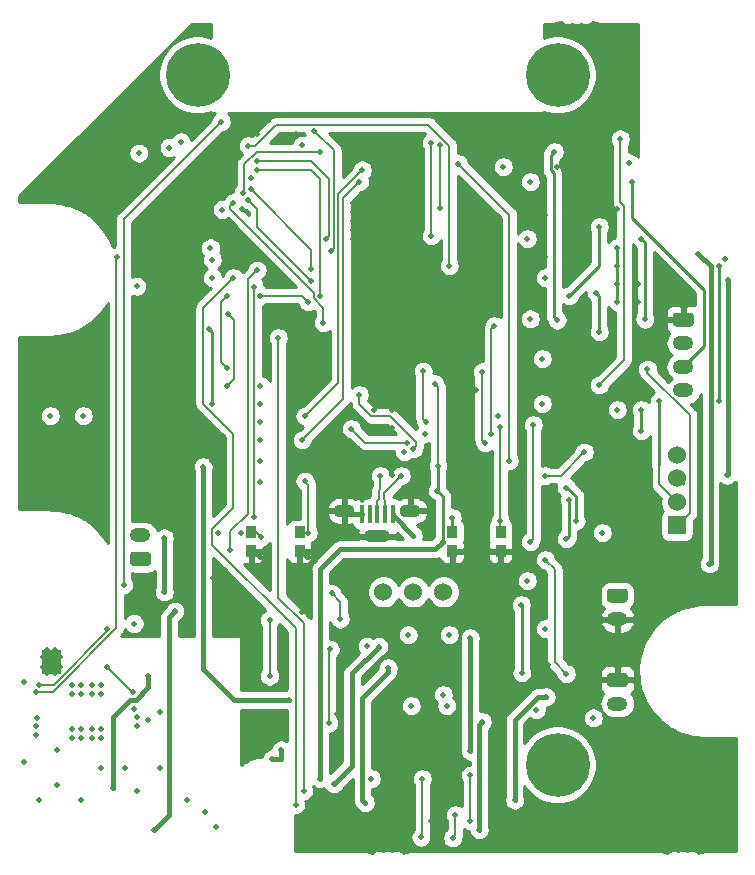
<source format=gbl>
%TF.GenerationSoftware,KiCad,Pcbnew,(5.1.8)-1*%
%TF.CreationDate,2021-01-16T15:44:13-05:00*%
%TF.ProjectId,uratt,75726174-742e-46b6-9963-61645f706362,rev?*%
%TF.SameCoordinates,Original*%
%TF.FileFunction,Copper,L4,Bot*%
%TF.FilePolarity,Positive*%
%FSLAX46Y46*%
G04 Gerber Fmt 4.6, Leading zero omitted, Abs format (unit mm)*
G04 Created by KiCad (PCBNEW (5.1.8)-1) date 2021-01-16 15:44:13*
%MOMM*%
%LPD*%
G01*
G04 APERTURE LIST*
%TA.AperFunction,EtchedComponent*%
%ADD10C,0.100000*%
%TD*%
%TA.AperFunction,ConnectorPad*%
%ADD11C,5.400000*%
%TD*%
%TA.AperFunction,ComponentPad*%
%ADD12C,3.100000*%
%TD*%
%TA.AperFunction,ComponentPad*%
%ADD13C,1.524000*%
%TD*%
%TA.AperFunction,ComponentPad*%
%ADD14R,1.524000X1.524000*%
%TD*%
%TA.AperFunction,ComponentPad*%
%ADD15O,2.200000X1.100000*%
%TD*%
%TA.AperFunction,ComponentPad*%
%ADD16O,1.800000X1.100000*%
%TD*%
%TA.AperFunction,SMDPad,CuDef*%
%ADD17R,0.450000X1.500000*%
%TD*%
%TA.AperFunction,ComponentPad*%
%ADD18O,1.750000X1.200000*%
%TD*%
%TA.AperFunction,SMDPad,CuDef*%
%ADD19R,0.900000X1.000000*%
%TD*%
%TA.AperFunction,ViaPad*%
%ADD20C,0.500000*%
%TD*%
%TA.AperFunction,Conductor*%
%ADD21C,0.200000*%
%TD*%
%TA.AperFunction,Conductor*%
%ADD22C,0.400000*%
%TD*%
%TA.AperFunction,Conductor*%
%ADD23C,0.250000*%
%TD*%
%TA.AperFunction,Conductor*%
%ADD24C,0.254000*%
%TD*%
%TA.AperFunction,Conductor*%
%ADD25C,0.100000*%
%TD*%
G04 APERTURE END LIST*
D10*
%TO.C,GT1*%
G36*
X27775501Y-78281000D02*
G01*
X27775501Y-76312500D01*
X29236001Y-76312500D01*
X29236001Y-78281000D01*
X27775501Y-78281000D01*
G37*
X27775501Y-78281000D02*
X27775501Y-76312500D01*
X29236001Y-76312500D01*
X29236001Y-78281000D01*
X27775501Y-78281000D01*
%TD*%
D11*
%TO.P,H4,1*%
%TO.N,Net-(FB7-Pad2)*%
X71386000Y-86000001D03*
D12*
X71386000Y-86000001D03*
%TD*%
D11*
%TO.P,H2,1*%
%TO.N,Net-(FB6-Pad2)*%
X71386000Y-27580001D03*
D12*
X71386000Y-27580001D03*
%TD*%
D11*
%TO.P,H1,1*%
%TO.N,Net-(FB5-Pad2)*%
X40906000Y-27580001D03*
D12*
X40906000Y-27580001D03*
%TD*%
D13*
%TO.P,J5,4*%
%TO.N,GND*%
X81500000Y-59750000D03*
%TO.P,J5,3*%
%TO.N,Net-(C13-Pad1)*%
X81500000Y-61750000D03*
%TO.P,J5,2*%
%TO.N,Net-(J5-Pad2)*%
X81500000Y-63750000D03*
D14*
%TO.P,J5,1*%
%TO.N,Net-(J5-Pad1)*%
X81500000Y-65750000D03*
%TD*%
D13*
%TO.P,SW3,3*%
%TO.N,+VBATT*%
X56642000Y-71374000D03*
%TO.P,SW3,2*%
%TO.N,Net-(J7-Pad1)*%
X59182000Y-71374000D03*
%TO.P,SW3,1*%
%TO.N,Net-(SW3-Pad1)*%
X61722000Y-71374000D03*
%TD*%
D15*
%TO.P,J1,6*%
%TO.N,GND*%
X56134000Y-66665001D03*
D16*
X53334000Y-64515001D03*
X58934000Y-64515001D03*
D17*
%TO.P,J1,1*%
%TO.N,Net-(D1-Pad2)*%
X57434000Y-64765001D03*
%TO.P,J1,5*%
%TO.N,GND*%
X54834000Y-64765001D03*
%TO.P,J1,2*%
%TO.N,/USB_DN*%
X56784000Y-64765001D03*
%TO.P,J1,4*%
%TO.N,Net-(J1-Pad4)*%
X55484000Y-64765001D03*
%TO.P,J1,3*%
%TO.N,/USB_DP*%
X56134000Y-64765001D03*
%TD*%
D18*
%TO.P,J8,2*%
%TO.N,Net-(J8-Pad2)*%
X36068000Y-66580000D03*
%TO.P,J8,1*%
%TO.N,Net-(J8-Pad1)*%
%TA.AperFunction,ComponentPad*%
G36*
G01*
X36693001Y-69180000D02*
X35442999Y-69180000D01*
G75*
G02*
X35193000Y-68930001I0J249999D01*
G01*
X35193000Y-68229999D01*
G75*
G02*
X35442999Y-67980000I249999J0D01*
G01*
X36693001Y-67980000D01*
G75*
G02*
X36943000Y-68229999I0J-249999D01*
G01*
X36943000Y-68930001D01*
G75*
G02*
X36693001Y-69180000I-249999J0D01*
G01*
G37*
%TD.AperFunction*%
%TD*%
%TO.P,J7,2*%
%TO.N,GND*%
X76454000Y-73686001D03*
%TO.P,J7,1*%
%TO.N,Net-(J7-Pad1)*%
%TA.AperFunction,ComponentPad*%
G36*
G01*
X75828999Y-71086001D02*
X77079001Y-71086001D01*
G75*
G02*
X77329000Y-71336000I0J-249999D01*
G01*
X77329000Y-72036002D01*
G75*
G02*
X77079001Y-72286001I-249999J0D01*
G01*
X75828999Y-72286001D01*
G75*
G02*
X75579000Y-72036002I0J249999D01*
G01*
X75579000Y-71336000D01*
G75*
G02*
X75828999Y-71086001I249999J0D01*
G01*
G37*
%TD.AperFunction*%
%TD*%
%TO.P,J6,2*%
%TO.N,Net-(F1-Pad2)*%
X76454000Y-80830001D03*
%TO.P,J6,1*%
%TO.N,GND*%
%TA.AperFunction,ComponentPad*%
G36*
G01*
X75828999Y-78230001D02*
X77079001Y-78230001D01*
G75*
G02*
X77329000Y-78480000I0J-249999D01*
G01*
X77329000Y-79180002D01*
G75*
G02*
X77079001Y-79430001I-249999J0D01*
G01*
X75828999Y-79430001D01*
G75*
G02*
X75579000Y-79180002I0J249999D01*
G01*
X75579000Y-78480000D01*
G75*
G02*
X75828999Y-78230001I249999J0D01*
G01*
G37*
%TD.AperFunction*%
%TD*%
%TO.P,J4,4*%
%TO.N,Net-(J4-Pad4)*%
X82042000Y-54318001D03*
%TO.P,J4,3*%
%TO.N,Net-(J4-Pad3)*%
X82042000Y-52318001D03*
%TO.P,J4,2*%
%TO.N,Net-(C15-Pad1)*%
X82042000Y-50318001D03*
%TO.P,J4,1*%
%TO.N,GND*%
%TA.AperFunction,ComponentPad*%
G36*
G01*
X81416999Y-47718001D02*
X82667001Y-47718001D01*
G75*
G02*
X82917000Y-47968000I0J-249999D01*
G01*
X82917000Y-48668002D01*
G75*
G02*
X82667001Y-48918001I-249999J0D01*
G01*
X81416999Y-48918001D01*
G75*
G02*
X81167000Y-48668002I0J249999D01*
G01*
X81167000Y-47968000D01*
G75*
G02*
X81416999Y-47718001I249999J0D01*
G01*
G37*
%TD.AperFunction*%
%TD*%
D19*
%TO.P,SW2,2*%
%TO.N,Net-(C8-Pad1)*%
X66566000Y-66314001D03*
%TO.P,SW2,1*%
%TO.N,GND*%
X66566000Y-67914001D03*
%TO.P,SW2,2*%
%TO.N,Net-(C8-Pad1)*%
X62466000Y-66314001D03*
%TO.P,SW2,1*%
%TO.N,GND*%
X62466000Y-67914001D03*
%TD*%
%TO.P,SW1,2*%
%TO.N,Net-(C7-Pad1)*%
X49548000Y-66314001D03*
%TO.P,SW1,1*%
%TO.N,GND*%
X49548000Y-67914001D03*
%TO.P,SW1,2*%
%TO.N,Net-(C7-Pad1)*%
X45448000Y-66314001D03*
%TO.P,SW1,1*%
%TO.N,GND*%
X45448000Y-67914001D03*
%TD*%
D20*
%TO.N,MOTOR_O2*%
X45720000Y-45524001D03*
X45720000Y-65000000D03*
%TO.N,MOTOR_O1*%
X45961287Y-44126248D03*
X43688000Y-67818000D03*
%TO.N,GND*%
X32000000Y-37250000D03*
X31250000Y-37250000D03*
X31250000Y-38000000D03*
X32000000Y-38000000D03*
X54102000Y-41460001D03*
X54102000Y-40698001D03*
X54102000Y-39936001D03*
X54102000Y-39174001D03*
X54102000Y-38412001D03*
X55372000Y-41460001D03*
X55372000Y-40698001D03*
X55372000Y-39936001D03*
X55372000Y-39174001D03*
X55372000Y-38412001D03*
X56642000Y-41460001D03*
X56642000Y-40698001D03*
X56642000Y-39936001D03*
X56642000Y-39174001D03*
X56642000Y-38412001D03*
X55880000Y-57462001D03*
X57404000Y-57462001D03*
X57404000Y-55938001D03*
X55880000Y-55938001D03*
X28855001Y-76312500D03*
X28156501Y-76312500D03*
X28537501Y-76884000D03*
X27839001Y-76884000D03*
X76454000Y-38920001D03*
X70358000Y-39428001D03*
X70358000Y-42984001D03*
X75438000Y-35364001D03*
X71374000Y-35364001D03*
X31496000Y-54160001D03*
X28194000Y-54160001D03*
X39370000Y-49588001D03*
X78232000Y-45270001D03*
X78232000Y-46794001D03*
X78232000Y-61272001D03*
X78232000Y-62796001D03*
X75184000Y-64066001D03*
X42164000Y-60256001D03*
X42926000Y-63050001D03*
X64262000Y-59748001D03*
X64516000Y-62796001D03*
X64516000Y-64320001D03*
X57388228Y-61516735D03*
X46228000Y-68384001D03*
X50292000Y-68384001D03*
X70104000Y-53398001D03*
X70104000Y-49588001D03*
X66294000Y-32316001D03*
X62992000Y-32570001D03*
X49276000Y-32570001D03*
X45974000Y-32570001D03*
X45473909Y-36372092D03*
X50546000Y-51366001D03*
X50556909Y-48602909D03*
X42672000Y-66352001D03*
X44547998Y-66352001D03*
X72644000Y-72448001D03*
X72644000Y-74480001D03*
X70612000Y-77528001D03*
X70612000Y-79052001D03*
X65786000Y-83624001D03*
X57150000Y-80830001D03*
X57912000Y-75496001D03*
X57658000Y-90736001D03*
X59182000Y-90736001D03*
X60706000Y-90736001D03*
X58928000Y-73464001D03*
X60913028Y-76239263D03*
X60706000Y-78036001D03*
X44704000Y-38920001D03*
X44450000Y-40952001D03*
X53086000Y-78036001D03*
X66548000Y-68892001D03*
X55626000Y-59690000D03*
X76708000Y-89154000D03*
X78740000Y-91186000D03*
X62484000Y-69384010D03*
X69500000Y-89500000D03*
X70250000Y-92000000D03*
X41500000Y-90000000D03*
X49750000Y-69500000D03*
X46500000Y-69500000D03*
X43250000Y-69500000D03*
X64450000Y-54250000D03*
X66336000Y-56500000D03*
X26250000Y-79000000D03*
X40000000Y-89000000D03*
X29236001Y-76884000D03*
X42500000Y-91250000D03*
X52750000Y-81750000D03*
X47750000Y-81500000D03*
X60500000Y-84250000D03*
X62000000Y-84250000D03*
X67000000Y-79250000D03*
X65750000Y-81250000D03*
X77750000Y-24500000D03*
X71250000Y-91500000D03*
X42250000Y-70199990D03*
X54625000Y-74375000D03*
X56337063Y-74506316D03*
X49750000Y-73062622D03*
X50250000Y-53000000D03*
X52500000Y-61250000D03*
X37000000Y-39000000D03*
X38419123Y-38622000D03*
X40750000Y-39000000D03*
X39500000Y-39500000D03*
X33000000Y-31250000D03*
%TO.N,+3.3VSW*%
X28448000Y-56446001D03*
X31242000Y-56446001D03*
X46228000Y-56954001D03*
X58420000Y-59494001D03*
X60198000Y-57970001D03*
X41402000Y-60764001D03*
X46228000Y-62034001D03*
X46228000Y-60256001D03*
X46228000Y-58478001D03*
X46228000Y-55430001D03*
X46228000Y-53906001D03*
X55118000Y-89212001D03*
X85090000Y-43746001D03*
X85090000Y-55176001D03*
X35750000Y-45500000D03*
X48650016Y-80500000D03*
X57049155Y-77784421D03*
X38498569Y-33750000D03*
X35928544Y-34225373D03*
X39500000Y-33250000D03*
%TO.N,+5VUSB*%
X61678938Y-67115855D03*
X61214000Y-62796001D03*
X61265492Y-60712509D03*
X51308000Y-87180001D03*
X61000000Y-53750000D03*
%TO.N,+3V3*%
X61722000Y-80068001D03*
X42164000Y-43238001D03*
X42164000Y-44762001D03*
X49784000Y-33544001D03*
X55626000Y-87180001D03*
X75184000Y-66352001D03*
X76454000Y-55938001D03*
X70104000Y-55430001D03*
X70104000Y-51620001D03*
X70358000Y-44762001D03*
X69088000Y-36634001D03*
X66802000Y-35364001D03*
X68834000Y-41460001D03*
X85598000Y-43180000D03*
X69088000Y-48260000D03*
X77470000Y-35052000D03*
X59000000Y-81000000D03*
X62000000Y-81000000D03*
X43000000Y-39000000D03*
X42000000Y-42250000D03*
%TO.N,EN*%
X72965000Y-65336001D03*
X72136000Y-62542001D03*
X67310000Y-60256001D03*
X62992000Y-35110001D03*
%TO.N,+5VIN*%
X69596000Y-81338001D03*
X65024000Y-82354001D03*
X68834000Y-70416001D03*
X64770000Y-91498001D03*
X70358000Y-74480001D03*
X74422000Y-82042000D03*
%TO.N,+VBATT*%
X68357998Y-78206001D03*
X68326000Y-72448001D03*
%TO.N,+VSW*%
X62230000Y-74988001D03*
X52431341Y-87640594D03*
X47000000Y-78500000D03*
X47000000Y-73750000D03*
X64000000Y-75250000D03*
X64000000Y-84850000D03*
X33750000Y-88000000D03*
X36750003Y-78500001D03*
X58750000Y-75000000D03*
X56250000Y-76000000D03*
X55255866Y-75960984D03*
%TO.N,GNDPWR*%
X32750000Y-79250000D03*
X32750000Y-80000000D03*
X32000000Y-80000000D03*
X32000000Y-79250000D03*
X31000000Y-79250000D03*
X31000000Y-80000000D03*
X30250000Y-80000000D03*
X30250000Y-79250000D03*
X32750000Y-83000000D03*
X32000000Y-83000000D03*
X31000000Y-83000000D03*
X30250000Y-83000000D03*
X32750000Y-83750000D03*
X32000000Y-83750000D03*
X31000000Y-83750000D03*
X30250000Y-83750000D03*
X28855001Y-78281000D03*
X28156501Y-78281000D03*
X27839001Y-77709500D03*
X28537501Y-77709500D03*
X29236001Y-77709500D03*
X29000000Y-87750000D03*
X34750000Y-86250000D03*
X37750000Y-86250000D03*
X36750000Y-82250000D03*
X37750000Y-81500000D03*
X35516179Y-81250000D03*
X35750000Y-82000012D03*
X35750000Y-82750000D03*
%TO.N,+5VSW*%
X83312000Y-42730001D03*
X48000000Y-85500000D03*
X84250000Y-68999992D03*
X48000000Y-84750000D03*
X47250000Y-85500000D03*
X26250000Y-85750000D03*
X27274284Y-82031756D03*
X27250000Y-82750000D03*
X27250000Y-83500000D03*
X29000000Y-84750000D03*
X32750000Y-86250000D03*
X35750000Y-88250000D03*
X27500000Y-89000000D03*
X31000000Y-89000000D03*
X35537624Y-74051000D03*
%TO.N,FP_TOUCH_BTN*%
X43942000Y-38412001D03*
X51562000Y-48572001D03*
%TO.N,LCD_MOSI*%
X51308000Y-34094001D03*
X44793267Y-37560734D03*
%TO.N,LCD_CLK*%
X45406950Y-37260102D03*
X50546000Y-44000001D03*
%TO.N,LCD_DC*%
X45974000Y-35618001D03*
X51308000Y-46286001D03*
%TO.N,LCD_RESET*%
X45926769Y-34890767D03*
X51816000Y-41460001D03*
%TO.N,LCD_CS*%
X62230000Y-43746001D03*
X45212000Y-33586001D03*
%TO.N,LCD_BL*%
X50800000Y-32338001D03*
X52186526Y-42490635D03*
%TO.N,CHARGE_STATUS*%
X72136000Y-78290001D03*
X70358000Y-68638001D03*
%TO.N,/USB_DN*%
X58166000Y-61526001D03*
%TO.N,/USB_DP*%
X56388000Y-61526001D03*
%TO.N,/RTS*%
X72136000Y-66860001D03*
X72390000Y-63558001D03*
X59182000Y-59262001D03*
X54610000Y-54668001D03*
%TO.N,IO0*%
X65786000Y-57970001D03*
X66040000Y-48826001D03*
X78486000Y-57716001D03*
X78486000Y-55938001D03*
%TO.N,SD_DAT0*%
X50292000Y-46816001D03*
X46203998Y-46286001D03*
%TO.N,RXD0*%
X54614767Y-36638768D03*
X49750000Y-58500000D03*
%TO.N,TXD0*%
X54864000Y-35640001D03*
X50000000Y-56500000D03*
%TO.N,BEEPER*%
X50546000Y-45016001D03*
X45212000Y-38158001D03*
%TO.N,TXD1*%
X74676000Y-46032001D03*
X74930000Y-49334001D03*
%TO.N,RXD1*%
X72390000Y-46286001D03*
X74930000Y-40444001D03*
%TO.N,SHUTDOWN*%
X47752000Y-49842001D03*
X59944000Y-87180001D03*
X64008000Y-90736001D03*
X64008000Y-86904001D03*
X49883912Y-88208894D03*
X59821772Y-92152771D03*
%TO.N,N_PWR_LOSS*%
X43942000Y-44762001D03*
X62738000Y-90228001D03*
X49203919Y-89376081D03*
X62500000Y-92202004D03*
%TO.N,PWR_ENABLE*%
X42926000Y-31554001D03*
X60706000Y-33332001D03*
X60706000Y-41206001D03*
X34658990Y-70750000D03*
X52250000Y-71500000D03*
X53000000Y-73675000D03*
%TO.N,LOW_BAT*%
X34128990Y-42984001D03*
X27195894Y-79858213D03*
%TO.N,Net-(C7-Pad1)*%
X50292000Y-66352001D03*
X46250000Y-66749992D03*
X50000000Y-61999998D03*
%TO.N,Net-(C8-Pad1)*%
X62484000Y-65082001D03*
X66548000Y-65336001D03*
X66548000Y-57440001D03*
%TO.N,Net-(C15-Pad1)*%
X76454000Y-42222001D03*
X76454000Y-43746001D03*
X76454000Y-45270001D03*
X76454000Y-46794001D03*
%TO.N,Net-(D1-Pad2)*%
X59182000Y-66606001D03*
%TO.N,Net-(D4-Pad3)*%
X78486000Y-41460001D03*
X78765587Y-48292414D03*
%TO.N,Net-(J2-Pad3)*%
X42164000Y-55430001D03*
X41910000Y-49080001D03*
%TO.N,Net-(J2-Pad5)*%
X43434000Y-53906001D03*
X43456000Y-47810001D03*
%TO.N,Net-(J2-Pad7)*%
X43434000Y-46286001D03*
X43434000Y-52382001D03*
%TO.N,Net-(J4-Pad3)*%
X77724000Y-36634001D03*
%TO.N,Net-(Q1-Pad1)*%
X73660000Y-59541001D03*
X70358000Y-61526001D03*
%TO.N,Net-(Q2-Pad1)*%
X69088000Y-67114001D03*
X69342000Y-57208001D03*
%TO.N,Net-(Q3-Pad1)*%
X52000000Y-82500000D03*
X52149133Y-76250000D03*
%TO.N,Net-(C13-Pad1)*%
X85852000Y-44958000D03*
X85750000Y-61500000D03*
%TO.N,EXP_SDA*%
X61445232Y-33550768D03*
X61468000Y-38862000D03*
X74930000Y-53848000D03*
X76708000Y-33020000D03*
%TO.N,ALARM_SCL*%
X71120000Y-34094001D03*
X71358000Y-48358000D03*
%TO.N,+10VSW*%
X37250000Y-91500000D03*
X39000000Y-73000000D03*
%TO.N,DTR*%
X53932434Y-57546435D03*
X58674000Y-58732001D03*
X65000000Y-52750000D03*
X65232001Y-58732001D03*
%TO.N,Net-(J5-Pad2)*%
X80000000Y-55250000D03*
%TO.N,Net-(J5-Pad1)*%
X79000000Y-52500000D03*
%TO.N,Net-(C31-Pad1)*%
X38100000Y-66802000D03*
X38100000Y-71374000D03*
%TO.N,Net-(Q4-Pad3)*%
X27500000Y-79250000D03*
X33250221Y-74500231D03*
%TO.N,Net-(R10-Pad1)*%
X60000000Y-52700000D03*
X60250000Y-57000000D03*
%TO.N,Net-(R31-Pad2)*%
X70437002Y-80250000D03*
X67750000Y-89000000D03*
%TO.N,Net-(R45-Pad1)*%
X33250000Y-77750000D03*
X35399613Y-79824438D03*
%TD*%
D21*
%TO.N,MOTOR_O2*%
X45673997Y-64953997D02*
X45720000Y-65000000D01*
X45673997Y-45570004D02*
X45673997Y-64953997D01*
X45720000Y-45524001D02*
X45673997Y-45570004D01*
%TO.N,MOTOR_O1*%
X43688000Y-66252448D02*
X43688000Y-67818000D01*
X45189999Y-44897536D02*
X45189999Y-64750449D01*
X45961287Y-44126248D02*
X45189999Y-44897536D01*
X45189999Y-64750449D02*
X43688000Y-66252448D01*
D22*
%TO.N,GND*%
X45758000Y-67914001D02*
X46228000Y-68384001D01*
X45448000Y-67914001D02*
X45758000Y-67914001D01*
X49548000Y-67914001D02*
X49746000Y-67914001D01*
X50216000Y-68384001D02*
X50292000Y-68384001D01*
X49746000Y-67914001D02*
X50216000Y-68384001D01*
X66566000Y-68874001D02*
X66548000Y-68892001D01*
X66566000Y-67914001D02*
X66566000Y-68874001D01*
X53584000Y-64765001D02*
X53334000Y-64515001D01*
X54834000Y-64765001D02*
X53584000Y-64765001D01*
X62466000Y-69366010D02*
X62484000Y-69384010D01*
X62466000Y-67914001D02*
X62466000Y-69366010D01*
D23*
%TO.N,+3.3VSW*%
X85090000Y-43746001D02*
X85090000Y-55176001D01*
D22*
X41402000Y-60764001D02*
X41402000Y-77902000D01*
X41402000Y-77902000D02*
X44000000Y-80500000D01*
X44000000Y-80500000D02*
X48650016Y-80500000D01*
X54868001Y-80319128D02*
X57049155Y-78137974D01*
X54868001Y-88962002D02*
X54868001Y-80319128D01*
X55118000Y-89212001D02*
X54868001Y-88962002D01*
X57049155Y-78137974D02*
X57049155Y-77784421D01*
D23*
%TO.N,+5VUSB*%
X61678938Y-63260939D02*
X61214000Y-62796001D01*
X61678938Y-67115855D02*
X61678938Y-63260939D01*
X61265492Y-62744509D02*
X61214000Y-62796001D01*
X61265492Y-60712509D02*
X61265492Y-62744509D01*
D21*
X61265492Y-54015492D02*
X61000000Y-53750000D01*
X61265492Y-60712509D02*
X61265492Y-54015492D01*
D22*
X61044793Y-67750000D02*
X61678938Y-67115855D01*
X53000000Y-67750000D02*
X61044793Y-67750000D01*
X51308000Y-69442000D02*
X53000000Y-67750000D01*
X51308000Y-87180001D02*
X51308000Y-69442000D01*
D23*
%TO.N,EN*%
X72225002Y-62542001D02*
X72136000Y-62542001D01*
X72965001Y-63282000D02*
X72225002Y-62542001D01*
X72965000Y-65336001D02*
X72965001Y-63282000D01*
D21*
X67310000Y-39428001D02*
X62992000Y-35110001D01*
X67310000Y-60256001D02*
X67310000Y-39428001D01*
D22*
%TO.N,+5VIN*%
X64770000Y-82608001D02*
X65024000Y-82354001D01*
X64770000Y-91498001D02*
X64770000Y-82608001D01*
D23*
%TO.N,+VBATT*%
X68357998Y-72479999D02*
X68326000Y-72448001D01*
X68357998Y-78206001D02*
X68357998Y-72479999D01*
D21*
%TO.N,+VSW*%
X47000000Y-78500000D02*
X47000000Y-73750000D01*
D22*
X64000000Y-84850000D02*
X64000000Y-75250000D01*
X36750003Y-79436050D02*
X36750003Y-78500001D01*
X35661052Y-80525001D02*
X36750003Y-79436050D01*
X35187999Y-80525001D02*
X35661052Y-80525001D01*
X33750000Y-81963000D02*
X35187999Y-80525001D01*
X33750000Y-88000000D02*
X33750000Y-81963000D01*
X54000000Y-78250000D02*
X56250000Y-76000000D01*
X52431341Y-87640594D02*
X54000000Y-86071935D01*
X54000000Y-86071935D02*
X54000000Y-78250000D01*
%TO.N,+5VSW*%
X83312000Y-42730001D02*
X84345010Y-43763011D01*
X84345010Y-43763011D02*
X84345010Y-68904982D01*
X84345010Y-68904982D02*
X84250000Y-68999992D01*
X47250000Y-85500000D02*
X48000000Y-85500000D01*
X48000000Y-84750000D02*
X48000000Y-85500000D01*
D21*
%TO.N,FP_TOUCH_BTN*%
X50777999Y-46518000D02*
X51562000Y-47302001D01*
X50777999Y-46031600D02*
X50777999Y-46518000D01*
X43692001Y-38945602D02*
X50777999Y-46031600D01*
X43692001Y-38662000D02*
X43692001Y-38945602D01*
X43942000Y-38412001D02*
X43692001Y-38662000D01*
X51562000Y-47302001D02*
X51562000Y-48572001D01*
%TO.N,LCD_MOSI*%
X44876949Y-35156185D02*
X45939133Y-34094001D01*
X45939133Y-34094001D02*
X51308000Y-34094001D01*
X44876949Y-37568950D02*
X44876949Y-35156185D01*
%TO.N,LCD_CLK*%
X45406950Y-37260102D02*
X50546000Y-42399152D01*
X50546000Y-42399152D02*
X50546000Y-44000001D01*
%TO.N,LCD_DC*%
X45974000Y-35618001D02*
X50546000Y-35618001D01*
X50546000Y-35618001D02*
X51308000Y-36380001D01*
X51285999Y-46264000D02*
X51308000Y-46286001D01*
X51285999Y-36402002D02*
X51285999Y-46264000D01*
X51308000Y-36380001D02*
X51285999Y-36402002D01*
%TO.N,LCD_RESET*%
X45926769Y-34890767D02*
X50511234Y-34890767D01*
X50511234Y-34890767D02*
X52070000Y-36449533D01*
X52070000Y-41206001D02*
X51816000Y-41460001D01*
X52070000Y-36449533D02*
X52070000Y-41206001D01*
%TO.N,LCD_CS*%
X45772002Y-33586001D02*
X45212000Y-33586001D01*
X47550002Y-31808001D02*
X45772002Y-33586001D01*
X60452000Y-31808001D02*
X47550002Y-31808001D01*
X62230000Y-33586001D02*
X60452000Y-31808001D01*
X62230000Y-43746001D02*
X62230000Y-33586001D01*
%TO.N,LCD_BL*%
X52450010Y-42227151D02*
X52186526Y-42490635D01*
X52450010Y-33988011D02*
X52450010Y-42227151D01*
X50800000Y-32338001D02*
X52450010Y-33988011D01*
%TO.N,CHARGE_STATUS*%
X71162001Y-69442002D02*
X70358000Y-68638001D01*
X71162001Y-77316002D02*
X71162001Y-69442002D01*
X72136000Y-78290001D02*
X71162001Y-77316002D01*
%TO.N,/USB_DN*%
X56706198Y-62985803D02*
X58166000Y-61526001D01*
X56684000Y-63008001D02*
X56706198Y-62985803D01*
X56784000Y-63640000D02*
X56684000Y-63540000D01*
X56684000Y-63540000D02*
X56684000Y-63008001D01*
X56784000Y-64765001D02*
X56784000Y-63640000D01*
%TO.N,/USB_DP*%
X56388000Y-62667604D02*
X56388000Y-61526001D01*
X56234000Y-62821604D02*
X56388000Y-62667604D01*
X56234000Y-63540000D02*
X56234000Y-62821604D01*
X56134000Y-63640000D02*
X56234000Y-63540000D01*
X56134000Y-64765001D02*
X56134000Y-63640000D01*
D23*
%TO.N,/RTS*%
X72390000Y-66606001D02*
X72390000Y-63558001D01*
X72136000Y-66860001D02*
X72390000Y-66606001D01*
D21*
X54610000Y-55482003D02*
X54610000Y-54668001D01*
X55615999Y-56488002D02*
X54610000Y-55482003D01*
X57214403Y-56488002D02*
X55615999Y-56488002D01*
X59431999Y-58705598D02*
X57214403Y-56488002D01*
X59431999Y-59012002D02*
X59431999Y-58705598D01*
X59182000Y-59262001D02*
X59431999Y-59012002D01*
%TO.N,IO0*%
X65786000Y-49080001D02*
X66040000Y-48826001D01*
X65786000Y-57970001D02*
X65786000Y-49080001D01*
D23*
X78486000Y-57716001D02*
X78486000Y-55938001D01*
D21*
%TO.N,SD_DAT0*%
X49762000Y-46286001D02*
X50292000Y-46816001D01*
X46203998Y-46286001D02*
X49762000Y-46286001D01*
%TO.N,RXD0*%
X54614767Y-36638768D02*
X53210030Y-38043505D01*
X53210030Y-38043505D02*
X53210030Y-55039970D01*
X53210030Y-55039970D02*
X49750000Y-58500000D01*
%TO.N,TXD0*%
X52830020Y-53669980D02*
X50000000Y-56500000D01*
X52830020Y-37673981D02*
X52830020Y-53669980D01*
X54864000Y-35640001D02*
X52830020Y-37673981D01*
%TO.N,BEEPER*%
X45974000Y-40444001D02*
X50546000Y-45016001D01*
X45974000Y-39174001D02*
X45974000Y-40444001D01*
X45974000Y-38920001D02*
X45212000Y-38158001D01*
X45974000Y-39174001D02*
X45974000Y-38920001D01*
D23*
%TO.N,TXD1*%
X74930000Y-46286001D02*
X74930000Y-49334001D01*
X74676000Y-46032001D02*
X74930000Y-46286001D01*
%TO.N,RXD1*%
X74930000Y-43746001D02*
X74930000Y-40444001D01*
X72390000Y-46286001D02*
X74930000Y-43746001D01*
D21*
%TO.N,SHUTDOWN*%
X64008000Y-90736001D02*
X64008000Y-86926001D01*
X64008000Y-86926001D02*
X64008000Y-86904001D01*
X59944000Y-92030543D02*
X59821772Y-92152771D01*
X59944000Y-87180001D02*
X59944000Y-92030543D01*
X49883912Y-87855341D02*
X49883912Y-88208894D01*
X49883912Y-74010536D02*
X49883912Y-87855341D01*
X47752000Y-49842001D02*
X47752000Y-71878624D01*
X47752000Y-71878624D02*
X49883912Y-74010536D01*
%TO.N,N_PWR_LOSS*%
X62738000Y-90228001D02*
X62738000Y-91964004D01*
X62738000Y-91964004D02*
X62500000Y-92202004D01*
X49203919Y-87422528D02*
X49203919Y-89376081D01*
X49203919Y-74453919D02*
X49203919Y-87422528D01*
X42121999Y-67371999D02*
X49203919Y-74453919D01*
X43942000Y-64267999D02*
X42121999Y-66088000D01*
X43942000Y-57992403D02*
X43942000Y-64267999D01*
X41379999Y-55430402D02*
X43942000Y-57992403D01*
X41379999Y-47324002D02*
X41379999Y-55430402D01*
X42121999Y-66088000D02*
X42121999Y-67371999D01*
X43942000Y-44762001D02*
X41379999Y-47324002D01*
%TO.N,PWR_ENABLE*%
X60706000Y-33332001D02*
X60706000Y-41206001D01*
X34658990Y-39821011D02*
X34658990Y-70750000D01*
X42926000Y-31554001D02*
X34658990Y-39821011D01*
X52250000Y-71500000D02*
X53000000Y-72250000D01*
X53000000Y-72250000D02*
X53000000Y-73675000D01*
%TO.N,LOW_BAT*%
X28641787Y-79858213D02*
X34030001Y-74469999D01*
X27195894Y-79858213D02*
X28641787Y-79858213D01*
X34030001Y-43082990D02*
X34128990Y-42984001D01*
X34030001Y-74469999D02*
X34030001Y-43082990D01*
%TO.N,Net-(C7-Pad1)*%
X49586000Y-66352001D02*
X49548000Y-66314001D01*
X50292000Y-66352001D02*
X49586000Y-66352001D01*
X45814009Y-66314001D02*
X46250000Y-66749992D01*
X45448000Y-66314001D02*
X45814009Y-66314001D01*
X50292000Y-66352001D02*
X50292000Y-62291998D01*
X50292000Y-62291998D02*
X50000000Y-61999998D01*
D23*
%TO.N,Net-(C8-Pad1)*%
X62466000Y-65100001D02*
X62484000Y-65082001D01*
X62466000Y-66314001D02*
X62466000Y-65100001D01*
D21*
X66548000Y-66296001D02*
X66566000Y-66314001D01*
X66548000Y-65336001D02*
X66548000Y-66296001D01*
X66548000Y-65336001D02*
X66548000Y-57440001D01*
D23*
%TO.N,Net-(C15-Pad1)*%
X76454000Y-45867003D02*
X76454000Y-46794001D01*
X76454000Y-42222001D02*
X76454000Y-45867003D01*
D22*
%TO.N,Net-(D1-Pad2)*%
X57434000Y-64858001D02*
X59182000Y-66606001D01*
X57434000Y-64765001D02*
X57434000Y-64858001D01*
D23*
%TO.N,Net-(D4-Pad3)*%
X78807001Y-48251000D02*
X78765587Y-48292414D01*
X78807001Y-41781002D02*
X78807001Y-48251000D01*
X78486000Y-41460001D02*
X78807001Y-41781002D01*
%TO.N,Net-(J2-Pad3)*%
X42164000Y-49334001D02*
X41910000Y-49080001D01*
X42164000Y-55430001D02*
X42164000Y-49334001D01*
D21*
%TO.N,Net-(J2-Pad5)*%
X43964001Y-48318002D02*
X43456000Y-47810001D01*
X43964001Y-53376000D02*
X43964001Y-48318002D01*
X43434000Y-53906001D02*
X43964001Y-53376000D01*
%TO.N,Net-(J2-Pad7)*%
X43434000Y-52382001D02*
X42926000Y-51874001D01*
X42926000Y-46794001D02*
X43434000Y-46286001D01*
X42926000Y-51874001D02*
X42926000Y-46794001D01*
D23*
%TO.N,Net-(J4-Pad3)*%
X83820000Y-50540001D02*
X82042000Y-52318001D01*
X83820000Y-45778001D02*
X83820000Y-50540001D01*
X77724000Y-39682001D02*
X83820000Y-45778001D01*
X77724000Y-36634001D02*
X77724000Y-39682001D01*
D21*
%TO.N,Net-(Q1-Pad1)*%
X71675000Y-61526001D02*
X70358000Y-61526001D01*
X73660000Y-59541001D02*
X71675000Y-61526001D01*
%TO.N,Net-(Q2-Pad1)*%
X69342000Y-66860001D02*
X69342000Y-57208001D01*
X69088000Y-67114001D02*
X69342000Y-66860001D01*
%TO.N,Net-(Q3-Pad1)*%
X52000000Y-82500000D02*
X52000000Y-76399133D01*
X52000000Y-76399133D02*
X52149133Y-76250000D01*
D23*
%TO.N,Net-(C13-Pad1)*%
X82042000Y-62044191D02*
X82042000Y-62256001D01*
D22*
X85852000Y-61398000D02*
X85750000Y-61500000D01*
X85852000Y-44958000D02*
X85852000Y-61398000D01*
D21*
%TO.N,EXP_SDA*%
X61445232Y-38839232D02*
X61468000Y-38862000D01*
X61445232Y-33550768D02*
X61445232Y-38839232D01*
X76708000Y-38370000D02*
X76708000Y-33020000D01*
X77004001Y-38666001D02*
X76708000Y-38370000D01*
X77004001Y-51773999D02*
X77004001Y-38666001D01*
X74930000Y-53848000D02*
X77004001Y-51773999D01*
D23*
%TO.N,ALARM_SCL*%
X71097999Y-35939002D02*
X71097999Y-48097999D01*
X70798999Y-35640002D02*
X71097999Y-35939002D01*
X70798999Y-34415002D02*
X70798999Y-35640002D01*
X71120000Y-34094001D02*
X70798999Y-34415002D01*
X71097999Y-48097999D02*
X71358000Y-48358000D01*
D22*
%TO.N,+10VSW*%
X38500000Y-73500000D02*
X39000000Y-73000000D01*
X38500000Y-90250000D02*
X38500000Y-73500000D01*
X37250000Y-91500000D02*
X38500000Y-90250000D01*
D21*
%TO.N,DTR*%
X55118000Y-58732001D02*
X58674000Y-58732001D01*
X53932434Y-57546435D02*
X55118000Y-58732001D01*
X65000000Y-58500000D02*
X65232001Y-58732001D01*
X65000000Y-52750000D02*
X65000000Y-58500000D01*
D23*
%TO.N,Net-(J5-Pad2)*%
X80000000Y-55250000D02*
X80000000Y-60664000D01*
D21*
X80000000Y-62250000D02*
X81500000Y-63750000D01*
X80000000Y-60664000D02*
X80000000Y-62250000D01*
%TO.N,Net-(J5-Pad1)*%
X82562001Y-64687999D02*
X81500000Y-65750000D01*
X82562001Y-56415554D02*
X82562001Y-64687999D01*
X79000000Y-52853553D02*
X82562001Y-56415554D01*
X79000000Y-52500000D02*
X79000000Y-52853553D01*
D22*
%TO.N,Net-(C31-Pad1)*%
X38100000Y-71374000D02*
X38100000Y-66802000D01*
D21*
%TO.N,Net-(Q4-Pad3)*%
X27500000Y-79250000D02*
X28712584Y-79250000D01*
X28712584Y-79250000D02*
X33250221Y-74712363D01*
X33250221Y-74712363D02*
X33250221Y-74500231D01*
%TO.N,Net-(R10-Pad1)*%
X60000000Y-56750000D02*
X60250000Y-57000000D01*
X60000000Y-52700000D02*
X60000000Y-56750000D01*
D22*
%TO.N,Net-(R31-Pad2)*%
X70437002Y-80250000D02*
X69721999Y-80250000D01*
X69721999Y-80250000D02*
X67750000Y-82221999D01*
X67750000Y-82221999D02*
X67750000Y-89000000D01*
D21*
%TO.N,Net-(R45-Pad1)*%
X33250000Y-77750000D02*
X35324438Y-79824438D01*
X35324438Y-79824438D02*
X35399613Y-79824438D01*
%TD*%
D24*
%TO.N,GND*%
X71733655Y-23209169D02*
X71866321Y-23297813D01*
X72013732Y-23358873D01*
X72170222Y-23390001D01*
X72329778Y-23390001D01*
X72486268Y-23358873D01*
X72625000Y-23301408D01*
X72763732Y-23358873D01*
X72920222Y-23390001D01*
X73079778Y-23390001D01*
X73236268Y-23358873D01*
X73375000Y-23301408D01*
X73513732Y-23358873D01*
X73670222Y-23390001D01*
X73829778Y-23390001D01*
X73986268Y-23358873D01*
X74133679Y-23297813D01*
X74266345Y-23209169D01*
X74346065Y-23129449D01*
X74354739Y-23133023D01*
X74411807Y-23157483D01*
X74420944Y-23160311D01*
X74607780Y-23216720D01*
X74668690Y-23228781D01*
X74729409Y-23241687D01*
X74738921Y-23242687D01*
X74933155Y-23261732D01*
X74933163Y-23261732D01*
X74966353Y-23265001D01*
X78211001Y-23265001D01*
X78211000Y-34568027D01*
X78157424Y-34487845D01*
X78034155Y-34364576D01*
X77889205Y-34267723D01*
X77728145Y-34201010D01*
X77557165Y-34167000D01*
X77443000Y-34167000D01*
X77443000Y-33512953D01*
X77492277Y-33439205D01*
X77558990Y-33278145D01*
X77593000Y-33107165D01*
X77593000Y-32932835D01*
X77558990Y-32761855D01*
X77492277Y-32600795D01*
X77395424Y-32455845D01*
X77272155Y-32332576D01*
X77127205Y-32235723D01*
X76966145Y-32169010D01*
X76795165Y-32135000D01*
X76620835Y-32135000D01*
X76449855Y-32169010D01*
X76288795Y-32235723D01*
X76143845Y-32332576D01*
X76020576Y-32455845D01*
X75923723Y-32600795D01*
X75857010Y-32761855D01*
X75823000Y-32932835D01*
X75823000Y-33107165D01*
X75857010Y-33278145D01*
X75923723Y-33439205D01*
X75973001Y-33512954D01*
X75973000Y-38333895D01*
X75969444Y-38370000D01*
X75983635Y-38514085D01*
X75991725Y-38540752D01*
X76025663Y-38652632D01*
X76093913Y-38780319D01*
X76185762Y-38892237D01*
X76213808Y-38915254D01*
X76269002Y-38970448D01*
X76269002Y-41356461D01*
X76195855Y-41371011D01*
X76034795Y-41437724D01*
X75889845Y-41534577D01*
X75766576Y-41657846D01*
X75690000Y-41772449D01*
X75690000Y-40899539D01*
X75714277Y-40863206D01*
X75780990Y-40702146D01*
X75815000Y-40531166D01*
X75815000Y-40356836D01*
X75780990Y-40185856D01*
X75714277Y-40024796D01*
X75617424Y-39879846D01*
X75494155Y-39756577D01*
X75349205Y-39659724D01*
X75188145Y-39593011D01*
X75017165Y-39559001D01*
X74842835Y-39559001D01*
X74671855Y-39593011D01*
X74510795Y-39659724D01*
X74365845Y-39756577D01*
X74242576Y-39879846D01*
X74145723Y-40024796D01*
X74079010Y-40185856D01*
X74045000Y-40356836D01*
X74045000Y-40531166D01*
X74079010Y-40702146D01*
X74145723Y-40863206D01*
X74170001Y-40899540D01*
X74170000Y-43431198D01*
X72174714Y-45426486D01*
X72131855Y-45435011D01*
X71970795Y-45501724D01*
X71857999Y-45577092D01*
X71857999Y-35976325D01*
X71861675Y-35939002D01*
X71857999Y-35901679D01*
X71857999Y-35901669D01*
X71847002Y-35790016D01*
X71803545Y-35646755D01*
X71732973Y-35514726D01*
X71638000Y-35399001D01*
X71608997Y-35375199D01*
X71558999Y-35325201D01*
X71558999Y-34865052D01*
X71684155Y-34781425D01*
X71807424Y-34658156D01*
X71904277Y-34513206D01*
X71970990Y-34352146D01*
X72005000Y-34181166D01*
X72005000Y-34006836D01*
X71970990Y-33835856D01*
X71904277Y-33674796D01*
X71807424Y-33529846D01*
X71684155Y-33406577D01*
X71539205Y-33309724D01*
X71378145Y-33243011D01*
X71207165Y-33209001D01*
X71032835Y-33209001D01*
X70861855Y-33243011D01*
X70700795Y-33309724D01*
X70555845Y-33406577D01*
X70432576Y-33529846D01*
X70335723Y-33674796D01*
X70269010Y-33835856D01*
X70261658Y-33872818D01*
X70258998Y-33875001D01*
X70234379Y-33905000D01*
X70164025Y-33990726D01*
X70105087Y-34100990D01*
X70093453Y-34122756D01*
X70049996Y-34266017D01*
X70038999Y-34377670D01*
X70038999Y-34377680D01*
X70035323Y-34415002D01*
X70038999Y-34452325D01*
X70039000Y-35602670D01*
X70035323Y-35640002D01*
X70039000Y-35677335D01*
X70049997Y-35788988D01*
X70063179Y-35832444D01*
X70093453Y-35932248D01*
X70164025Y-36064278D01*
X70232963Y-36148278D01*
X70258999Y-36180003D01*
X70287997Y-36203801D01*
X70337999Y-36253803D01*
X70338000Y-43877001D01*
X70270835Y-43877001D01*
X70099855Y-43911011D01*
X69938795Y-43977724D01*
X69793845Y-44074577D01*
X69670576Y-44197846D01*
X69573723Y-44342796D01*
X69507010Y-44503856D01*
X69473000Y-44674836D01*
X69473000Y-44849166D01*
X69507010Y-45020146D01*
X69573723Y-45181206D01*
X69670576Y-45326156D01*
X69793845Y-45449425D01*
X69938795Y-45546278D01*
X70099855Y-45612991D01*
X70270835Y-45647001D01*
X70338000Y-45647001D01*
X70338000Y-48060667D01*
X70334323Y-48097999D01*
X70338000Y-48135332D01*
X70338798Y-48143429D01*
X70348997Y-48246984D01*
X70392453Y-48390245D01*
X70463025Y-48522275D01*
X70496436Y-48562986D01*
X70507010Y-48616145D01*
X70573723Y-48777205D01*
X70670576Y-48922155D01*
X70793845Y-49045424D01*
X70938795Y-49142277D01*
X71099855Y-49208990D01*
X71270835Y-49243000D01*
X71445165Y-49243000D01*
X71616145Y-49208990D01*
X71777205Y-49142277D01*
X71922155Y-49045424D01*
X72045424Y-48922155D01*
X72142277Y-48777205D01*
X72208990Y-48616145D01*
X72243000Y-48445165D01*
X72243000Y-48270835D01*
X72208990Y-48099855D01*
X72142277Y-47938795D01*
X72045424Y-47793845D01*
X71922155Y-47670576D01*
X71857999Y-47627708D01*
X71857999Y-46994910D01*
X71970795Y-47070278D01*
X72131855Y-47136991D01*
X72302835Y-47171001D01*
X72477165Y-47171001D01*
X72648145Y-47136991D01*
X72809205Y-47070278D01*
X72954155Y-46973425D01*
X73077424Y-46850156D01*
X73174277Y-46705206D01*
X73240990Y-46544146D01*
X73249515Y-46501287D01*
X73791000Y-45959803D01*
X73791000Y-46119166D01*
X73825010Y-46290146D01*
X73891723Y-46451206D01*
X73988576Y-46596156D01*
X74111845Y-46719425D01*
X74170000Y-46758283D01*
X74170001Y-48878462D01*
X74145723Y-48914796D01*
X74079010Y-49075856D01*
X74045000Y-49246836D01*
X74045000Y-49421166D01*
X74079010Y-49592146D01*
X74145723Y-49753206D01*
X74242576Y-49898156D01*
X74365845Y-50021425D01*
X74510795Y-50118278D01*
X74671855Y-50184991D01*
X74842835Y-50219001D01*
X75017165Y-50219001D01*
X75188145Y-50184991D01*
X75349205Y-50118278D01*
X75494155Y-50021425D01*
X75617424Y-49898156D01*
X75714277Y-49753206D01*
X75780990Y-49592146D01*
X75815000Y-49421166D01*
X75815000Y-49246836D01*
X75780990Y-49075856D01*
X75714277Y-48914796D01*
X75690000Y-48878463D01*
X75690000Y-47243553D01*
X75766576Y-47358156D01*
X75889845Y-47481425D01*
X76034795Y-47578278D01*
X76195855Y-47644991D01*
X76269001Y-47659541D01*
X76269001Y-51469552D01*
X74758848Y-52979706D01*
X74671855Y-52997010D01*
X74510795Y-53063723D01*
X74365845Y-53160576D01*
X74242576Y-53283845D01*
X74145723Y-53428795D01*
X74079010Y-53589855D01*
X74045000Y-53760835D01*
X74045000Y-53935165D01*
X74079010Y-54106145D01*
X74145723Y-54267205D01*
X74242576Y-54412155D01*
X74365845Y-54535424D01*
X74510795Y-54632277D01*
X74671855Y-54698990D01*
X74842835Y-54733000D01*
X75017165Y-54733000D01*
X75188145Y-54698990D01*
X75349205Y-54632277D01*
X75494155Y-54535424D01*
X75617424Y-54412155D01*
X75714277Y-54267205D01*
X75780990Y-54106145D01*
X75798294Y-54019152D01*
X77498198Y-52319249D01*
X77526238Y-52296237D01*
X77549251Y-52268196D01*
X77549254Y-52268193D01*
X77601515Y-52204512D01*
X77618088Y-52184319D01*
X77686338Y-52056632D01*
X77728366Y-51918084D01*
X77739001Y-51810104D01*
X77739001Y-51810095D01*
X77742556Y-51774000D01*
X77739001Y-51737905D01*
X77739001Y-41934996D01*
X77798576Y-42024156D01*
X77921845Y-42147425D01*
X78047001Y-42231052D01*
X78047002Y-47774895D01*
X77981310Y-47873209D01*
X77914597Y-48034269D01*
X77880587Y-48205249D01*
X77880587Y-48379579D01*
X77914597Y-48550559D01*
X77981310Y-48711619D01*
X78078163Y-48856569D01*
X78201432Y-48979838D01*
X78346382Y-49076691D01*
X78507442Y-49143404D01*
X78678422Y-49177414D01*
X78852752Y-49177414D01*
X79023732Y-49143404D01*
X79184792Y-49076691D01*
X79329742Y-48979838D01*
X79453011Y-48856569D01*
X79549864Y-48711619D01*
X79616577Y-48550559D01*
X79650587Y-48379579D01*
X79650587Y-48205249D01*
X79616577Y-48034269D01*
X79567001Y-47914582D01*
X79567001Y-47718001D01*
X80528928Y-47718001D01*
X80532000Y-48032251D01*
X80690750Y-48191001D01*
X81915000Y-48191001D01*
X81915000Y-47241751D01*
X81756250Y-47083001D01*
X81167000Y-47079929D01*
X81042518Y-47092189D01*
X80922820Y-47128499D01*
X80812506Y-47187464D01*
X80715815Y-47266816D01*
X80636463Y-47363507D01*
X80577498Y-47473821D01*
X80541188Y-47593519D01*
X80528928Y-47718001D01*
X79567001Y-47718001D01*
X79567001Y-42599803D01*
X83060000Y-46092803D01*
X83060000Y-47097806D01*
X83041482Y-47092189D01*
X82917000Y-47079929D01*
X82327750Y-47083001D01*
X82169000Y-47241751D01*
X82169000Y-48191001D01*
X82189000Y-48191001D01*
X82189000Y-48445001D01*
X82169000Y-48445001D01*
X82169000Y-48465001D01*
X81915000Y-48465001D01*
X81915000Y-48445001D01*
X80690750Y-48445001D01*
X80532000Y-48603751D01*
X80528928Y-48918001D01*
X80541188Y-49042483D01*
X80577498Y-49162181D01*
X80636463Y-49272495D01*
X80715815Y-49369186D01*
X80812506Y-49448538D01*
X80861436Y-49474692D01*
X80735167Y-49628552D01*
X80620489Y-49843100D01*
X80549870Y-50075899D01*
X80526025Y-50318001D01*
X80549870Y-50560103D01*
X80620489Y-50792902D01*
X80735167Y-51007450D01*
X80889498Y-51195503D01*
X81038762Y-51318001D01*
X80889498Y-51440499D01*
X80735167Y-51628552D01*
X80620489Y-51843100D01*
X80549870Y-52075899D01*
X80526025Y-52318001D01*
X80549870Y-52560103D01*
X80620489Y-52792902D01*
X80735167Y-53007450D01*
X80889498Y-53195503D01*
X81038762Y-53318001D01*
X80889498Y-53440499D01*
X80770902Y-53585009D01*
X79866428Y-52680535D01*
X79885000Y-52587165D01*
X79885000Y-52412835D01*
X79850990Y-52241855D01*
X79784277Y-52080795D01*
X79687424Y-51935845D01*
X79564155Y-51812576D01*
X79419205Y-51715723D01*
X79258145Y-51649010D01*
X79087165Y-51615000D01*
X78912835Y-51615000D01*
X78741855Y-51649010D01*
X78580795Y-51715723D01*
X78435845Y-51812576D01*
X78312576Y-51935845D01*
X78215723Y-52080795D01*
X78149010Y-52241855D01*
X78115000Y-52412835D01*
X78115000Y-52587165D01*
X78149010Y-52758145D01*
X78215723Y-52919205D01*
X78281875Y-53018207D01*
X78317663Y-53136186D01*
X78385913Y-53263873D01*
X78477763Y-53375791D01*
X78505808Y-53398807D01*
X79575957Y-54468956D01*
X79435845Y-54562576D01*
X79312576Y-54685845D01*
X79215723Y-54830795D01*
X79149010Y-54991855D01*
X79115000Y-55162835D01*
X79115000Y-55315422D01*
X79050155Y-55250577D01*
X78905205Y-55153724D01*
X78744145Y-55087011D01*
X78573165Y-55053001D01*
X78398835Y-55053001D01*
X78227855Y-55087011D01*
X78066795Y-55153724D01*
X77921845Y-55250577D01*
X77798576Y-55373846D01*
X77701723Y-55518796D01*
X77635010Y-55679856D01*
X77601000Y-55850836D01*
X77601000Y-56025166D01*
X77635010Y-56196146D01*
X77701723Y-56357206D01*
X77726001Y-56393540D01*
X77726000Y-57260463D01*
X77701723Y-57296796D01*
X77635010Y-57457856D01*
X77601000Y-57628836D01*
X77601000Y-57803166D01*
X77635010Y-57974146D01*
X77701723Y-58135206D01*
X77798576Y-58280156D01*
X77921845Y-58403425D01*
X78066795Y-58500278D01*
X78227855Y-58566991D01*
X78398835Y-58601001D01*
X78573165Y-58601001D01*
X78744145Y-58566991D01*
X78905205Y-58500278D01*
X79050155Y-58403425D01*
X79173424Y-58280156D01*
X79240001Y-58180518D01*
X79240001Y-60701333D01*
X79250998Y-60812986D01*
X79265000Y-60859146D01*
X79265001Y-62213885D01*
X79261444Y-62250000D01*
X79275635Y-62394085D01*
X79313323Y-62518324D01*
X79317664Y-62532633D01*
X79385914Y-62660320D01*
X79477763Y-62772238D01*
X79505808Y-62795254D01*
X80139494Y-63428940D01*
X80103000Y-63612408D01*
X80103000Y-63887592D01*
X80156686Y-64157490D01*
X80261995Y-64411727D01*
X80324766Y-64505670D01*
X80286815Y-64536815D01*
X80207463Y-64633506D01*
X80148498Y-64743820D01*
X80112188Y-64863518D01*
X80099928Y-64988000D01*
X80099928Y-66512000D01*
X80112188Y-66636482D01*
X80148498Y-66756180D01*
X80207463Y-66866494D01*
X80286815Y-66963185D01*
X80383506Y-67042537D01*
X80493820Y-67101502D01*
X80613518Y-67137812D01*
X80738000Y-67150072D01*
X82262000Y-67150072D01*
X82386482Y-67137812D01*
X82506180Y-67101502D01*
X82616494Y-67042537D01*
X82713185Y-66963185D01*
X82792537Y-66866494D01*
X82851502Y-66756180D01*
X82887812Y-66636482D01*
X82900072Y-66512000D01*
X82900072Y-65389375D01*
X83056194Y-65233253D01*
X83084239Y-65210237D01*
X83176088Y-65098319D01*
X83244338Y-64970632D01*
X83286366Y-64832084D01*
X83297001Y-64724104D01*
X83297001Y-64724095D01*
X83300556Y-64688000D01*
X83297001Y-64651905D01*
X83297001Y-56451650D01*
X83300556Y-56415553D01*
X83297001Y-56379456D01*
X83297001Y-56379449D01*
X83286366Y-56271469D01*
X83244338Y-56132921D01*
X83176088Y-56005234D01*
X83152257Y-55976196D01*
X83107254Y-55921360D01*
X83107251Y-55921357D01*
X83084238Y-55893316D01*
X83056198Y-55870304D01*
X82683338Y-55497444D01*
X82791901Y-55464512D01*
X83006449Y-55349834D01*
X83194502Y-55195503D01*
X83348833Y-55007450D01*
X83463511Y-54792902D01*
X83510010Y-54639614D01*
X83510011Y-68514506D01*
X83465723Y-68580787D01*
X83399010Y-68741847D01*
X83365000Y-68912827D01*
X83365000Y-69087157D01*
X83399010Y-69258137D01*
X83465723Y-69419197D01*
X83562576Y-69564147D01*
X83685845Y-69687416D01*
X83830795Y-69784269D01*
X83991855Y-69850982D01*
X84162835Y-69884992D01*
X84337165Y-69884992D01*
X84508145Y-69850982D01*
X84669205Y-69784269D01*
X84814155Y-69687416D01*
X84937424Y-69564147D01*
X85034277Y-69419197D01*
X85093927Y-69275188D01*
X85120182Y-69226069D01*
X85167928Y-69068671D01*
X85180010Y-68946001D01*
X85180010Y-68945991D01*
X85184049Y-68904983D01*
X85180010Y-68863975D01*
X85180010Y-62181589D01*
X85185845Y-62187424D01*
X85330795Y-62284277D01*
X85491855Y-62350990D01*
X85662835Y-62385000D01*
X85837165Y-62385000D01*
X86008145Y-62350990D01*
X86169205Y-62284277D01*
X86314155Y-62187424D01*
X86437424Y-62064155D01*
X86461000Y-62028871D01*
X86461000Y-72395002D01*
X83862353Y-72395002D01*
X83842700Y-72396938D01*
X83281883Y-72429274D01*
X83271210Y-72430850D01*
X83260421Y-72430850D01*
X83182404Y-72442370D01*
X82311931Y-72622637D01*
X82291296Y-72628867D01*
X82270088Y-72632683D01*
X82195354Y-72657834D01*
X82195344Y-72657837D01*
X82195340Y-72657839D01*
X81370552Y-72989401D01*
X81351346Y-72999187D01*
X81331149Y-73006698D01*
X81262054Y-73044683D01*
X81262040Y-73044690D01*
X81262035Y-73044694D01*
X80508996Y-73517073D01*
X80491826Y-73530106D01*
X80473278Y-73541075D01*
X80411990Y-73590705D01*
X79754501Y-74188975D01*
X79739914Y-74204838D01*
X79723599Y-74218921D01*
X79672068Y-74278620D01*
X79130913Y-74983866D01*
X79119362Y-75002067D01*
X79105802Y-75018813D01*
X79065657Y-75086693D01*
X78657944Y-75876623D01*
X78649801Y-75896578D01*
X78639418Y-75915464D01*
X78611929Y-75989381D01*
X78350544Y-76839027D01*
X78346063Y-76860108D01*
X78339189Y-76880534D01*
X78325223Y-76958150D01*
X78218428Y-77840654D01*
X78217751Y-77862197D01*
X78214603Y-77883516D01*
X78214603Y-77962379D01*
X78265774Y-78849848D01*
X78268923Y-78871173D01*
X78269600Y-78892711D01*
X78283565Y-78970327D01*
X78491085Y-79834710D01*
X78497959Y-79855136D01*
X78502440Y-79876217D01*
X78529929Y-79950134D01*
X78887238Y-80764104D01*
X78897621Y-80782990D01*
X78905764Y-80802944D01*
X78945908Y-80870825D01*
X79441711Y-81608659D01*
X79455275Y-81625409D01*
X79466823Y-81643606D01*
X79518338Y-81703285D01*
X79518353Y-81703304D01*
X79518359Y-81703309D01*
X80136981Y-82341678D01*
X80153299Y-82355763D01*
X80167884Y-82371624D01*
X80229171Y-82421254D01*
X80951067Y-82939989D01*
X80969620Y-82950961D01*
X80986785Y-82963990D01*
X81055893Y-83001983D01*
X81858240Y-83384683D01*
X81878444Y-83392197D01*
X81897643Y-83401979D01*
X81972387Y-83427134D01*
X82829823Y-83661702D01*
X82851040Y-83665519D01*
X82871667Y-83671747D01*
X82949683Y-83683268D01*
X83832139Y-83762025D01*
X83862353Y-83765001D01*
X86461001Y-83765001D01*
X86461000Y-93315000D01*
X83966353Y-93315000D01*
X83932169Y-93318367D01*
X83919193Y-93318367D01*
X83909681Y-93319366D01*
X83715732Y-93341121D01*
X83655024Y-93354025D01*
X83594099Y-93366089D01*
X83584962Y-93368917D01*
X83398932Y-93427930D01*
X83346091Y-93450578D01*
X83266345Y-93370832D01*
X83133679Y-93282188D01*
X82986268Y-93221128D01*
X82829778Y-93190000D01*
X82670222Y-93190000D01*
X82513732Y-93221128D01*
X82375000Y-93278593D01*
X82236268Y-93221128D01*
X82079778Y-93190000D01*
X81920222Y-93190000D01*
X81763732Y-93221128D01*
X81625000Y-93278593D01*
X81486268Y-93221128D01*
X81329778Y-93190000D01*
X81170222Y-93190000D01*
X81013732Y-93221128D01*
X80866321Y-93282188D01*
X80733655Y-93370832D01*
X80653934Y-93450553D01*
X80645261Y-93446978D01*
X80588193Y-93422519D01*
X80579057Y-93419690D01*
X80392220Y-93363281D01*
X80331302Y-93351219D01*
X80270590Y-93338314D01*
X80261078Y-93337314D01*
X80066845Y-93318269D01*
X80066837Y-93318269D01*
X80033647Y-93315000D01*
X58966353Y-93315000D01*
X58932169Y-93318367D01*
X58919193Y-93318367D01*
X58909681Y-93319366D01*
X58715732Y-93341121D01*
X58655024Y-93354025D01*
X58594099Y-93366089D01*
X58584962Y-93368917D01*
X58398932Y-93427930D01*
X58346091Y-93450578D01*
X58266345Y-93370832D01*
X58133679Y-93282188D01*
X57986268Y-93221128D01*
X57829778Y-93190000D01*
X57670222Y-93190000D01*
X57513732Y-93221128D01*
X57375000Y-93278593D01*
X57236268Y-93221128D01*
X57079778Y-93190000D01*
X56920222Y-93190000D01*
X56763732Y-93221128D01*
X56625000Y-93278593D01*
X56486268Y-93221128D01*
X56329778Y-93190000D01*
X56170222Y-93190000D01*
X56013732Y-93221128D01*
X55866321Y-93282188D01*
X55733655Y-93370832D01*
X55653934Y-93450553D01*
X55645261Y-93446978D01*
X55588193Y-93422519D01*
X55579057Y-93419690D01*
X55392220Y-93363281D01*
X55331302Y-93351219D01*
X55270590Y-93338314D01*
X55261078Y-93337314D01*
X55066845Y-93318269D01*
X55066837Y-93318269D01*
X55033647Y-93315000D01*
X49135000Y-93315000D01*
X49135000Y-92065606D01*
X58936772Y-92065606D01*
X58936772Y-92239936D01*
X58970782Y-92410916D01*
X59037495Y-92571976D01*
X59134348Y-92716926D01*
X59257617Y-92840195D01*
X59402567Y-92937048D01*
X59563627Y-93003761D01*
X59734607Y-93037771D01*
X59908937Y-93037771D01*
X60079917Y-93003761D01*
X60240977Y-92937048D01*
X60385927Y-92840195D01*
X60509196Y-92716926D01*
X60606049Y-92571976D01*
X60672762Y-92410916D01*
X60706772Y-92239936D01*
X60706772Y-92114839D01*
X61615000Y-92114839D01*
X61615000Y-92289169D01*
X61649010Y-92460149D01*
X61715723Y-92621209D01*
X61812576Y-92766159D01*
X61935845Y-92889428D01*
X62080795Y-92986281D01*
X62241855Y-93052994D01*
X62412835Y-93087004D01*
X62587165Y-93087004D01*
X62758145Y-93052994D01*
X62919205Y-92986281D01*
X63064155Y-92889428D01*
X63187424Y-92766159D01*
X63284277Y-92621209D01*
X63350990Y-92460149D01*
X63377530Y-92326723D01*
X63420337Y-92246637D01*
X63462365Y-92108089D01*
X63473000Y-92000109D01*
X63476556Y-91964004D01*
X63473000Y-91927899D01*
X63473000Y-91442906D01*
X63588795Y-91520278D01*
X63749855Y-91586991D01*
X63890945Y-91615056D01*
X63919010Y-91756146D01*
X63985723Y-91917206D01*
X64082576Y-92062156D01*
X64205845Y-92185425D01*
X64350795Y-92282278D01*
X64511855Y-92348991D01*
X64682835Y-92383001D01*
X64857165Y-92383001D01*
X65028145Y-92348991D01*
X65189205Y-92282278D01*
X65334155Y-92185425D01*
X65457424Y-92062156D01*
X65554277Y-91917206D01*
X65620990Y-91756146D01*
X65655000Y-91585166D01*
X65655000Y-91410836D01*
X65620990Y-91239856D01*
X65605000Y-91201253D01*
X65605000Y-88912835D01*
X66865000Y-88912835D01*
X66865000Y-89087165D01*
X66899010Y-89258145D01*
X66965723Y-89419205D01*
X67062576Y-89564155D01*
X67185845Y-89687424D01*
X67330795Y-89784277D01*
X67491855Y-89850990D01*
X67662835Y-89885000D01*
X67837165Y-89885000D01*
X68008145Y-89850990D01*
X68169205Y-89784277D01*
X68314155Y-89687424D01*
X68437424Y-89564155D01*
X68534277Y-89419205D01*
X68600990Y-89258145D01*
X68635000Y-89087165D01*
X68635000Y-88912835D01*
X68600990Y-88741855D01*
X68585000Y-88703252D01*
X68585000Y-87810850D01*
X68795536Y-88125940D01*
X69260061Y-88590465D01*
X69806285Y-88955440D01*
X70413216Y-89206839D01*
X71057531Y-89335001D01*
X71714469Y-89335001D01*
X72358784Y-89206839D01*
X72965715Y-88955440D01*
X73511939Y-88590465D01*
X73976464Y-88125940D01*
X74341439Y-87579716D01*
X74592838Y-86972785D01*
X74721000Y-86328470D01*
X74721000Y-85671532D01*
X74592838Y-85027217D01*
X74341439Y-84420286D01*
X73976464Y-83874062D01*
X73511939Y-83409537D01*
X72965715Y-83044562D01*
X72358784Y-82793163D01*
X71714469Y-82665001D01*
X71057531Y-82665001D01*
X70413216Y-82793163D01*
X69806285Y-83044562D01*
X69260061Y-83409537D01*
X68795536Y-83874062D01*
X68585000Y-84189152D01*
X68585000Y-82567866D01*
X69089151Y-82063716D01*
X69176795Y-82122278D01*
X69337855Y-82188991D01*
X69508835Y-82223001D01*
X69683165Y-82223001D01*
X69854145Y-82188991D01*
X70015205Y-82122278D01*
X70160155Y-82025425D01*
X70230745Y-81954835D01*
X73537000Y-81954835D01*
X73537000Y-82129165D01*
X73571010Y-82300145D01*
X73637723Y-82461205D01*
X73734576Y-82606155D01*
X73857845Y-82729424D01*
X74002795Y-82826277D01*
X74163855Y-82892990D01*
X74334835Y-82927000D01*
X74509165Y-82927000D01*
X74680145Y-82892990D01*
X74841205Y-82826277D01*
X74986155Y-82729424D01*
X75109424Y-82606155D01*
X75206277Y-82461205D01*
X75272990Y-82300145D01*
X75307000Y-82129165D01*
X75307000Y-81954835D01*
X75272990Y-81783855D01*
X75206277Y-81622795D01*
X75109424Y-81477845D01*
X74986155Y-81354576D01*
X74841205Y-81257723D01*
X74680145Y-81191010D01*
X74509165Y-81157000D01*
X74334835Y-81157000D01*
X74163855Y-81191010D01*
X74002795Y-81257723D01*
X73857845Y-81354576D01*
X73734576Y-81477845D01*
X73637723Y-81622795D01*
X73571010Y-81783855D01*
X73537000Y-81954835D01*
X70230745Y-81954835D01*
X70283424Y-81902156D01*
X70380277Y-81757206D01*
X70446990Y-81596146D01*
X70481000Y-81425166D01*
X70481000Y-81250836D01*
X70457959Y-81135000D01*
X70524167Y-81135000D01*
X70695147Y-81100990D01*
X70856207Y-81034277D01*
X71001157Y-80937424D01*
X71108580Y-80830001D01*
X74938025Y-80830001D01*
X74961870Y-81072103D01*
X75032489Y-81304902D01*
X75147167Y-81519450D01*
X75301498Y-81707503D01*
X75489551Y-81861834D01*
X75704099Y-81976512D01*
X75936898Y-82047131D01*
X76118335Y-82065001D01*
X76789665Y-82065001D01*
X76971102Y-82047131D01*
X77203901Y-81976512D01*
X77418449Y-81861834D01*
X77606502Y-81707503D01*
X77760833Y-81519450D01*
X77875511Y-81304902D01*
X77946130Y-81072103D01*
X77969975Y-80830001D01*
X77946130Y-80587899D01*
X77875511Y-80355100D01*
X77760833Y-80140552D01*
X77634564Y-79986692D01*
X77683494Y-79960538D01*
X77780185Y-79881186D01*
X77859537Y-79784495D01*
X77918502Y-79674181D01*
X77954812Y-79554483D01*
X77967072Y-79430001D01*
X77964000Y-79115751D01*
X77805250Y-78957001D01*
X76581000Y-78957001D01*
X76581000Y-78977001D01*
X76327000Y-78977001D01*
X76327000Y-78957001D01*
X75102750Y-78957001D01*
X74944000Y-79115751D01*
X74940928Y-79430001D01*
X74953188Y-79554483D01*
X74989498Y-79674181D01*
X75048463Y-79784495D01*
X75127815Y-79881186D01*
X75224506Y-79960538D01*
X75273436Y-79986692D01*
X75147167Y-80140552D01*
X75032489Y-80355100D01*
X74961870Y-80587899D01*
X74938025Y-80830001D01*
X71108580Y-80830001D01*
X71124426Y-80814155D01*
X71221279Y-80669205D01*
X71287992Y-80508145D01*
X71322002Y-80337165D01*
X71322002Y-80162835D01*
X71287992Y-79991855D01*
X71221279Y-79830795D01*
X71124426Y-79685845D01*
X71001157Y-79562576D01*
X70856207Y-79465723D01*
X70695147Y-79399010D01*
X70524167Y-79365000D01*
X70349837Y-79365000D01*
X70178857Y-79399010D01*
X70140254Y-79415000D01*
X69763017Y-79415000D01*
X69721999Y-79410960D01*
X69680981Y-79415000D01*
X69680980Y-79415000D01*
X69558310Y-79427082D01*
X69489702Y-79447894D01*
X69400912Y-79474828D01*
X69255853Y-79552364D01*
X69179531Y-79615000D01*
X69128708Y-79656709D01*
X69102562Y-79688568D01*
X67188579Y-81602553D01*
X67156709Y-81628708D01*
X67079335Y-81722990D01*
X67052364Y-81755854D01*
X66974828Y-81900913D01*
X66927082Y-82058311D01*
X66910960Y-82221999D01*
X66915000Y-82263018D01*
X66915001Y-88703249D01*
X66899010Y-88741855D01*
X66865000Y-88912835D01*
X65605000Y-88912835D01*
X65605000Y-83024580D01*
X65711424Y-82918156D01*
X65808277Y-82773206D01*
X65874990Y-82612146D01*
X65909000Y-82441166D01*
X65909000Y-82266836D01*
X65874990Y-82095856D01*
X65808277Y-81934796D01*
X65711424Y-81789846D01*
X65588155Y-81666577D01*
X65443205Y-81569724D01*
X65282145Y-81503011D01*
X65111165Y-81469001D01*
X64936835Y-81469001D01*
X64835000Y-81489257D01*
X64835000Y-75546748D01*
X64850990Y-75508145D01*
X64885000Y-75337165D01*
X64885000Y-75162835D01*
X64850990Y-74991855D01*
X64784277Y-74830795D01*
X64687424Y-74685845D01*
X64564155Y-74562576D01*
X64419205Y-74465723D01*
X64258145Y-74399010D01*
X64087165Y-74365000D01*
X63912835Y-74365000D01*
X63741855Y-74399010D01*
X63580795Y-74465723D01*
X63435845Y-74562576D01*
X63312576Y-74685845D01*
X63215723Y-74830795D01*
X63149010Y-74991855D01*
X63115000Y-75162835D01*
X63115000Y-75337165D01*
X63149010Y-75508145D01*
X63165001Y-75546751D01*
X63165000Y-84553252D01*
X63149010Y-84591855D01*
X63115000Y-84762835D01*
X63115000Y-84937165D01*
X63149010Y-85108145D01*
X63215723Y-85269205D01*
X63312576Y-85414155D01*
X63435845Y-85537424D01*
X63580795Y-85634277D01*
X63741855Y-85700990D01*
X63912835Y-85735000D01*
X63935001Y-85735000D01*
X63935001Y-86019001D01*
X63920835Y-86019001D01*
X63749855Y-86053011D01*
X63588795Y-86119724D01*
X63443845Y-86216577D01*
X63320576Y-86339846D01*
X63223723Y-86484796D01*
X63157010Y-86645856D01*
X63123000Y-86816836D01*
X63123000Y-86991166D01*
X63157010Y-87162146D01*
X63223723Y-87323206D01*
X63273001Y-87396955D01*
X63273000Y-89521096D01*
X63157205Y-89443724D01*
X62996145Y-89377011D01*
X62825165Y-89343001D01*
X62650835Y-89343001D01*
X62479855Y-89377011D01*
X62318795Y-89443724D01*
X62173845Y-89540577D01*
X62050576Y-89663846D01*
X61953723Y-89808796D01*
X61887010Y-89969856D01*
X61853000Y-90140836D01*
X61853000Y-90315166D01*
X61887010Y-90486146D01*
X61953723Y-90647206D01*
X62003000Y-90720954D01*
X62003001Y-91469708D01*
X61935845Y-91514580D01*
X61812576Y-91637849D01*
X61715723Y-91782799D01*
X61649010Y-91943859D01*
X61615000Y-92114839D01*
X60706772Y-92114839D01*
X60706772Y-92065606D01*
X60679000Y-91925987D01*
X60679000Y-87672954D01*
X60728277Y-87599206D01*
X60794990Y-87438146D01*
X60829000Y-87267166D01*
X60829000Y-87092836D01*
X60794990Y-86921856D01*
X60728277Y-86760796D01*
X60631424Y-86615846D01*
X60508155Y-86492577D01*
X60363205Y-86395724D01*
X60202145Y-86329011D01*
X60031165Y-86295001D01*
X59856835Y-86295001D01*
X59685855Y-86329011D01*
X59524795Y-86395724D01*
X59379845Y-86492577D01*
X59256576Y-86615846D01*
X59159723Y-86760796D01*
X59093010Y-86921856D01*
X59059000Y-87092836D01*
X59059000Y-87267166D01*
X59093010Y-87438146D01*
X59159723Y-87599206D01*
X59209000Y-87672954D01*
X59209001Y-91513963D01*
X59134348Y-91588616D01*
X59037495Y-91733566D01*
X58970782Y-91894626D01*
X58936772Y-92065606D01*
X49135000Y-92065606D01*
X49135000Y-90261081D01*
X49291084Y-90261081D01*
X49462064Y-90227071D01*
X49623124Y-90160358D01*
X49768074Y-90063505D01*
X49891343Y-89940236D01*
X49988196Y-89795286D01*
X50054909Y-89634226D01*
X50088919Y-89463246D01*
X50088919Y-89288916D01*
X50054909Y-89117936D01*
X50039327Y-89080318D01*
X50142057Y-89059884D01*
X50303117Y-88993171D01*
X50448067Y-88896318D01*
X50571336Y-88773049D01*
X50668189Y-88628099D01*
X50734902Y-88467039D01*
X50768912Y-88296059D01*
X50768912Y-88121729D01*
X50734902Y-87950749D01*
X50669660Y-87793240D01*
X50743845Y-87867425D01*
X50888795Y-87964278D01*
X51049855Y-88030991D01*
X51220835Y-88065001D01*
X51395165Y-88065001D01*
X51566145Y-88030991D01*
X51625029Y-88006601D01*
X51647064Y-88059799D01*
X51743917Y-88204749D01*
X51867186Y-88328018D01*
X52012136Y-88424871D01*
X52173196Y-88491584D01*
X52344176Y-88525594D01*
X52518506Y-88525594D01*
X52689486Y-88491584D01*
X52850546Y-88424871D01*
X52995496Y-88328018D01*
X53118765Y-88204749D01*
X53215618Y-88059799D01*
X53231609Y-88021193D01*
X54033001Y-87219802D01*
X54033001Y-88920983D01*
X54028961Y-88962002D01*
X54033001Y-89003020D01*
X54045083Y-89125690D01*
X54092829Y-89283088D01*
X54170365Y-89428147D01*
X54274710Y-89555293D01*
X54306580Y-89581448D01*
X54317732Y-89592600D01*
X54333723Y-89631206D01*
X54430576Y-89776156D01*
X54553845Y-89899425D01*
X54698795Y-89996278D01*
X54859855Y-90062991D01*
X55030835Y-90097001D01*
X55205165Y-90097001D01*
X55376145Y-90062991D01*
X55537205Y-89996278D01*
X55682155Y-89899425D01*
X55805424Y-89776156D01*
X55902277Y-89631206D01*
X55968990Y-89470146D01*
X56003000Y-89299166D01*
X56003000Y-89124836D01*
X55968990Y-88953856D01*
X55902277Y-88792796D01*
X55805424Y-88647846D01*
X55703001Y-88545423D01*
X55703001Y-88065001D01*
X55713165Y-88065001D01*
X55884145Y-88030991D01*
X56045205Y-87964278D01*
X56190155Y-87867425D01*
X56313424Y-87744156D01*
X56410277Y-87599206D01*
X56476990Y-87438146D01*
X56511000Y-87267166D01*
X56511000Y-87092836D01*
X56476990Y-86921856D01*
X56410277Y-86760796D01*
X56313424Y-86615846D01*
X56190155Y-86492577D01*
X56045205Y-86395724D01*
X55884145Y-86329011D01*
X55713165Y-86295001D01*
X55703001Y-86295001D01*
X55703001Y-80912835D01*
X58115000Y-80912835D01*
X58115000Y-81087165D01*
X58149010Y-81258145D01*
X58215723Y-81419205D01*
X58312576Y-81564155D01*
X58435845Y-81687424D01*
X58580795Y-81784277D01*
X58741855Y-81850990D01*
X58912835Y-81885000D01*
X59087165Y-81885000D01*
X59258145Y-81850990D01*
X59419205Y-81784277D01*
X59564155Y-81687424D01*
X59687424Y-81564155D01*
X59784277Y-81419205D01*
X59850990Y-81258145D01*
X59885000Y-81087165D01*
X59885000Y-80912835D01*
X59850990Y-80741855D01*
X59784277Y-80580795D01*
X59687424Y-80435845D01*
X59564155Y-80312576D01*
X59419205Y-80215723D01*
X59258145Y-80149010D01*
X59087165Y-80115000D01*
X58912835Y-80115000D01*
X58741855Y-80149010D01*
X58580795Y-80215723D01*
X58435845Y-80312576D01*
X58312576Y-80435845D01*
X58215723Y-80580795D01*
X58149010Y-80741855D01*
X58115000Y-80912835D01*
X55703001Y-80912835D01*
X55703001Y-80664995D01*
X56387160Y-79980836D01*
X60837000Y-79980836D01*
X60837000Y-80155166D01*
X60871010Y-80326146D01*
X60937723Y-80487206D01*
X61034576Y-80632156D01*
X61148224Y-80745804D01*
X61115000Y-80912835D01*
X61115000Y-81087165D01*
X61149010Y-81258145D01*
X61215723Y-81419205D01*
X61312576Y-81564155D01*
X61435845Y-81687424D01*
X61580795Y-81784277D01*
X61741855Y-81850990D01*
X61912835Y-81885000D01*
X62087165Y-81885000D01*
X62258145Y-81850990D01*
X62419205Y-81784277D01*
X62564155Y-81687424D01*
X62687424Y-81564155D01*
X62784277Y-81419205D01*
X62850990Y-81258145D01*
X62885000Y-81087165D01*
X62885000Y-80912835D01*
X62850990Y-80741855D01*
X62784277Y-80580795D01*
X62687424Y-80435845D01*
X62573776Y-80322197D01*
X62607000Y-80155166D01*
X62607000Y-79980836D01*
X62572990Y-79809856D01*
X62506277Y-79648796D01*
X62409424Y-79503846D01*
X62286155Y-79380577D01*
X62141205Y-79283724D01*
X61980145Y-79217011D01*
X61809165Y-79183001D01*
X61634835Y-79183001D01*
X61463855Y-79217011D01*
X61302795Y-79283724D01*
X61157845Y-79380577D01*
X61034576Y-79503846D01*
X60937723Y-79648796D01*
X60871010Y-79809856D01*
X60837000Y-79980836D01*
X56387160Y-79980836D01*
X57610588Y-78757410D01*
X57642446Y-78731265D01*
X57746791Y-78604120D01*
X57824327Y-78459061D01*
X57872073Y-78301663D01*
X57884155Y-78178993D01*
X57884155Y-78178992D01*
X57888195Y-78137974D01*
X57884155Y-78096956D01*
X57884155Y-78081169D01*
X57900145Y-78042566D01*
X57934155Y-77871586D01*
X57934155Y-77697256D01*
X57900145Y-77526276D01*
X57833432Y-77365216D01*
X57736579Y-77220266D01*
X57613310Y-77096997D01*
X57468360Y-77000144D01*
X57307300Y-76933431D01*
X57136320Y-76899421D01*
X56961990Y-76899421D01*
X56791010Y-76933431D01*
X56629950Y-77000144D01*
X56485000Y-77096997D01*
X56361731Y-77220266D01*
X56264878Y-77365216D01*
X56198165Y-77526276D01*
X56164155Y-77697256D01*
X56164155Y-77842105D01*
X54835000Y-79171261D01*
X54835000Y-78595867D01*
X56630602Y-76800267D01*
X56669205Y-76784277D01*
X56814155Y-76687424D01*
X56937424Y-76564155D01*
X57034277Y-76419205D01*
X57100990Y-76258145D01*
X57135000Y-76087165D01*
X57135000Y-75912835D01*
X57100990Y-75741855D01*
X57034277Y-75580795D01*
X56937424Y-75435845D01*
X56814155Y-75312576D01*
X56669205Y-75215723D01*
X56508145Y-75149010D01*
X56337165Y-75115000D01*
X56162835Y-75115000D01*
X55991855Y-75149010D01*
X55830795Y-75215723D01*
X55782129Y-75248241D01*
X55675071Y-75176707D01*
X55514011Y-75109994D01*
X55343031Y-75075984D01*
X55168701Y-75075984D01*
X54997721Y-75109994D01*
X54836661Y-75176707D01*
X54691711Y-75273560D01*
X54568442Y-75396829D01*
X54471589Y-75541779D01*
X54404876Y-75702839D01*
X54370866Y-75873819D01*
X54370866Y-76048149D01*
X54404876Y-76219129D01*
X54471589Y-76380189D01*
X54558649Y-76510483D01*
X53438574Y-77630559D01*
X53406710Y-77656709D01*
X53349971Y-77725846D01*
X53302364Y-77783855D01*
X53224828Y-77928914D01*
X53177082Y-78086312D01*
X53160960Y-78250000D01*
X53165001Y-78291029D01*
X53165000Y-85726066D01*
X52143000Y-86748068D01*
X52143000Y-83373894D01*
X52258145Y-83350990D01*
X52419205Y-83284277D01*
X52564155Y-83187424D01*
X52687424Y-83064155D01*
X52784277Y-82919205D01*
X52850990Y-82758145D01*
X52885000Y-82587165D01*
X52885000Y-82412835D01*
X52850990Y-82241855D01*
X52784277Y-82080795D01*
X52735000Y-82007047D01*
X52735000Y-76915712D01*
X52836557Y-76814155D01*
X52933410Y-76669205D01*
X53000123Y-76508145D01*
X53034133Y-76337165D01*
X53034133Y-76162835D01*
X53000123Y-75991855D01*
X52933410Y-75830795D01*
X52836557Y-75685845D01*
X52713288Y-75562576D01*
X52568338Y-75465723D01*
X52407278Y-75399010D01*
X52236298Y-75365000D01*
X52143000Y-75365000D01*
X52143000Y-74912835D01*
X57865000Y-74912835D01*
X57865000Y-75087165D01*
X57899010Y-75258145D01*
X57965723Y-75419205D01*
X58062576Y-75564155D01*
X58185845Y-75687424D01*
X58330795Y-75784277D01*
X58491855Y-75850990D01*
X58662835Y-75885000D01*
X58837165Y-75885000D01*
X59008145Y-75850990D01*
X59169205Y-75784277D01*
X59314155Y-75687424D01*
X59437424Y-75564155D01*
X59534277Y-75419205D01*
X59600990Y-75258145D01*
X59635000Y-75087165D01*
X59635000Y-74912835D01*
X59632614Y-74900836D01*
X61345000Y-74900836D01*
X61345000Y-75075166D01*
X61379010Y-75246146D01*
X61445723Y-75407206D01*
X61542576Y-75552156D01*
X61665845Y-75675425D01*
X61810795Y-75772278D01*
X61971855Y-75838991D01*
X62142835Y-75873001D01*
X62317165Y-75873001D01*
X62488145Y-75838991D01*
X62649205Y-75772278D01*
X62794155Y-75675425D01*
X62917424Y-75552156D01*
X63014277Y-75407206D01*
X63080990Y-75246146D01*
X63115000Y-75075166D01*
X63115000Y-74900836D01*
X63080990Y-74729856D01*
X63014277Y-74568796D01*
X62917424Y-74423846D01*
X62794155Y-74300577D01*
X62649205Y-74203724D01*
X62488145Y-74137011D01*
X62317165Y-74103001D01*
X62142835Y-74103001D01*
X61971855Y-74137011D01*
X61810795Y-74203724D01*
X61665845Y-74300577D01*
X61542576Y-74423846D01*
X61445723Y-74568796D01*
X61379010Y-74729856D01*
X61345000Y-74900836D01*
X59632614Y-74900836D01*
X59600990Y-74741855D01*
X59534277Y-74580795D01*
X59437424Y-74435845D01*
X59314155Y-74312576D01*
X59169205Y-74215723D01*
X59008145Y-74149010D01*
X58837165Y-74115000D01*
X58662835Y-74115000D01*
X58491855Y-74149010D01*
X58330795Y-74215723D01*
X58185845Y-74312576D01*
X58062576Y-74435845D01*
X57965723Y-74580795D01*
X57899010Y-74741855D01*
X57865000Y-74912835D01*
X52143000Y-74912835D01*
X52143000Y-73902931D01*
X52149010Y-73933145D01*
X52215723Y-74094205D01*
X52312576Y-74239155D01*
X52435845Y-74362424D01*
X52580795Y-74459277D01*
X52741855Y-74525990D01*
X52912835Y-74560000D01*
X53087165Y-74560000D01*
X53258145Y-74525990D01*
X53419205Y-74459277D01*
X53564155Y-74362424D01*
X53687424Y-74239155D01*
X53784277Y-74094205D01*
X53850990Y-73933145D01*
X53885000Y-73762165D01*
X53885000Y-73587835D01*
X53850990Y-73416855D01*
X53784277Y-73255795D01*
X53735000Y-73182047D01*
X53735000Y-72286096D01*
X53738555Y-72249999D01*
X53735000Y-72213902D01*
X53735000Y-72213895D01*
X53724365Y-72105915D01*
X53722090Y-72098413D01*
X53699433Y-72023725D01*
X53682337Y-71967367D01*
X53614087Y-71839680D01*
X53583038Y-71801847D01*
X53545253Y-71755806D01*
X53545250Y-71755803D01*
X53522237Y-71727762D01*
X53494197Y-71704750D01*
X53118294Y-71328847D01*
X53100990Y-71241855D01*
X53098734Y-71236408D01*
X55245000Y-71236408D01*
X55245000Y-71511592D01*
X55298686Y-71781490D01*
X55403995Y-72035727D01*
X55556880Y-72264535D01*
X55751465Y-72459120D01*
X55980273Y-72612005D01*
X56234510Y-72717314D01*
X56504408Y-72771000D01*
X56779592Y-72771000D01*
X57049490Y-72717314D01*
X57303727Y-72612005D01*
X57532535Y-72459120D01*
X57727120Y-72264535D01*
X57880005Y-72035727D01*
X57912000Y-71958485D01*
X57943995Y-72035727D01*
X58096880Y-72264535D01*
X58291465Y-72459120D01*
X58520273Y-72612005D01*
X58774510Y-72717314D01*
X59044408Y-72771000D01*
X59319592Y-72771000D01*
X59589490Y-72717314D01*
X59843727Y-72612005D01*
X60072535Y-72459120D01*
X60267120Y-72264535D01*
X60420005Y-72035727D01*
X60452000Y-71958485D01*
X60483995Y-72035727D01*
X60636880Y-72264535D01*
X60831465Y-72459120D01*
X61060273Y-72612005D01*
X61314510Y-72717314D01*
X61584408Y-72771000D01*
X61859592Y-72771000D01*
X62129490Y-72717314D01*
X62383727Y-72612005D01*
X62612535Y-72459120D01*
X62710819Y-72360836D01*
X67441000Y-72360836D01*
X67441000Y-72535166D01*
X67475010Y-72706146D01*
X67541723Y-72867206D01*
X67597999Y-72951428D01*
X67597998Y-77750463D01*
X67573721Y-77786796D01*
X67507008Y-77947856D01*
X67472998Y-78118836D01*
X67472998Y-78293166D01*
X67507008Y-78464146D01*
X67573721Y-78625206D01*
X67670574Y-78770156D01*
X67793843Y-78893425D01*
X67938793Y-78990278D01*
X68099853Y-79056991D01*
X68270833Y-79091001D01*
X68445163Y-79091001D01*
X68616143Y-79056991D01*
X68777203Y-78990278D01*
X68922153Y-78893425D01*
X69045422Y-78770156D01*
X69142275Y-78625206D01*
X69208988Y-78464146D01*
X69242998Y-78293166D01*
X69242998Y-78118836D01*
X69208988Y-77947856D01*
X69142275Y-77786796D01*
X69117998Y-77750463D01*
X69117998Y-72848566D01*
X69176990Y-72706146D01*
X69211000Y-72535166D01*
X69211000Y-72360836D01*
X69176990Y-72189856D01*
X69110277Y-72028796D01*
X69013424Y-71883846D01*
X68890155Y-71760577D01*
X68745205Y-71663724D01*
X68584145Y-71597011D01*
X68413165Y-71563001D01*
X68238835Y-71563001D01*
X68067855Y-71597011D01*
X67906795Y-71663724D01*
X67761845Y-71760577D01*
X67638576Y-71883846D01*
X67541723Y-72028796D01*
X67475010Y-72189856D01*
X67441000Y-72360836D01*
X62710819Y-72360836D01*
X62807120Y-72264535D01*
X62960005Y-72035727D01*
X63065314Y-71781490D01*
X63119000Y-71511592D01*
X63119000Y-71236408D01*
X63065314Y-70966510D01*
X62960005Y-70712273D01*
X62807120Y-70483465D01*
X62652491Y-70328836D01*
X67949000Y-70328836D01*
X67949000Y-70503166D01*
X67983010Y-70674146D01*
X68049723Y-70835206D01*
X68146576Y-70980156D01*
X68269845Y-71103425D01*
X68414795Y-71200278D01*
X68575855Y-71266991D01*
X68746835Y-71301001D01*
X68921165Y-71301001D01*
X69092145Y-71266991D01*
X69253205Y-71200278D01*
X69398155Y-71103425D01*
X69521424Y-70980156D01*
X69618277Y-70835206D01*
X69684990Y-70674146D01*
X69719000Y-70503166D01*
X69719000Y-70328836D01*
X69684990Y-70157856D01*
X69618277Y-69996796D01*
X69521424Y-69851846D01*
X69398155Y-69728577D01*
X69253205Y-69631724D01*
X69092145Y-69565011D01*
X68921165Y-69531001D01*
X68746835Y-69531001D01*
X68575855Y-69565011D01*
X68414795Y-69631724D01*
X68269845Y-69728577D01*
X68146576Y-69851846D01*
X68049723Y-69996796D01*
X67983010Y-70157856D01*
X67949000Y-70328836D01*
X62652491Y-70328836D01*
X62612535Y-70288880D01*
X62383727Y-70135995D01*
X62129490Y-70030686D01*
X61859592Y-69977000D01*
X61584408Y-69977000D01*
X61314510Y-70030686D01*
X61060273Y-70135995D01*
X60831465Y-70288880D01*
X60636880Y-70483465D01*
X60483995Y-70712273D01*
X60452000Y-70789515D01*
X60420005Y-70712273D01*
X60267120Y-70483465D01*
X60072535Y-70288880D01*
X59843727Y-70135995D01*
X59589490Y-70030686D01*
X59319592Y-69977000D01*
X59044408Y-69977000D01*
X58774510Y-70030686D01*
X58520273Y-70135995D01*
X58291465Y-70288880D01*
X58096880Y-70483465D01*
X57943995Y-70712273D01*
X57912000Y-70789515D01*
X57880005Y-70712273D01*
X57727120Y-70483465D01*
X57532535Y-70288880D01*
X57303727Y-70135995D01*
X57049490Y-70030686D01*
X56779592Y-69977000D01*
X56504408Y-69977000D01*
X56234510Y-70030686D01*
X55980273Y-70135995D01*
X55751465Y-70288880D01*
X55556880Y-70483465D01*
X55403995Y-70712273D01*
X55298686Y-70966510D01*
X55245000Y-71236408D01*
X53098734Y-71236408D01*
X53034277Y-71080795D01*
X52937424Y-70935845D01*
X52814155Y-70812576D01*
X52669205Y-70715723D01*
X52508145Y-70649010D01*
X52337165Y-70615000D01*
X52162835Y-70615000D01*
X52143000Y-70618945D01*
X52143000Y-69787867D01*
X53345868Y-68585000D01*
X61003775Y-68585000D01*
X61044793Y-68589040D01*
X61085811Y-68585000D01*
X61085812Y-68585000D01*
X61208482Y-68572918D01*
X61365880Y-68525172D01*
X61387727Y-68513495D01*
X61390188Y-68538483D01*
X61426498Y-68658181D01*
X61485463Y-68768495D01*
X61564815Y-68865186D01*
X61661506Y-68944538D01*
X61771820Y-69003503D01*
X61891518Y-69039813D01*
X62016000Y-69052073D01*
X62180250Y-69049001D01*
X62339000Y-68890251D01*
X62339000Y-68041001D01*
X62593000Y-68041001D01*
X62593000Y-68890251D01*
X62751750Y-69049001D01*
X62916000Y-69052073D01*
X63040482Y-69039813D01*
X63160180Y-69003503D01*
X63270494Y-68944538D01*
X63367185Y-68865186D01*
X63446537Y-68768495D01*
X63505502Y-68658181D01*
X63541812Y-68538483D01*
X63554072Y-68414001D01*
X65477928Y-68414001D01*
X65490188Y-68538483D01*
X65526498Y-68658181D01*
X65585463Y-68768495D01*
X65664815Y-68865186D01*
X65761506Y-68944538D01*
X65871820Y-69003503D01*
X65991518Y-69039813D01*
X66116000Y-69052073D01*
X66280250Y-69049001D01*
X66439000Y-68890251D01*
X66439000Y-68041001D01*
X66693000Y-68041001D01*
X66693000Y-68890251D01*
X66851750Y-69049001D01*
X67016000Y-69052073D01*
X67140482Y-69039813D01*
X67260180Y-69003503D01*
X67370494Y-68944538D01*
X67467185Y-68865186D01*
X67546537Y-68768495D01*
X67605502Y-68658181D01*
X67638064Y-68550836D01*
X69473000Y-68550836D01*
X69473000Y-68725166D01*
X69507010Y-68896146D01*
X69573723Y-69057206D01*
X69670576Y-69202156D01*
X69793845Y-69325425D01*
X69938795Y-69422278D01*
X70099855Y-69488991D01*
X70186847Y-69506295D01*
X70427002Y-69746450D01*
X70427001Y-73595001D01*
X70270835Y-73595001D01*
X70099855Y-73629011D01*
X69938795Y-73695724D01*
X69793845Y-73792577D01*
X69670576Y-73915846D01*
X69573723Y-74060796D01*
X69507010Y-74221856D01*
X69473000Y-74392836D01*
X69473000Y-74567166D01*
X69507010Y-74738146D01*
X69573723Y-74899206D01*
X69670576Y-75044156D01*
X69793845Y-75167425D01*
X69938795Y-75264278D01*
X70099855Y-75330991D01*
X70270835Y-75365001D01*
X70427001Y-75365001D01*
X70427001Y-77279897D01*
X70423445Y-77316002D01*
X70437636Y-77460087D01*
X70442108Y-77474828D01*
X70479664Y-77598634D01*
X70547914Y-77726321D01*
X70639763Y-77838239D01*
X70667809Y-77861256D01*
X71267706Y-78461154D01*
X71285010Y-78548146D01*
X71351723Y-78709206D01*
X71448576Y-78854156D01*
X71571845Y-78977425D01*
X71716795Y-79074278D01*
X71877855Y-79140991D01*
X72048835Y-79175001D01*
X72223165Y-79175001D01*
X72394145Y-79140991D01*
X72555205Y-79074278D01*
X72700155Y-78977425D01*
X72823424Y-78854156D01*
X72920277Y-78709206D01*
X72986990Y-78548146D01*
X73021000Y-78377166D01*
X73021000Y-78230001D01*
X74940928Y-78230001D01*
X74944000Y-78544251D01*
X75102750Y-78703001D01*
X76327000Y-78703001D01*
X76327000Y-77753751D01*
X76581000Y-77753751D01*
X76581000Y-78703001D01*
X77805250Y-78703001D01*
X77964000Y-78544251D01*
X77967072Y-78230001D01*
X77954812Y-78105519D01*
X77918502Y-77985821D01*
X77859537Y-77875507D01*
X77780185Y-77778816D01*
X77683494Y-77699464D01*
X77573180Y-77640499D01*
X77453482Y-77604189D01*
X77329000Y-77591929D01*
X76739750Y-77595001D01*
X76581000Y-77753751D01*
X76327000Y-77753751D01*
X76168250Y-77595001D01*
X75579000Y-77591929D01*
X75454518Y-77604189D01*
X75334820Y-77640499D01*
X75224506Y-77699464D01*
X75127815Y-77778816D01*
X75048463Y-77875507D01*
X74989498Y-77985821D01*
X74953188Y-78105519D01*
X74940928Y-78230001D01*
X73021000Y-78230001D01*
X73021000Y-78202836D01*
X72986990Y-78031856D01*
X72920277Y-77870796D01*
X72823424Y-77725846D01*
X72700155Y-77602577D01*
X72555205Y-77505724D01*
X72394145Y-77439011D01*
X72307153Y-77421707D01*
X71897001Y-77011556D01*
X71897001Y-74003610D01*
X74985538Y-74003610D01*
X74989409Y-74041283D01*
X75081579Y-74266534D01*
X75215922Y-74469475D01*
X75387275Y-74642308D01*
X75589054Y-74778391D01*
X75813504Y-74872494D01*
X76052000Y-74921001D01*
X76327000Y-74921001D01*
X76327000Y-73813001D01*
X76581000Y-73813001D01*
X76581000Y-74921001D01*
X76856000Y-74921001D01*
X77094496Y-74872494D01*
X77318946Y-74778391D01*
X77520725Y-74642308D01*
X77692078Y-74469475D01*
X77826421Y-74266534D01*
X77918591Y-74041283D01*
X77922462Y-74003610D01*
X77797731Y-73813001D01*
X76581000Y-73813001D01*
X76327000Y-73813001D01*
X75110269Y-73813001D01*
X74985538Y-74003610D01*
X71897001Y-74003610D01*
X71897001Y-71336000D01*
X74940928Y-71336000D01*
X74940928Y-72036002D01*
X74957992Y-72209256D01*
X75008528Y-72375852D01*
X75090595Y-72529388D01*
X75201038Y-72663963D01*
X75335613Y-72774406D01*
X75340406Y-72776968D01*
X75215922Y-72902527D01*
X75081579Y-73105468D01*
X74989409Y-73330719D01*
X74985538Y-73368392D01*
X75110269Y-73559001D01*
X76327000Y-73559001D01*
X76327000Y-73539001D01*
X76581000Y-73539001D01*
X76581000Y-73559001D01*
X77797731Y-73559001D01*
X77922462Y-73368392D01*
X77918591Y-73330719D01*
X77826421Y-73105468D01*
X77692078Y-72902527D01*
X77567594Y-72776968D01*
X77572387Y-72774406D01*
X77706962Y-72663963D01*
X77817405Y-72529388D01*
X77899472Y-72375852D01*
X77950008Y-72209256D01*
X77967072Y-72036002D01*
X77967072Y-71336000D01*
X77950008Y-71162746D01*
X77899472Y-70996150D01*
X77817405Y-70842614D01*
X77706962Y-70708039D01*
X77572387Y-70597596D01*
X77418851Y-70515529D01*
X77252255Y-70464993D01*
X77079001Y-70447929D01*
X75828999Y-70447929D01*
X75655745Y-70464993D01*
X75489149Y-70515529D01*
X75335613Y-70597596D01*
X75201038Y-70708039D01*
X75090595Y-70842614D01*
X75008528Y-70996150D01*
X74957992Y-71162746D01*
X74940928Y-71336000D01*
X71897001Y-71336000D01*
X71897001Y-69478098D01*
X71900556Y-69442001D01*
X71897001Y-69405904D01*
X71897001Y-69405897D01*
X71886366Y-69297917D01*
X71844338Y-69159369D01*
X71776088Y-69031682D01*
X71684239Y-68919764D01*
X71656194Y-68896748D01*
X71226294Y-68466848D01*
X71208990Y-68379856D01*
X71142277Y-68218796D01*
X71045424Y-68073846D01*
X70922155Y-67950577D01*
X70777205Y-67853724D01*
X70616145Y-67787011D01*
X70445165Y-67753001D01*
X70270835Y-67753001D01*
X70099855Y-67787011D01*
X69938795Y-67853724D01*
X69793845Y-67950577D01*
X69670576Y-68073846D01*
X69573723Y-68218796D01*
X69507010Y-68379856D01*
X69473000Y-68550836D01*
X67638064Y-68550836D01*
X67641812Y-68538483D01*
X67654072Y-68414001D01*
X67651000Y-68199751D01*
X67492250Y-68041001D01*
X66693000Y-68041001D01*
X66439000Y-68041001D01*
X65639750Y-68041001D01*
X65481000Y-68199751D01*
X65477928Y-68414001D01*
X63554072Y-68414001D01*
X63551000Y-68199751D01*
X63392250Y-68041001D01*
X62593000Y-68041001D01*
X62339000Y-68041001D01*
X62319000Y-68041001D01*
X62319000Y-67787001D01*
X62339000Y-67787001D01*
X62339000Y-67767001D01*
X62593000Y-67767001D01*
X62593000Y-67787001D01*
X63392250Y-67787001D01*
X63551000Y-67628251D01*
X63554072Y-67414001D01*
X63541812Y-67289519D01*
X63505502Y-67169821D01*
X63475665Y-67114001D01*
X63505502Y-67058181D01*
X63541812Y-66938483D01*
X63554072Y-66814001D01*
X63554072Y-65814001D01*
X63541812Y-65689519D01*
X63505502Y-65569821D01*
X63446537Y-65459507D01*
X63367185Y-65362816D01*
X63335632Y-65336921D01*
X63369000Y-65169166D01*
X63369000Y-64994836D01*
X63334990Y-64823856D01*
X63268277Y-64662796D01*
X63171424Y-64517846D01*
X63048155Y-64394577D01*
X62903205Y-64297724D01*
X62742145Y-64231011D01*
X62571165Y-64197001D01*
X62438938Y-64197001D01*
X62438938Y-63298272D01*
X62442615Y-63260939D01*
X62427941Y-63111953D01*
X62384484Y-62968692D01*
X62313912Y-62836663D01*
X62298824Y-62818278D01*
X62218939Y-62720938D01*
X62189935Y-62697135D01*
X62073515Y-62580715D01*
X62064990Y-62537856D01*
X62025492Y-62442499D01*
X62025492Y-61168047D01*
X62049769Y-61131714D01*
X62116482Y-60970654D01*
X62150492Y-60799674D01*
X62150492Y-60625344D01*
X62116482Y-60454364D01*
X62049769Y-60293304D01*
X62000492Y-60219556D01*
X62000492Y-54051586D01*
X62004047Y-54015491D01*
X62000492Y-53979396D01*
X62000492Y-53979387D01*
X61989857Y-53871407D01*
X61947829Y-53732859D01*
X61879579Y-53605172D01*
X61871595Y-53595444D01*
X61850990Y-53491855D01*
X61784277Y-53330795D01*
X61687424Y-53185845D01*
X61564155Y-53062576D01*
X61419205Y-52965723D01*
X61258145Y-52899010D01*
X61087165Y-52865000D01*
X60912835Y-52865000D01*
X60867733Y-52873971D01*
X60885000Y-52787165D01*
X60885000Y-52612835D01*
X60850990Y-52441855D01*
X60784277Y-52280795D01*
X60687424Y-52135845D01*
X60564155Y-52012576D01*
X60419205Y-51915723D01*
X60258145Y-51849010D01*
X60087165Y-51815000D01*
X59912835Y-51815000D01*
X59741855Y-51849010D01*
X59580795Y-51915723D01*
X59435845Y-52012576D01*
X59312576Y-52135845D01*
X59215723Y-52280795D01*
X59149010Y-52441855D01*
X59115000Y-52612835D01*
X59115000Y-52787165D01*
X59149010Y-52958145D01*
X59215723Y-53119205D01*
X59265000Y-53192953D01*
X59265001Y-56713885D01*
X59261444Y-56750000D01*
X59275635Y-56894085D01*
X59308123Y-57001182D01*
X59317664Y-57032633D01*
X59375780Y-57141361D01*
X59399010Y-57258145D01*
X59465723Y-57419205D01*
X59483686Y-57446089D01*
X59413723Y-57550796D01*
X59385289Y-57619441D01*
X57759661Y-55993814D01*
X57736641Y-55965764D01*
X57624723Y-55873915D01*
X57497036Y-55805665D01*
X57358488Y-55763637D01*
X57250508Y-55753002D01*
X57214403Y-55749446D01*
X57178298Y-55753002D01*
X55920446Y-55753002D01*
X55345000Y-55177557D01*
X55345000Y-55160954D01*
X55394277Y-55087206D01*
X55460990Y-54926146D01*
X55495000Y-54755166D01*
X55495000Y-54580836D01*
X55460990Y-54409856D01*
X55394277Y-54248796D01*
X55297424Y-54103846D01*
X55174155Y-53980577D01*
X55029205Y-53883724D01*
X54868145Y-53817011D01*
X54697165Y-53783001D01*
X54522835Y-53783001D01*
X54351855Y-53817011D01*
X54190795Y-53883724D01*
X54045845Y-53980577D01*
X53945030Y-54081392D01*
X53945030Y-38347951D01*
X54785920Y-37507062D01*
X54872912Y-37489758D01*
X55033972Y-37423045D01*
X55178922Y-37326192D01*
X55302191Y-37202923D01*
X55399044Y-37057973D01*
X55465757Y-36896913D01*
X55499767Y-36725933D01*
X55499767Y-36551603D01*
X55465757Y-36380623D01*
X55439162Y-36316418D01*
X55551424Y-36204156D01*
X55648277Y-36059206D01*
X55714990Y-35898146D01*
X55749000Y-35727166D01*
X55749000Y-35552836D01*
X55714990Y-35381856D01*
X55648277Y-35220796D01*
X55551424Y-35075846D01*
X55428155Y-34952577D01*
X55283205Y-34855724D01*
X55122145Y-34789011D01*
X54951165Y-34755001D01*
X54776835Y-34755001D01*
X54605855Y-34789011D01*
X54444795Y-34855724D01*
X54299845Y-34952577D01*
X54176576Y-35075846D01*
X54079723Y-35220796D01*
X54013010Y-35381856D01*
X53995706Y-35468848D01*
X53185010Y-36279545D01*
X53185010Y-34024116D01*
X53188566Y-33988011D01*
X53174375Y-33843926D01*
X53132347Y-33705377D01*
X53064097Y-33577691D01*
X52995263Y-33493817D01*
X52995260Y-33493814D01*
X52972247Y-33465773D01*
X52944207Y-33442761D01*
X52044446Y-32543001D01*
X60147554Y-32543001D01*
X60206157Y-32601605D01*
X60141845Y-32644577D01*
X60018576Y-32767846D01*
X59921723Y-32912796D01*
X59855010Y-33073856D01*
X59821000Y-33244836D01*
X59821000Y-33419166D01*
X59855010Y-33590146D01*
X59921723Y-33751206D01*
X59971000Y-33824954D01*
X59971001Y-40713047D01*
X59921723Y-40786796D01*
X59855010Y-40947856D01*
X59821000Y-41118836D01*
X59821000Y-41293166D01*
X59855010Y-41464146D01*
X59921723Y-41625206D01*
X60018576Y-41770156D01*
X60141845Y-41893425D01*
X60286795Y-41990278D01*
X60447855Y-42056991D01*
X60618835Y-42091001D01*
X60793165Y-42091001D01*
X60964145Y-42056991D01*
X61125205Y-41990278D01*
X61270155Y-41893425D01*
X61393424Y-41770156D01*
X61490277Y-41625206D01*
X61495000Y-41613803D01*
X61495000Y-43253048D01*
X61445723Y-43326796D01*
X61379010Y-43487856D01*
X61345000Y-43658836D01*
X61345000Y-43833166D01*
X61379010Y-44004146D01*
X61445723Y-44165206D01*
X61542576Y-44310156D01*
X61665845Y-44433425D01*
X61810795Y-44530278D01*
X61971855Y-44596991D01*
X62142835Y-44631001D01*
X62317165Y-44631001D01*
X62488145Y-44596991D01*
X62649205Y-44530278D01*
X62794155Y-44433425D01*
X62917424Y-44310156D01*
X63014277Y-44165206D01*
X63080990Y-44004146D01*
X63115000Y-43833166D01*
X63115000Y-43658836D01*
X63080990Y-43487856D01*
X63014277Y-43326796D01*
X62965000Y-43253048D01*
X62965000Y-36122447D01*
X66575001Y-39732449D01*
X66575001Y-48119097D01*
X66459205Y-48041724D01*
X66298145Y-47975011D01*
X66127165Y-47941001D01*
X65952835Y-47941001D01*
X65781855Y-47975011D01*
X65620795Y-48041724D01*
X65475845Y-48138577D01*
X65352576Y-48261846D01*
X65255723Y-48406796D01*
X65189010Y-48567856D01*
X65166884Y-48679092D01*
X65118375Y-48769846D01*
X65103664Y-48797368D01*
X65061635Y-48935916D01*
X65047444Y-49080001D01*
X65051001Y-49116116D01*
X65051001Y-51865000D01*
X64912835Y-51865000D01*
X64741855Y-51899010D01*
X64580795Y-51965723D01*
X64435845Y-52062576D01*
X64312576Y-52185845D01*
X64215723Y-52330795D01*
X64149010Y-52491855D01*
X64115000Y-52662835D01*
X64115000Y-52837165D01*
X64149010Y-53008145D01*
X64215723Y-53169205D01*
X64265000Y-53242953D01*
X64265001Y-58463885D01*
X64261444Y-58500000D01*
X64275635Y-58644085D01*
X64313167Y-58767808D01*
X64317664Y-58782633D01*
X64352815Y-58848397D01*
X64381011Y-58990146D01*
X64447724Y-59151206D01*
X64544577Y-59296156D01*
X64667846Y-59419425D01*
X64812796Y-59516278D01*
X64973856Y-59582991D01*
X65144836Y-59617001D01*
X65319166Y-59617001D01*
X65490146Y-59582991D01*
X65651206Y-59516278D01*
X65796156Y-59419425D01*
X65813001Y-59402580D01*
X65813000Y-64843048D01*
X65763723Y-64916796D01*
X65697010Y-65077856D01*
X65663000Y-65248836D01*
X65663000Y-65365028D01*
X65585463Y-65459507D01*
X65526498Y-65569821D01*
X65490188Y-65689519D01*
X65477928Y-65814001D01*
X65477928Y-66814001D01*
X65490188Y-66938483D01*
X65526498Y-67058181D01*
X65556335Y-67114001D01*
X65526498Y-67169821D01*
X65490188Y-67289519D01*
X65477928Y-67414001D01*
X65481000Y-67628251D01*
X65639750Y-67787001D01*
X66439000Y-67787001D01*
X66439000Y-67767001D01*
X66693000Y-67767001D01*
X66693000Y-67787001D01*
X67492250Y-67787001D01*
X67651000Y-67628251D01*
X67654072Y-67414001D01*
X67641812Y-67289519D01*
X67605502Y-67169821D01*
X67575665Y-67114001D01*
X67605502Y-67058181D01*
X67615010Y-67026836D01*
X68203000Y-67026836D01*
X68203000Y-67201166D01*
X68237010Y-67372146D01*
X68303723Y-67533206D01*
X68400576Y-67678156D01*
X68523845Y-67801425D01*
X68668795Y-67898278D01*
X68829855Y-67964991D01*
X69000835Y-67999001D01*
X69175165Y-67999001D01*
X69346145Y-67964991D01*
X69507205Y-67898278D01*
X69652155Y-67801425D01*
X69775424Y-67678156D01*
X69872277Y-67533206D01*
X69938990Y-67372146D01*
X69961116Y-67260913D01*
X70024337Y-67142634D01*
X70066365Y-67004086D01*
X70077000Y-66896106D01*
X70077000Y-66896097D01*
X70080555Y-66860002D01*
X70077000Y-66823907D01*
X70077000Y-62367524D01*
X70099855Y-62376991D01*
X70270835Y-62411001D01*
X70445165Y-62411001D01*
X70616145Y-62376991D01*
X70777205Y-62310278D01*
X70850953Y-62261001D01*
X71294477Y-62261001D01*
X71285010Y-62283856D01*
X71251000Y-62454836D01*
X71251000Y-62629166D01*
X71285010Y-62800146D01*
X71351723Y-62961206D01*
X71448576Y-63106156D01*
X71569256Y-63226836D01*
X71539010Y-63299856D01*
X71505000Y-63470836D01*
X71505000Y-63645166D01*
X71539010Y-63816146D01*
X71605723Y-63977206D01*
X71630001Y-64013540D01*
X71630000Y-66133719D01*
X71571845Y-66172577D01*
X71448576Y-66295846D01*
X71351723Y-66440796D01*
X71285010Y-66601856D01*
X71251000Y-66772836D01*
X71251000Y-66947166D01*
X71285010Y-67118146D01*
X71351723Y-67279206D01*
X71448576Y-67424156D01*
X71571845Y-67547425D01*
X71716795Y-67644278D01*
X71877855Y-67710991D01*
X72048835Y-67745001D01*
X72223165Y-67745001D01*
X72394145Y-67710991D01*
X72555205Y-67644278D01*
X72700155Y-67547425D01*
X72823424Y-67424156D01*
X72920277Y-67279206D01*
X72986990Y-67118146D01*
X72997908Y-67063257D01*
X73024974Y-67030277D01*
X73095546Y-66898248D01*
X73139003Y-66754987D01*
X73150000Y-66643334D01*
X73150000Y-66643325D01*
X73153676Y-66606002D01*
X73150000Y-66568679D01*
X73150000Y-66264836D01*
X74299000Y-66264836D01*
X74299000Y-66439166D01*
X74333010Y-66610146D01*
X74399723Y-66771206D01*
X74496576Y-66916156D01*
X74619845Y-67039425D01*
X74764795Y-67136278D01*
X74925855Y-67202991D01*
X75096835Y-67237001D01*
X75271165Y-67237001D01*
X75442145Y-67202991D01*
X75603205Y-67136278D01*
X75748155Y-67039425D01*
X75871424Y-66916156D01*
X75968277Y-66771206D01*
X76034990Y-66610146D01*
X76069000Y-66439166D01*
X76069000Y-66264836D01*
X76034990Y-66093856D01*
X75968277Y-65932796D01*
X75871424Y-65787846D01*
X75748155Y-65664577D01*
X75603205Y-65567724D01*
X75442145Y-65501011D01*
X75271165Y-65467001D01*
X75096835Y-65467001D01*
X74925855Y-65501011D01*
X74764795Y-65567724D01*
X74619845Y-65664577D01*
X74496576Y-65787846D01*
X74399723Y-65932796D01*
X74333010Y-66093856D01*
X74299000Y-66264836D01*
X73150000Y-66264836D01*
X73150000Y-66201540D01*
X73223145Y-66186991D01*
X73384205Y-66120278D01*
X73529155Y-66023425D01*
X73652424Y-65900156D01*
X73749277Y-65755206D01*
X73815990Y-65594146D01*
X73850000Y-65423166D01*
X73850000Y-65248836D01*
X73815990Y-65077856D01*
X73749277Y-64916796D01*
X73724999Y-64880462D01*
X73725001Y-63319334D01*
X73728678Y-63282000D01*
X73714004Y-63133014D01*
X73670547Y-62989753D01*
X73599975Y-62857724D01*
X73528800Y-62770997D01*
X73528796Y-62770993D01*
X73505002Y-62742000D01*
X73476009Y-62718206D01*
X72948334Y-62190532D01*
X72920277Y-62122796D01*
X72823424Y-61977846D01*
X72700155Y-61854577D01*
X72555205Y-61757724D01*
X72503953Y-61736495D01*
X73831153Y-60409295D01*
X73918145Y-60391991D01*
X74079205Y-60325278D01*
X74224155Y-60228425D01*
X74347424Y-60105156D01*
X74444277Y-59960206D01*
X74510990Y-59799146D01*
X74545000Y-59628166D01*
X74545000Y-59453836D01*
X74510990Y-59282856D01*
X74444277Y-59121796D01*
X74347424Y-58976846D01*
X74224155Y-58853577D01*
X74079205Y-58756724D01*
X73918145Y-58690011D01*
X73747165Y-58656001D01*
X73572835Y-58656001D01*
X73401855Y-58690011D01*
X73240795Y-58756724D01*
X73095845Y-58853577D01*
X72972576Y-58976846D01*
X72875723Y-59121796D01*
X72809010Y-59282856D01*
X72791706Y-59369848D01*
X71370554Y-60791001D01*
X70850953Y-60791001D01*
X70777205Y-60741724D01*
X70616145Y-60675011D01*
X70445165Y-60641001D01*
X70270835Y-60641001D01*
X70099855Y-60675011D01*
X70077000Y-60684478D01*
X70077000Y-57700954D01*
X70126277Y-57627206D01*
X70192990Y-57466146D01*
X70227000Y-57295166D01*
X70227000Y-57120836D01*
X70192990Y-56949856D01*
X70126277Y-56788796D01*
X70029424Y-56643846D01*
X69906155Y-56520577D01*
X69761205Y-56423724D01*
X69600145Y-56357011D01*
X69429165Y-56323001D01*
X69254835Y-56323001D01*
X69083855Y-56357011D01*
X68922795Y-56423724D01*
X68777845Y-56520577D01*
X68654576Y-56643846D01*
X68557723Y-56788796D01*
X68491010Y-56949856D01*
X68457000Y-57120836D01*
X68457000Y-57295166D01*
X68491010Y-57466146D01*
X68557723Y-57627206D01*
X68607001Y-57700955D01*
X68607000Y-66371014D01*
X68523845Y-66426577D01*
X68400576Y-66549846D01*
X68303723Y-66694796D01*
X68237010Y-66855856D01*
X68203000Y-67026836D01*
X67615010Y-67026836D01*
X67641812Y-66938483D01*
X67654072Y-66814001D01*
X67654072Y-65814001D01*
X67641812Y-65689519D01*
X67605502Y-65569821D01*
X67546537Y-65459507D01*
X67467185Y-65362816D01*
X67433000Y-65334761D01*
X67433000Y-65248836D01*
X67398990Y-65077856D01*
X67332277Y-64916796D01*
X67283000Y-64843048D01*
X67283000Y-61141001D01*
X67397165Y-61141001D01*
X67568145Y-61106991D01*
X67729205Y-61040278D01*
X67874155Y-60943425D01*
X67997424Y-60820156D01*
X68094277Y-60675206D01*
X68160990Y-60514146D01*
X68195000Y-60343166D01*
X68195000Y-60168836D01*
X68160990Y-59997856D01*
X68094277Y-59836796D01*
X68045000Y-59763048D01*
X68045000Y-55342836D01*
X69219000Y-55342836D01*
X69219000Y-55517166D01*
X69253010Y-55688146D01*
X69319723Y-55849206D01*
X69416576Y-55994156D01*
X69539845Y-56117425D01*
X69684795Y-56214278D01*
X69845855Y-56280991D01*
X70016835Y-56315001D01*
X70191165Y-56315001D01*
X70362145Y-56280991D01*
X70523205Y-56214278D01*
X70668155Y-56117425D01*
X70791424Y-55994156D01*
X70887187Y-55850836D01*
X75569000Y-55850836D01*
X75569000Y-56025166D01*
X75603010Y-56196146D01*
X75669723Y-56357206D01*
X75766576Y-56502156D01*
X75889845Y-56625425D01*
X76034795Y-56722278D01*
X76195855Y-56788991D01*
X76366835Y-56823001D01*
X76541165Y-56823001D01*
X76712145Y-56788991D01*
X76873205Y-56722278D01*
X77018155Y-56625425D01*
X77141424Y-56502156D01*
X77238277Y-56357206D01*
X77304990Y-56196146D01*
X77339000Y-56025166D01*
X77339000Y-55850836D01*
X77304990Y-55679856D01*
X77238277Y-55518796D01*
X77141424Y-55373846D01*
X77018155Y-55250577D01*
X76873205Y-55153724D01*
X76712145Y-55087011D01*
X76541165Y-55053001D01*
X76366835Y-55053001D01*
X76195855Y-55087011D01*
X76034795Y-55153724D01*
X75889845Y-55250577D01*
X75766576Y-55373846D01*
X75669723Y-55518796D01*
X75603010Y-55679856D01*
X75569000Y-55850836D01*
X70887187Y-55850836D01*
X70888277Y-55849206D01*
X70954990Y-55688146D01*
X70989000Y-55517166D01*
X70989000Y-55342836D01*
X70954990Y-55171856D01*
X70888277Y-55010796D01*
X70791424Y-54865846D01*
X70668155Y-54742577D01*
X70523205Y-54645724D01*
X70362145Y-54579011D01*
X70191165Y-54545001D01*
X70016835Y-54545001D01*
X69845855Y-54579011D01*
X69684795Y-54645724D01*
X69539845Y-54742577D01*
X69416576Y-54865846D01*
X69319723Y-55010796D01*
X69253010Y-55171856D01*
X69219000Y-55342836D01*
X68045000Y-55342836D01*
X68045000Y-51532836D01*
X69219000Y-51532836D01*
X69219000Y-51707166D01*
X69253010Y-51878146D01*
X69319723Y-52039206D01*
X69416576Y-52184156D01*
X69539845Y-52307425D01*
X69684795Y-52404278D01*
X69845855Y-52470991D01*
X70016835Y-52505001D01*
X70191165Y-52505001D01*
X70362145Y-52470991D01*
X70523205Y-52404278D01*
X70668155Y-52307425D01*
X70791424Y-52184156D01*
X70888277Y-52039206D01*
X70954990Y-51878146D01*
X70989000Y-51707166D01*
X70989000Y-51532836D01*
X70954990Y-51361856D01*
X70888277Y-51200796D01*
X70791424Y-51055846D01*
X70668155Y-50932577D01*
X70523205Y-50835724D01*
X70362145Y-50769011D01*
X70191165Y-50735001D01*
X70016835Y-50735001D01*
X69845855Y-50769011D01*
X69684795Y-50835724D01*
X69539845Y-50932577D01*
X69416576Y-51055846D01*
X69319723Y-51200796D01*
X69253010Y-51361856D01*
X69219000Y-51532836D01*
X68045000Y-51532836D01*
X68045000Y-48172835D01*
X68203000Y-48172835D01*
X68203000Y-48347165D01*
X68237010Y-48518145D01*
X68303723Y-48679205D01*
X68400576Y-48824155D01*
X68523845Y-48947424D01*
X68668795Y-49044277D01*
X68829855Y-49110990D01*
X69000835Y-49145000D01*
X69175165Y-49145000D01*
X69346145Y-49110990D01*
X69507205Y-49044277D01*
X69652155Y-48947424D01*
X69775424Y-48824155D01*
X69872277Y-48679205D01*
X69938990Y-48518145D01*
X69973000Y-48347165D01*
X69973000Y-48172835D01*
X69938990Y-48001855D01*
X69872277Y-47840795D01*
X69775424Y-47695845D01*
X69652155Y-47572576D01*
X69507205Y-47475723D01*
X69346145Y-47409010D01*
X69175165Y-47375000D01*
X69000835Y-47375000D01*
X68829855Y-47409010D01*
X68668795Y-47475723D01*
X68523845Y-47572576D01*
X68400576Y-47695845D01*
X68303723Y-47840795D01*
X68237010Y-48001855D01*
X68203000Y-48172835D01*
X68045000Y-48172835D01*
X68045000Y-41867804D01*
X68049723Y-41879206D01*
X68146576Y-42024156D01*
X68269845Y-42147425D01*
X68414795Y-42244278D01*
X68575855Y-42310991D01*
X68746835Y-42345001D01*
X68921165Y-42345001D01*
X69092145Y-42310991D01*
X69253205Y-42244278D01*
X69398155Y-42147425D01*
X69521424Y-42024156D01*
X69618277Y-41879206D01*
X69684990Y-41718146D01*
X69719000Y-41547166D01*
X69719000Y-41372836D01*
X69684990Y-41201856D01*
X69618277Y-41040796D01*
X69521424Y-40895846D01*
X69398155Y-40772577D01*
X69253205Y-40675724D01*
X69092145Y-40609011D01*
X68921165Y-40575001D01*
X68746835Y-40575001D01*
X68575855Y-40609011D01*
X68414795Y-40675724D01*
X68269845Y-40772577D01*
X68146576Y-40895846D01*
X68049723Y-41040796D01*
X68045000Y-41052198D01*
X68045000Y-39464097D01*
X68048555Y-39428000D01*
X68045000Y-39391903D01*
X68045000Y-39391896D01*
X68034365Y-39283916D01*
X68030848Y-39272320D01*
X68011975Y-39210106D01*
X67992337Y-39145368D01*
X67924087Y-39017681D01*
X67832238Y-38905763D01*
X67804193Y-38882747D01*
X65468282Y-36546836D01*
X68203000Y-36546836D01*
X68203000Y-36721166D01*
X68237010Y-36892146D01*
X68303723Y-37053206D01*
X68400576Y-37198156D01*
X68523845Y-37321425D01*
X68668795Y-37418278D01*
X68829855Y-37484991D01*
X69000835Y-37519001D01*
X69175165Y-37519001D01*
X69346145Y-37484991D01*
X69507205Y-37418278D01*
X69652155Y-37321425D01*
X69775424Y-37198156D01*
X69872277Y-37053206D01*
X69938990Y-36892146D01*
X69973000Y-36721166D01*
X69973000Y-36546836D01*
X69938990Y-36375856D01*
X69872277Y-36214796D01*
X69775424Y-36069846D01*
X69652155Y-35946577D01*
X69507205Y-35849724D01*
X69346145Y-35783011D01*
X69175165Y-35749001D01*
X69000835Y-35749001D01*
X68829855Y-35783011D01*
X68668795Y-35849724D01*
X68523845Y-35946577D01*
X68400576Y-36069846D01*
X68303723Y-36214796D01*
X68237010Y-36375856D01*
X68203000Y-36546836D01*
X65468282Y-36546836D01*
X64198282Y-35276836D01*
X65917000Y-35276836D01*
X65917000Y-35451166D01*
X65951010Y-35622146D01*
X66017723Y-35783206D01*
X66114576Y-35928156D01*
X66237845Y-36051425D01*
X66382795Y-36148278D01*
X66543855Y-36214991D01*
X66714835Y-36249001D01*
X66889165Y-36249001D01*
X67060145Y-36214991D01*
X67221205Y-36148278D01*
X67366155Y-36051425D01*
X67489424Y-35928156D01*
X67586277Y-35783206D01*
X67652990Y-35622146D01*
X67687000Y-35451166D01*
X67687000Y-35276836D01*
X67652990Y-35105856D01*
X67586277Y-34944796D01*
X67489424Y-34799846D01*
X67366155Y-34676577D01*
X67221205Y-34579724D01*
X67060145Y-34513011D01*
X66889165Y-34479001D01*
X66714835Y-34479001D01*
X66543855Y-34513011D01*
X66382795Y-34579724D01*
X66237845Y-34676577D01*
X66114576Y-34799846D01*
X66017723Y-34944796D01*
X65951010Y-35105856D01*
X65917000Y-35276836D01*
X64198282Y-35276836D01*
X63860294Y-34938849D01*
X63842990Y-34851856D01*
X63776277Y-34690796D01*
X63679424Y-34545846D01*
X63556155Y-34422577D01*
X63411205Y-34325724D01*
X63250145Y-34259011D01*
X63079165Y-34225001D01*
X62965000Y-34225001D01*
X62965000Y-33622106D01*
X62968556Y-33586001D01*
X62954365Y-33441916D01*
X62912337Y-33303367D01*
X62844087Y-33175681D01*
X62775253Y-33091807D01*
X62752238Y-33063763D01*
X62724193Y-33040747D01*
X60997258Y-31313813D01*
X60974238Y-31285763D01*
X60862320Y-31193914D01*
X60734633Y-31125664D01*
X60596085Y-31083636D01*
X60488105Y-31073001D01*
X60452000Y-31069445D01*
X60415895Y-31073001D01*
X47586107Y-31073001D01*
X47550002Y-31069445D01*
X47405917Y-31083636D01*
X47267368Y-31125664D01*
X47139682Y-31193914D01*
X47027764Y-31285763D01*
X47004748Y-31313808D01*
X45550332Y-32768225D01*
X45470145Y-32735011D01*
X45299165Y-32701001D01*
X45124835Y-32701001D01*
X44953855Y-32735011D01*
X44792795Y-32801724D01*
X44647845Y-32898577D01*
X44524576Y-33021846D01*
X44427723Y-33166796D01*
X44361010Y-33327856D01*
X44327000Y-33498836D01*
X44327000Y-33673166D01*
X44361010Y-33844146D01*
X44427723Y-34005206D01*
X44524576Y-34150156D01*
X44647845Y-34273425D01*
X44691256Y-34302432D01*
X44382757Y-34610931D01*
X44354712Y-34633947D01*
X44262863Y-34745865D01*
X44212933Y-34839278D01*
X44194613Y-34873552D01*
X44152584Y-35012100D01*
X44138393Y-35156185D01*
X44141950Y-35192300D01*
X44141949Y-36960473D01*
X44105843Y-36996579D01*
X44008990Y-37141529D01*
X43942277Y-37302589D01*
X43908267Y-37473569D01*
X43908267Y-37527001D01*
X43854835Y-37527001D01*
X43683855Y-37561011D01*
X43522795Y-37627724D01*
X43377845Y-37724577D01*
X43254576Y-37847846D01*
X43157723Y-37992796D01*
X43105587Y-38118664D01*
X43087165Y-38115000D01*
X42912835Y-38115000D01*
X42741855Y-38149010D01*
X42580795Y-38215723D01*
X42435845Y-38312576D01*
X42312576Y-38435845D01*
X42215723Y-38580795D01*
X42149010Y-38741855D01*
X42115000Y-38912835D01*
X42115000Y-39087165D01*
X42149010Y-39258145D01*
X42215723Y-39419205D01*
X42312576Y-39564155D01*
X42435845Y-39687424D01*
X42580795Y-39784277D01*
X42741855Y-39850990D01*
X42912835Y-39885000D01*
X43087165Y-39885000D01*
X43258145Y-39850990D01*
X43419205Y-39784277D01*
X43462381Y-39755428D01*
X49257953Y-45551001D01*
X46696951Y-45551001D01*
X46623203Y-45501724D01*
X46605000Y-45494184D01*
X46605000Y-45436836D01*
X46570990Y-45265856D01*
X46504277Y-45104796D01*
X46407424Y-44959846D01*
X46364661Y-44917083D01*
X46380492Y-44910525D01*
X46525442Y-44813672D01*
X46648711Y-44690403D01*
X46745564Y-44545453D01*
X46812277Y-44384393D01*
X46846287Y-44213413D01*
X46846287Y-44039083D01*
X46812277Y-43868103D01*
X46745564Y-43707043D01*
X46648711Y-43562093D01*
X46525442Y-43438824D01*
X46380492Y-43341971D01*
X46219432Y-43275258D01*
X46048452Y-43241248D01*
X45874122Y-43241248D01*
X45703142Y-43275258D01*
X45542082Y-43341971D01*
X45397132Y-43438824D01*
X45273863Y-43562093D01*
X45177010Y-43707043D01*
X45110297Y-43868103D01*
X45092993Y-43955095D01*
X44717872Y-44330217D01*
X44629424Y-44197846D01*
X44506155Y-44074577D01*
X44361205Y-43977724D01*
X44200145Y-43911011D01*
X44029165Y-43877001D01*
X43854835Y-43877001D01*
X43683855Y-43911011D01*
X43522795Y-43977724D01*
X43377845Y-44074577D01*
X43254576Y-44197846D01*
X43157723Y-44342796D01*
X43091010Y-44503856D01*
X43073706Y-44590848D01*
X43039165Y-44625390D01*
X43014990Y-44503856D01*
X42948277Y-44342796D01*
X42851424Y-44197846D01*
X42728155Y-44074577D01*
X42616545Y-44000001D01*
X42728155Y-43925425D01*
X42851424Y-43802156D01*
X42948277Y-43657206D01*
X43014990Y-43496146D01*
X43049000Y-43325166D01*
X43049000Y-43150836D01*
X43014990Y-42979856D01*
X42948277Y-42818796D01*
X42851424Y-42673846D01*
X42802585Y-42625007D01*
X42850990Y-42508145D01*
X42885000Y-42337165D01*
X42885000Y-42162835D01*
X42850990Y-41991855D01*
X42784277Y-41830795D01*
X42687424Y-41685845D01*
X42564155Y-41562576D01*
X42419205Y-41465723D01*
X42258145Y-41399010D01*
X42087165Y-41365000D01*
X41912835Y-41365000D01*
X41741855Y-41399010D01*
X41580795Y-41465723D01*
X41435845Y-41562576D01*
X41312576Y-41685845D01*
X41215723Y-41830795D01*
X41149010Y-41991855D01*
X41115000Y-42162835D01*
X41115000Y-42337165D01*
X41149010Y-42508145D01*
X41215723Y-42669205D01*
X41312576Y-42814155D01*
X41361415Y-42862994D01*
X41313010Y-42979856D01*
X41279000Y-43150836D01*
X41279000Y-43325166D01*
X41313010Y-43496146D01*
X41379723Y-43657206D01*
X41476576Y-43802156D01*
X41599845Y-43925425D01*
X41711455Y-44000001D01*
X41599845Y-44074577D01*
X41476576Y-44197846D01*
X41379723Y-44342796D01*
X41313010Y-44503856D01*
X41279000Y-44674836D01*
X41279000Y-44849166D01*
X41313010Y-45020146D01*
X41379723Y-45181206D01*
X41476576Y-45326156D01*
X41599845Y-45449425D01*
X41744795Y-45546278D01*
X41905855Y-45612991D01*
X42027389Y-45637166D01*
X40885807Y-46778748D01*
X40857761Y-46801765D01*
X40765912Y-46913683D01*
X40697662Y-47041370D01*
X40680291Y-47098634D01*
X40655634Y-47179917D01*
X40641443Y-47324002D01*
X40644999Y-47360107D01*
X40645000Y-55394287D01*
X40641443Y-55430402D01*
X40655634Y-55574487D01*
X40678241Y-55649010D01*
X40697663Y-55713035D01*
X40765913Y-55840722D01*
X40857762Y-55952640D01*
X40885807Y-55975656D01*
X43207000Y-58296850D01*
X43207001Y-63963551D01*
X42237000Y-64933553D01*
X42237000Y-61060749D01*
X42252990Y-61022146D01*
X42287000Y-60851166D01*
X42287000Y-60676836D01*
X42252990Y-60505856D01*
X42186277Y-60344796D01*
X42089424Y-60199846D01*
X41966155Y-60076577D01*
X41821205Y-59979724D01*
X41660145Y-59913011D01*
X41489165Y-59879001D01*
X41314835Y-59879001D01*
X41143855Y-59913011D01*
X40982795Y-59979724D01*
X40837845Y-60076577D01*
X40714576Y-60199846D01*
X40617723Y-60344796D01*
X40551010Y-60505856D01*
X40517000Y-60676836D01*
X40517000Y-60851166D01*
X40551010Y-61022146D01*
X40567000Y-61060749D01*
X40567001Y-75123000D01*
X39335000Y-75123000D01*
X39335000Y-73845867D01*
X39380600Y-73800268D01*
X39419205Y-73784277D01*
X39564155Y-73687424D01*
X39687424Y-73564155D01*
X39784277Y-73419205D01*
X39850990Y-73258145D01*
X39885000Y-73087165D01*
X39885000Y-72912835D01*
X39850990Y-72741855D01*
X39784277Y-72580795D01*
X39687424Y-72435845D01*
X39564155Y-72312576D01*
X39419205Y-72215723D01*
X39258145Y-72149010D01*
X39087165Y-72115000D01*
X38912835Y-72115000D01*
X38741855Y-72149010D01*
X38580795Y-72215723D01*
X38435845Y-72312576D01*
X38312576Y-72435845D01*
X38215723Y-72580795D01*
X38199732Y-72619400D01*
X37938574Y-72880559D01*
X37906710Y-72906709D01*
X37859490Y-72964247D01*
X37802364Y-73033855D01*
X37724828Y-73178914D01*
X37677082Y-73336312D01*
X37660960Y-73500000D01*
X37665001Y-73541029D01*
X37665001Y-75123000D01*
X34416446Y-75123000D01*
X34524198Y-75015248D01*
X34552238Y-74992237D01*
X34575251Y-74964196D01*
X34575254Y-74964193D01*
X34644087Y-74880320D01*
X34644088Y-74880319D01*
X34712338Y-74752632D01*
X34754366Y-74614084D01*
X34765001Y-74506104D01*
X34765001Y-74506095D01*
X34766585Y-74490016D01*
X34850200Y-74615155D01*
X34973469Y-74738424D01*
X35118419Y-74835277D01*
X35279479Y-74901990D01*
X35450459Y-74936000D01*
X35624789Y-74936000D01*
X35795769Y-74901990D01*
X35956829Y-74835277D01*
X36101779Y-74738424D01*
X36225048Y-74615155D01*
X36321901Y-74470205D01*
X36388614Y-74309145D01*
X36422624Y-74138165D01*
X36422624Y-73963835D01*
X36388614Y-73792855D01*
X36321901Y-73631795D01*
X36225048Y-73486845D01*
X36101779Y-73363576D01*
X35956829Y-73266723D01*
X35795769Y-73200010D01*
X35624789Y-73166000D01*
X35450459Y-73166000D01*
X35279479Y-73200010D01*
X35118419Y-73266723D01*
X34973469Y-73363576D01*
X34850200Y-73486845D01*
X34765001Y-73614354D01*
X34765001Y-71631251D01*
X34917135Y-71600990D01*
X35078195Y-71534277D01*
X35223145Y-71437424D01*
X35346414Y-71314155D01*
X35443267Y-71169205D01*
X35509980Y-71008145D01*
X35543990Y-70837165D01*
X35543990Y-70662835D01*
X35509980Y-70491855D01*
X35443267Y-70330795D01*
X35393990Y-70257047D01*
X35393990Y-69813245D01*
X35442999Y-69818072D01*
X36693001Y-69818072D01*
X36866255Y-69801008D01*
X37032851Y-69750472D01*
X37186387Y-69668405D01*
X37265000Y-69603889D01*
X37265000Y-71077251D01*
X37249010Y-71115855D01*
X37215000Y-71286835D01*
X37215000Y-71461165D01*
X37249010Y-71632145D01*
X37315723Y-71793205D01*
X37412576Y-71938155D01*
X37535845Y-72061424D01*
X37680795Y-72158277D01*
X37841855Y-72224990D01*
X38012835Y-72259000D01*
X38187165Y-72259000D01*
X38358145Y-72224990D01*
X38519205Y-72158277D01*
X38664155Y-72061424D01*
X38787424Y-71938155D01*
X38884277Y-71793205D01*
X38950990Y-71632145D01*
X38985000Y-71461165D01*
X38985000Y-71286835D01*
X38950990Y-71115855D01*
X38935000Y-71077252D01*
X38935000Y-67098748D01*
X38950990Y-67060145D01*
X38985000Y-66889165D01*
X38985000Y-66714835D01*
X38950990Y-66543855D01*
X38884277Y-66382795D01*
X38787424Y-66237845D01*
X38664155Y-66114576D01*
X38519205Y-66017723D01*
X38358145Y-65951010D01*
X38187165Y-65917000D01*
X38012835Y-65917000D01*
X37841855Y-65951010D01*
X37680795Y-66017723D01*
X37535845Y-66114576D01*
X37502501Y-66147920D01*
X37489511Y-66105099D01*
X37374833Y-65890551D01*
X37220502Y-65702498D01*
X37032449Y-65548167D01*
X36817901Y-65433489D01*
X36585102Y-65362870D01*
X36403665Y-65345000D01*
X35732335Y-65345000D01*
X35550898Y-65362870D01*
X35393990Y-65410468D01*
X35393990Y-46310453D01*
X35491855Y-46350990D01*
X35662835Y-46385000D01*
X35837165Y-46385000D01*
X36008145Y-46350990D01*
X36169205Y-46284277D01*
X36314155Y-46187424D01*
X36437424Y-46064155D01*
X36534277Y-45919205D01*
X36600990Y-45758145D01*
X36635000Y-45587165D01*
X36635000Y-45412835D01*
X36600990Y-45241855D01*
X36534277Y-45080795D01*
X36437424Y-44935845D01*
X36314155Y-44812576D01*
X36169205Y-44715723D01*
X36008145Y-44649010D01*
X35837165Y-44615000D01*
X35662835Y-44615000D01*
X35491855Y-44649010D01*
X35393990Y-44689547D01*
X35393990Y-40125457D01*
X43097153Y-32422295D01*
X43184145Y-32404991D01*
X43345205Y-32338278D01*
X43490155Y-32241425D01*
X43613424Y-32118156D01*
X43710277Y-31973206D01*
X43776990Y-31812146D01*
X43811000Y-31641166D01*
X43811000Y-31466836D01*
X43776990Y-31295856D01*
X43710277Y-31134796D01*
X43613424Y-30989846D01*
X43490155Y-30866577D01*
X43481808Y-30861000D01*
X70089765Y-30861000D01*
X70114541Y-30858560D01*
X70138366Y-30851333D01*
X70160322Y-30839597D01*
X70179568Y-30823803D01*
X70195362Y-30804557D01*
X70207098Y-30782601D01*
X70214325Y-30758776D01*
X70216765Y-30734222D01*
X70216815Y-30705487D01*
X70413216Y-30786839D01*
X71057531Y-30915001D01*
X71714469Y-30915001D01*
X72358784Y-30786839D01*
X72965715Y-30535440D01*
X73511939Y-30170465D01*
X73976464Y-29705940D01*
X74341439Y-29159716D01*
X74592838Y-28552785D01*
X74721000Y-27908470D01*
X74721000Y-27251532D01*
X74592838Y-26607217D01*
X74341439Y-26000286D01*
X73976464Y-25454062D01*
X73511939Y-24989537D01*
X72965715Y-24624562D01*
X72358784Y-24373163D01*
X71714469Y-24245001D01*
X71057531Y-24245001D01*
X70413216Y-24373163D01*
X70227771Y-24449977D01*
X70229846Y-23265001D01*
X71033647Y-23265001D01*
X71067822Y-23261635D01*
X71080806Y-23261635D01*
X71090318Y-23260635D01*
X71284268Y-23238880D01*
X71344976Y-23225976D01*
X71405901Y-23213912D01*
X71415038Y-23211084D01*
X71601068Y-23152071D01*
X71653909Y-23129423D01*
X71733655Y-23209169D01*
%TA.AperFunction,Conductor*%
D25*
G36*
X71733655Y-23209169D02*
G01*
X71866321Y-23297813D01*
X72013732Y-23358873D01*
X72170222Y-23390001D01*
X72329778Y-23390001D01*
X72486268Y-23358873D01*
X72625000Y-23301408D01*
X72763732Y-23358873D01*
X72920222Y-23390001D01*
X73079778Y-23390001D01*
X73236268Y-23358873D01*
X73375000Y-23301408D01*
X73513732Y-23358873D01*
X73670222Y-23390001D01*
X73829778Y-23390001D01*
X73986268Y-23358873D01*
X74133679Y-23297813D01*
X74266345Y-23209169D01*
X74346065Y-23129449D01*
X74354739Y-23133023D01*
X74411807Y-23157483D01*
X74420944Y-23160311D01*
X74607780Y-23216720D01*
X74668690Y-23228781D01*
X74729409Y-23241687D01*
X74738921Y-23242687D01*
X74933155Y-23261732D01*
X74933163Y-23261732D01*
X74966353Y-23265001D01*
X78211001Y-23265001D01*
X78211000Y-34568027D01*
X78157424Y-34487845D01*
X78034155Y-34364576D01*
X77889205Y-34267723D01*
X77728145Y-34201010D01*
X77557165Y-34167000D01*
X77443000Y-34167000D01*
X77443000Y-33512953D01*
X77492277Y-33439205D01*
X77558990Y-33278145D01*
X77593000Y-33107165D01*
X77593000Y-32932835D01*
X77558990Y-32761855D01*
X77492277Y-32600795D01*
X77395424Y-32455845D01*
X77272155Y-32332576D01*
X77127205Y-32235723D01*
X76966145Y-32169010D01*
X76795165Y-32135000D01*
X76620835Y-32135000D01*
X76449855Y-32169010D01*
X76288795Y-32235723D01*
X76143845Y-32332576D01*
X76020576Y-32455845D01*
X75923723Y-32600795D01*
X75857010Y-32761855D01*
X75823000Y-32932835D01*
X75823000Y-33107165D01*
X75857010Y-33278145D01*
X75923723Y-33439205D01*
X75973001Y-33512954D01*
X75973000Y-38333895D01*
X75969444Y-38370000D01*
X75983635Y-38514085D01*
X75991725Y-38540752D01*
X76025663Y-38652632D01*
X76093913Y-38780319D01*
X76185762Y-38892237D01*
X76213808Y-38915254D01*
X76269002Y-38970448D01*
X76269002Y-41356461D01*
X76195855Y-41371011D01*
X76034795Y-41437724D01*
X75889845Y-41534577D01*
X75766576Y-41657846D01*
X75690000Y-41772449D01*
X75690000Y-40899539D01*
X75714277Y-40863206D01*
X75780990Y-40702146D01*
X75815000Y-40531166D01*
X75815000Y-40356836D01*
X75780990Y-40185856D01*
X75714277Y-40024796D01*
X75617424Y-39879846D01*
X75494155Y-39756577D01*
X75349205Y-39659724D01*
X75188145Y-39593011D01*
X75017165Y-39559001D01*
X74842835Y-39559001D01*
X74671855Y-39593011D01*
X74510795Y-39659724D01*
X74365845Y-39756577D01*
X74242576Y-39879846D01*
X74145723Y-40024796D01*
X74079010Y-40185856D01*
X74045000Y-40356836D01*
X74045000Y-40531166D01*
X74079010Y-40702146D01*
X74145723Y-40863206D01*
X74170001Y-40899540D01*
X74170000Y-43431198D01*
X72174714Y-45426486D01*
X72131855Y-45435011D01*
X71970795Y-45501724D01*
X71857999Y-45577092D01*
X71857999Y-35976325D01*
X71861675Y-35939002D01*
X71857999Y-35901679D01*
X71857999Y-35901669D01*
X71847002Y-35790016D01*
X71803545Y-35646755D01*
X71732973Y-35514726D01*
X71638000Y-35399001D01*
X71608997Y-35375199D01*
X71558999Y-35325201D01*
X71558999Y-34865052D01*
X71684155Y-34781425D01*
X71807424Y-34658156D01*
X71904277Y-34513206D01*
X71970990Y-34352146D01*
X72005000Y-34181166D01*
X72005000Y-34006836D01*
X71970990Y-33835856D01*
X71904277Y-33674796D01*
X71807424Y-33529846D01*
X71684155Y-33406577D01*
X71539205Y-33309724D01*
X71378145Y-33243011D01*
X71207165Y-33209001D01*
X71032835Y-33209001D01*
X70861855Y-33243011D01*
X70700795Y-33309724D01*
X70555845Y-33406577D01*
X70432576Y-33529846D01*
X70335723Y-33674796D01*
X70269010Y-33835856D01*
X70261658Y-33872818D01*
X70258998Y-33875001D01*
X70234379Y-33905000D01*
X70164025Y-33990726D01*
X70105087Y-34100990D01*
X70093453Y-34122756D01*
X70049996Y-34266017D01*
X70038999Y-34377670D01*
X70038999Y-34377680D01*
X70035323Y-34415002D01*
X70038999Y-34452325D01*
X70039000Y-35602670D01*
X70035323Y-35640002D01*
X70039000Y-35677335D01*
X70049997Y-35788988D01*
X70063179Y-35832444D01*
X70093453Y-35932248D01*
X70164025Y-36064278D01*
X70232963Y-36148278D01*
X70258999Y-36180003D01*
X70287997Y-36203801D01*
X70337999Y-36253803D01*
X70338000Y-43877001D01*
X70270835Y-43877001D01*
X70099855Y-43911011D01*
X69938795Y-43977724D01*
X69793845Y-44074577D01*
X69670576Y-44197846D01*
X69573723Y-44342796D01*
X69507010Y-44503856D01*
X69473000Y-44674836D01*
X69473000Y-44849166D01*
X69507010Y-45020146D01*
X69573723Y-45181206D01*
X69670576Y-45326156D01*
X69793845Y-45449425D01*
X69938795Y-45546278D01*
X70099855Y-45612991D01*
X70270835Y-45647001D01*
X70338000Y-45647001D01*
X70338000Y-48060667D01*
X70334323Y-48097999D01*
X70338000Y-48135332D01*
X70338798Y-48143429D01*
X70348997Y-48246984D01*
X70392453Y-48390245D01*
X70463025Y-48522275D01*
X70496436Y-48562986D01*
X70507010Y-48616145D01*
X70573723Y-48777205D01*
X70670576Y-48922155D01*
X70793845Y-49045424D01*
X70938795Y-49142277D01*
X71099855Y-49208990D01*
X71270835Y-49243000D01*
X71445165Y-49243000D01*
X71616145Y-49208990D01*
X71777205Y-49142277D01*
X71922155Y-49045424D01*
X72045424Y-48922155D01*
X72142277Y-48777205D01*
X72208990Y-48616145D01*
X72243000Y-48445165D01*
X72243000Y-48270835D01*
X72208990Y-48099855D01*
X72142277Y-47938795D01*
X72045424Y-47793845D01*
X71922155Y-47670576D01*
X71857999Y-47627708D01*
X71857999Y-46994910D01*
X71970795Y-47070278D01*
X72131855Y-47136991D01*
X72302835Y-47171001D01*
X72477165Y-47171001D01*
X72648145Y-47136991D01*
X72809205Y-47070278D01*
X72954155Y-46973425D01*
X73077424Y-46850156D01*
X73174277Y-46705206D01*
X73240990Y-46544146D01*
X73249515Y-46501287D01*
X73791000Y-45959803D01*
X73791000Y-46119166D01*
X73825010Y-46290146D01*
X73891723Y-46451206D01*
X73988576Y-46596156D01*
X74111845Y-46719425D01*
X74170000Y-46758283D01*
X74170001Y-48878462D01*
X74145723Y-48914796D01*
X74079010Y-49075856D01*
X74045000Y-49246836D01*
X74045000Y-49421166D01*
X74079010Y-49592146D01*
X74145723Y-49753206D01*
X74242576Y-49898156D01*
X74365845Y-50021425D01*
X74510795Y-50118278D01*
X74671855Y-50184991D01*
X74842835Y-50219001D01*
X75017165Y-50219001D01*
X75188145Y-50184991D01*
X75349205Y-50118278D01*
X75494155Y-50021425D01*
X75617424Y-49898156D01*
X75714277Y-49753206D01*
X75780990Y-49592146D01*
X75815000Y-49421166D01*
X75815000Y-49246836D01*
X75780990Y-49075856D01*
X75714277Y-48914796D01*
X75690000Y-48878463D01*
X75690000Y-47243553D01*
X75766576Y-47358156D01*
X75889845Y-47481425D01*
X76034795Y-47578278D01*
X76195855Y-47644991D01*
X76269001Y-47659541D01*
X76269001Y-51469552D01*
X74758848Y-52979706D01*
X74671855Y-52997010D01*
X74510795Y-53063723D01*
X74365845Y-53160576D01*
X74242576Y-53283845D01*
X74145723Y-53428795D01*
X74079010Y-53589855D01*
X74045000Y-53760835D01*
X74045000Y-53935165D01*
X74079010Y-54106145D01*
X74145723Y-54267205D01*
X74242576Y-54412155D01*
X74365845Y-54535424D01*
X74510795Y-54632277D01*
X74671855Y-54698990D01*
X74842835Y-54733000D01*
X75017165Y-54733000D01*
X75188145Y-54698990D01*
X75349205Y-54632277D01*
X75494155Y-54535424D01*
X75617424Y-54412155D01*
X75714277Y-54267205D01*
X75780990Y-54106145D01*
X75798294Y-54019152D01*
X77498198Y-52319249D01*
X77526238Y-52296237D01*
X77549251Y-52268196D01*
X77549254Y-52268193D01*
X77601515Y-52204512D01*
X77618088Y-52184319D01*
X77686338Y-52056632D01*
X77728366Y-51918084D01*
X77739001Y-51810104D01*
X77739001Y-51810095D01*
X77742556Y-51774000D01*
X77739001Y-51737905D01*
X77739001Y-41934996D01*
X77798576Y-42024156D01*
X77921845Y-42147425D01*
X78047001Y-42231052D01*
X78047002Y-47774895D01*
X77981310Y-47873209D01*
X77914597Y-48034269D01*
X77880587Y-48205249D01*
X77880587Y-48379579D01*
X77914597Y-48550559D01*
X77981310Y-48711619D01*
X78078163Y-48856569D01*
X78201432Y-48979838D01*
X78346382Y-49076691D01*
X78507442Y-49143404D01*
X78678422Y-49177414D01*
X78852752Y-49177414D01*
X79023732Y-49143404D01*
X79184792Y-49076691D01*
X79329742Y-48979838D01*
X79453011Y-48856569D01*
X79549864Y-48711619D01*
X79616577Y-48550559D01*
X79650587Y-48379579D01*
X79650587Y-48205249D01*
X79616577Y-48034269D01*
X79567001Y-47914582D01*
X79567001Y-47718001D01*
X80528928Y-47718001D01*
X80532000Y-48032251D01*
X80690750Y-48191001D01*
X81915000Y-48191001D01*
X81915000Y-47241751D01*
X81756250Y-47083001D01*
X81167000Y-47079929D01*
X81042518Y-47092189D01*
X80922820Y-47128499D01*
X80812506Y-47187464D01*
X80715815Y-47266816D01*
X80636463Y-47363507D01*
X80577498Y-47473821D01*
X80541188Y-47593519D01*
X80528928Y-47718001D01*
X79567001Y-47718001D01*
X79567001Y-42599803D01*
X83060000Y-46092803D01*
X83060000Y-47097806D01*
X83041482Y-47092189D01*
X82917000Y-47079929D01*
X82327750Y-47083001D01*
X82169000Y-47241751D01*
X82169000Y-48191001D01*
X82189000Y-48191001D01*
X82189000Y-48445001D01*
X82169000Y-48445001D01*
X82169000Y-48465001D01*
X81915000Y-48465001D01*
X81915000Y-48445001D01*
X80690750Y-48445001D01*
X80532000Y-48603751D01*
X80528928Y-48918001D01*
X80541188Y-49042483D01*
X80577498Y-49162181D01*
X80636463Y-49272495D01*
X80715815Y-49369186D01*
X80812506Y-49448538D01*
X80861436Y-49474692D01*
X80735167Y-49628552D01*
X80620489Y-49843100D01*
X80549870Y-50075899D01*
X80526025Y-50318001D01*
X80549870Y-50560103D01*
X80620489Y-50792902D01*
X80735167Y-51007450D01*
X80889498Y-51195503D01*
X81038762Y-51318001D01*
X80889498Y-51440499D01*
X80735167Y-51628552D01*
X80620489Y-51843100D01*
X80549870Y-52075899D01*
X80526025Y-52318001D01*
X80549870Y-52560103D01*
X80620489Y-52792902D01*
X80735167Y-53007450D01*
X80889498Y-53195503D01*
X81038762Y-53318001D01*
X80889498Y-53440499D01*
X80770902Y-53585009D01*
X79866428Y-52680535D01*
X79885000Y-52587165D01*
X79885000Y-52412835D01*
X79850990Y-52241855D01*
X79784277Y-52080795D01*
X79687424Y-51935845D01*
X79564155Y-51812576D01*
X79419205Y-51715723D01*
X79258145Y-51649010D01*
X79087165Y-51615000D01*
X78912835Y-51615000D01*
X78741855Y-51649010D01*
X78580795Y-51715723D01*
X78435845Y-51812576D01*
X78312576Y-51935845D01*
X78215723Y-52080795D01*
X78149010Y-52241855D01*
X78115000Y-52412835D01*
X78115000Y-52587165D01*
X78149010Y-52758145D01*
X78215723Y-52919205D01*
X78281875Y-53018207D01*
X78317663Y-53136186D01*
X78385913Y-53263873D01*
X78477763Y-53375791D01*
X78505808Y-53398807D01*
X79575957Y-54468956D01*
X79435845Y-54562576D01*
X79312576Y-54685845D01*
X79215723Y-54830795D01*
X79149010Y-54991855D01*
X79115000Y-55162835D01*
X79115000Y-55315422D01*
X79050155Y-55250577D01*
X78905205Y-55153724D01*
X78744145Y-55087011D01*
X78573165Y-55053001D01*
X78398835Y-55053001D01*
X78227855Y-55087011D01*
X78066795Y-55153724D01*
X77921845Y-55250577D01*
X77798576Y-55373846D01*
X77701723Y-55518796D01*
X77635010Y-55679856D01*
X77601000Y-55850836D01*
X77601000Y-56025166D01*
X77635010Y-56196146D01*
X77701723Y-56357206D01*
X77726001Y-56393540D01*
X77726000Y-57260463D01*
X77701723Y-57296796D01*
X77635010Y-57457856D01*
X77601000Y-57628836D01*
X77601000Y-57803166D01*
X77635010Y-57974146D01*
X77701723Y-58135206D01*
X77798576Y-58280156D01*
X77921845Y-58403425D01*
X78066795Y-58500278D01*
X78227855Y-58566991D01*
X78398835Y-58601001D01*
X78573165Y-58601001D01*
X78744145Y-58566991D01*
X78905205Y-58500278D01*
X79050155Y-58403425D01*
X79173424Y-58280156D01*
X79240001Y-58180518D01*
X79240001Y-60701333D01*
X79250998Y-60812986D01*
X79265000Y-60859146D01*
X79265001Y-62213885D01*
X79261444Y-62250000D01*
X79275635Y-62394085D01*
X79313323Y-62518324D01*
X79317664Y-62532633D01*
X79385914Y-62660320D01*
X79477763Y-62772238D01*
X79505808Y-62795254D01*
X80139494Y-63428940D01*
X80103000Y-63612408D01*
X80103000Y-63887592D01*
X80156686Y-64157490D01*
X80261995Y-64411727D01*
X80324766Y-64505670D01*
X80286815Y-64536815D01*
X80207463Y-64633506D01*
X80148498Y-64743820D01*
X80112188Y-64863518D01*
X80099928Y-64988000D01*
X80099928Y-66512000D01*
X80112188Y-66636482D01*
X80148498Y-66756180D01*
X80207463Y-66866494D01*
X80286815Y-66963185D01*
X80383506Y-67042537D01*
X80493820Y-67101502D01*
X80613518Y-67137812D01*
X80738000Y-67150072D01*
X82262000Y-67150072D01*
X82386482Y-67137812D01*
X82506180Y-67101502D01*
X82616494Y-67042537D01*
X82713185Y-66963185D01*
X82792537Y-66866494D01*
X82851502Y-66756180D01*
X82887812Y-66636482D01*
X82900072Y-66512000D01*
X82900072Y-65389375D01*
X83056194Y-65233253D01*
X83084239Y-65210237D01*
X83176088Y-65098319D01*
X83244338Y-64970632D01*
X83286366Y-64832084D01*
X83297001Y-64724104D01*
X83297001Y-64724095D01*
X83300556Y-64688000D01*
X83297001Y-64651905D01*
X83297001Y-56451650D01*
X83300556Y-56415553D01*
X83297001Y-56379456D01*
X83297001Y-56379449D01*
X83286366Y-56271469D01*
X83244338Y-56132921D01*
X83176088Y-56005234D01*
X83152257Y-55976196D01*
X83107254Y-55921360D01*
X83107251Y-55921357D01*
X83084238Y-55893316D01*
X83056198Y-55870304D01*
X82683338Y-55497444D01*
X82791901Y-55464512D01*
X83006449Y-55349834D01*
X83194502Y-55195503D01*
X83348833Y-55007450D01*
X83463511Y-54792902D01*
X83510010Y-54639614D01*
X83510011Y-68514506D01*
X83465723Y-68580787D01*
X83399010Y-68741847D01*
X83365000Y-68912827D01*
X83365000Y-69087157D01*
X83399010Y-69258137D01*
X83465723Y-69419197D01*
X83562576Y-69564147D01*
X83685845Y-69687416D01*
X83830795Y-69784269D01*
X83991855Y-69850982D01*
X84162835Y-69884992D01*
X84337165Y-69884992D01*
X84508145Y-69850982D01*
X84669205Y-69784269D01*
X84814155Y-69687416D01*
X84937424Y-69564147D01*
X85034277Y-69419197D01*
X85093927Y-69275188D01*
X85120182Y-69226069D01*
X85167928Y-69068671D01*
X85180010Y-68946001D01*
X85180010Y-68945991D01*
X85184049Y-68904983D01*
X85180010Y-68863975D01*
X85180010Y-62181589D01*
X85185845Y-62187424D01*
X85330795Y-62284277D01*
X85491855Y-62350990D01*
X85662835Y-62385000D01*
X85837165Y-62385000D01*
X86008145Y-62350990D01*
X86169205Y-62284277D01*
X86314155Y-62187424D01*
X86437424Y-62064155D01*
X86461000Y-62028871D01*
X86461000Y-72395002D01*
X83862353Y-72395002D01*
X83842700Y-72396938D01*
X83281883Y-72429274D01*
X83271210Y-72430850D01*
X83260421Y-72430850D01*
X83182404Y-72442370D01*
X82311931Y-72622637D01*
X82291296Y-72628867D01*
X82270088Y-72632683D01*
X82195354Y-72657834D01*
X82195344Y-72657837D01*
X82195340Y-72657839D01*
X81370552Y-72989401D01*
X81351346Y-72999187D01*
X81331149Y-73006698D01*
X81262054Y-73044683D01*
X81262040Y-73044690D01*
X81262035Y-73044694D01*
X80508996Y-73517073D01*
X80491826Y-73530106D01*
X80473278Y-73541075D01*
X80411990Y-73590705D01*
X79754501Y-74188975D01*
X79739914Y-74204838D01*
X79723599Y-74218921D01*
X79672068Y-74278620D01*
X79130913Y-74983866D01*
X79119362Y-75002067D01*
X79105802Y-75018813D01*
X79065657Y-75086693D01*
X78657944Y-75876623D01*
X78649801Y-75896578D01*
X78639418Y-75915464D01*
X78611929Y-75989381D01*
X78350544Y-76839027D01*
X78346063Y-76860108D01*
X78339189Y-76880534D01*
X78325223Y-76958150D01*
X78218428Y-77840654D01*
X78217751Y-77862197D01*
X78214603Y-77883516D01*
X78214603Y-77962379D01*
X78265774Y-78849848D01*
X78268923Y-78871173D01*
X78269600Y-78892711D01*
X78283565Y-78970327D01*
X78491085Y-79834710D01*
X78497959Y-79855136D01*
X78502440Y-79876217D01*
X78529929Y-79950134D01*
X78887238Y-80764104D01*
X78897621Y-80782990D01*
X78905764Y-80802944D01*
X78945908Y-80870825D01*
X79441711Y-81608659D01*
X79455275Y-81625409D01*
X79466823Y-81643606D01*
X79518338Y-81703285D01*
X79518353Y-81703304D01*
X79518359Y-81703309D01*
X80136981Y-82341678D01*
X80153299Y-82355763D01*
X80167884Y-82371624D01*
X80229171Y-82421254D01*
X80951067Y-82939989D01*
X80969620Y-82950961D01*
X80986785Y-82963990D01*
X81055893Y-83001983D01*
X81858240Y-83384683D01*
X81878444Y-83392197D01*
X81897643Y-83401979D01*
X81972387Y-83427134D01*
X82829823Y-83661702D01*
X82851040Y-83665519D01*
X82871667Y-83671747D01*
X82949683Y-83683268D01*
X83832139Y-83762025D01*
X83862353Y-83765001D01*
X86461001Y-83765001D01*
X86461000Y-93315000D01*
X83966353Y-93315000D01*
X83932169Y-93318367D01*
X83919193Y-93318367D01*
X83909681Y-93319366D01*
X83715732Y-93341121D01*
X83655024Y-93354025D01*
X83594099Y-93366089D01*
X83584962Y-93368917D01*
X83398932Y-93427930D01*
X83346091Y-93450578D01*
X83266345Y-93370832D01*
X83133679Y-93282188D01*
X82986268Y-93221128D01*
X82829778Y-93190000D01*
X82670222Y-93190000D01*
X82513732Y-93221128D01*
X82375000Y-93278593D01*
X82236268Y-93221128D01*
X82079778Y-93190000D01*
X81920222Y-93190000D01*
X81763732Y-93221128D01*
X81625000Y-93278593D01*
X81486268Y-93221128D01*
X81329778Y-93190000D01*
X81170222Y-93190000D01*
X81013732Y-93221128D01*
X80866321Y-93282188D01*
X80733655Y-93370832D01*
X80653934Y-93450553D01*
X80645261Y-93446978D01*
X80588193Y-93422519D01*
X80579057Y-93419690D01*
X80392220Y-93363281D01*
X80331302Y-93351219D01*
X80270590Y-93338314D01*
X80261078Y-93337314D01*
X80066845Y-93318269D01*
X80066837Y-93318269D01*
X80033647Y-93315000D01*
X58966353Y-93315000D01*
X58932169Y-93318367D01*
X58919193Y-93318367D01*
X58909681Y-93319366D01*
X58715732Y-93341121D01*
X58655024Y-93354025D01*
X58594099Y-93366089D01*
X58584962Y-93368917D01*
X58398932Y-93427930D01*
X58346091Y-93450578D01*
X58266345Y-93370832D01*
X58133679Y-93282188D01*
X57986268Y-93221128D01*
X57829778Y-93190000D01*
X57670222Y-93190000D01*
X57513732Y-93221128D01*
X57375000Y-93278593D01*
X57236268Y-93221128D01*
X57079778Y-93190000D01*
X56920222Y-93190000D01*
X56763732Y-93221128D01*
X56625000Y-93278593D01*
X56486268Y-93221128D01*
X56329778Y-93190000D01*
X56170222Y-93190000D01*
X56013732Y-93221128D01*
X55866321Y-93282188D01*
X55733655Y-93370832D01*
X55653934Y-93450553D01*
X55645261Y-93446978D01*
X55588193Y-93422519D01*
X55579057Y-93419690D01*
X55392220Y-93363281D01*
X55331302Y-93351219D01*
X55270590Y-93338314D01*
X55261078Y-93337314D01*
X55066845Y-93318269D01*
X55066837Y-93318269D01*
X55033647Y-93315000D01*
X49135000Y-93315000D01*
X49135000Y-92065606D01*
X58936772Y-92065606D01*
X58936772Y-92239936D01*
X58970782Y-92410916D01*
X59037495Y-92571976D01*
X59134348Y-92716926D01*
X59257617Y-92840195D01*
X59402567Y-92937048D01*
X59563627Y-93003761D01*
X59734607Y-93037771D01*
X59908937Y-93037771D01*
X60079917Y-93003761D01*
X60240977Y-92937048D01*
X60385927Y-92840195D01*
X60509196Y-92716926D01*
X60606049Y-92571976D01*
X60672762Y-92410916D01*
X60706772Y-92239936D01*
X60706772Y-92114839D01*
X61615000Y-92114839D01*
X61615000Y-92289169D01*
X61649010Y-92460149D01*
X61715723Y-92621209D01*
X61812576Y-92766159D01*
X61935845Y-92889428D01*
X62080795Y-92986281D01*
X62241855Y-93052994D01*
X62412835Y-93087004D01*
X62587165Y-93087004D01*
X62758145Y-93052994D01*
X62919205Y-92986281D01*
X63064155Y-92889428D01*
X63187424Y-92766159D01*
X63284277Y-92621209D01*
X63350990Y-92460149D01*
X63377530Y-92326723D01*
X63420337Y-92246637D01*
X63462365Y-92108089D01*
X63473000Y-92000109D01*
X63476556Y-91964004D01*
X63473000Y-91927899D01*
X63473000Y-91442906D01*
X63588795Y-91520278D01*
X63749855Y-91586991D01*
X63890945Y-91615056D01*
X63919010Y-91756146D01*
X63985723Y-91917206D01*
X64082576Y-92062156D01*
X64205845Y-92185425D01*
X64350795Y-92282278D01*
X64511855Y-92348991D01*
X64682835Y-92383001D01*
X64857165Y-92383001D01*
X65028145Y-92348991D01*
X65189205Y-92282278D01*
X65334155Y-92185425D01*
X65457424Y-92062156D01*
X65554277Y-91917206D01*
X65620990Y-91756146D01*
X65655000Y-91585166D01*
X65655000Y-91410836D01*
X65620990Y-91239856D01*
X65605000Y-91201253D01*
X65605000Y-88912835D01*
X66865000Y-88912835D01*
X66865000Y-89087165D01*
X66899010Y-89258145D01*
X66965723Y-89419205D01*
X67062576Y-89564155D01*
X67185845Y-89687424D01*
X67330795Y-89784277D01*
X67491855Y-89850990D01*
X67662835Y-89885000D01*
X67837165Y-89885000D01*
X68008145Y-89850990D01*
X68169205Y-89784277D01*
X68314155Y-89687424D01*
X68437424Y-89564155D01*
X68534277Y-89419205D01*
X68600990Y-89258145D01*
X68635000Y-89087165D01*
X68635000Y-88912835D01*
X68600990Y-88741855D01*
X68585000Y-88703252D01*
X68585000Y-87810850D01*
X68795536Y-88125940D01*
X69260061Y-88590465D01*
X69806285Y-88955440D01*
X70413216Y-89206839D01*
X71057531Y-89335001D01*
X71714469Y-89335001D01*
X72358784Y-89206839D01*
X72965715Y-88955440D01*
X73511939Y-88590465D01*
X73976464Y-88125940D01*
X74341439Y-87579716D01*
X74592838Y-86972785D01*
X74721000Y-86328470D01*
X74721000Y-85671532D01*
X74592838Y-85027217D01*
X74341439Y-84420286D01*
X73976464Y-83874062D01*
X73511939Y-83409537D01*
X72965715Y-83044562D01*
X72358784Y-82793163D01*
X71714469Y-82665001D01*
X71057531Y-82665001D01*
X70413216Y-82793163D01*
X69806285Y-83044562D01*
X69260061Y-83409537D01*
X68795536Y-83874062D01*
X68585000Y-84189152D01*
X68585000Y-82567866D01*
X69089151Y-82063716D01*
X69176795Y-82122278D01*
X69337855Y-82188991D01*
X69508835Y-82223001D01*
X69683165Y-82223001D01*
X69854145Y-82188991D01*
X70015205Y-82122278D01*
X70160155Y-82025425D01*
X70230745Y-81954835D01*
X73537000Y-81954835D01*
X73537000Y-82129165D01*
X73571010Y-82300145D01*
X73637723Y-82461205D01*
X73734576Y-82606155D01*
X73857845Y-82729424D01*
X74002795Y-82826277D01*
X74163855Y-82892990D01*
X74334835Y-82927000D01*
X74509165Y-82927000D01*
X74680145Y-82892990D01*
X74841205Y-82826277D01*
X74986155Y-82729424D01*
X75109424Y-82606155D01*
X75206277Y-82461205D01*
X75272990Y-82300145D01*
X75307000Y-82129165D01*
X75307000Y-81954835D01*
X75272990Y-81783855D01*
X75206277Y-81622795D01*
X75109424Y-81477845D01*
X74986155Y-81354576D01*
X74841205Y-81257723D01*
X74680145Y-81191010D01*
X74509165Y-81157000D01*
X74334835Y-81157000D01*
X74163855Y-81191010D01*
X74002795Y-81257723D01*
X73857845Y-81354576D01*
X73734576Y-81477845D01*
X73637723Y-81622795D01*
X73571010Y-81783855D01*
X73537000Y-81954835D01*
X70230745Y-81954835D01*
X70283424Y-81902156D01*
X70380277Y-81757206D01*
X70446990Y-81596146D01*
X70481000Y-81425166D01*
X70481000Y-81250836D01*
X70457959Y-81135000D01*
X70524167Y-81135000D01*
X70695147Y-81100990D01*
X70856207Y-81034277D01*
X71001157Y-80937424D01*
X71108580Y-80830001D01*
X74938025Y-80830001D01*
X74961870Y-81072103D01*
X75032489Y-81304902D01*
X75147167Y-81519450D01*
X75301498Y-81707503D01*
X75489551Y-81861834D01*
X75704099Y-81976512D01*
X75936898Y-82047131D01*
X76118335Y-82065001D01*
X76789665Y-82065001D01*
X76971102Y-82047131D01*
X77203901Y-81976512D01*
X77418449Y-81861834D01*
X77606502Y-81707503D01*
X77760833Y-81519450D01*
X77875511Y-81304902D01*
X77946130Y-81072103D01*
X77969975Y-80830001D01*
X77946130Y-80587899D01*
X77875511Y-80355100D01*
X77760833Y-80140552D01*
X77634564Y-79986692D01*
X77683494Y-79960538D01*
X77780185Y-79881186D01*
X77859537Y-79784495D01*
X77918502Y-79674181D01*
X77954812Y-79554483D01*
X77967072Y-79430001D01*
X77964000Y-79115751D01*
X77805250Y-78957001D01*
X76581000Y-78957001D01*
X76581000Y-78977001D01*
X76327000Y-78977001D01*
X76327000Y-78957001D01*
X75102750Y-78957001D01*
X74944000Y-79115751D01*
X74940928Y-79430001D01*
X74953188Y-79554483D01*
X74989498Y-79674181D01*
X75048463Y-79784495D01*
X75127815Y-79881186D01*
X75224506Y-79960538D01*
X75273436Y-79986692D01*
X75147167Y-80140552D01*
X75032489Y-80355100D01*
X74961870Y-80587899D01*
X74938025Y-80830001D01*
X71108580Y-80830001D01*
X71124426Y-80814155D01*
X71221279Y-80669205D01*
X71287992Y-80508145D01*
X71322002Y-80337165D01*
X71322002Y-80162835D01*
X71287992Y-79991855D01*
X71221279Y-79830795D01*
X71124426Y-79685845D01*
X71001157Y-79562576D01*
X70856207Y-79465723D01*
X70695147Y-79399010D01*
X70524167Y-79365000D01*
X70349837Y-79365000D01*
X70178857Y-79399010D01*
X70140254Y-79415000D01*
X69763017Y-79415000D01*
X69721999Y-79410960D01*
X69680981Y-79415000D01*
X69680980Y-79415000D01*
X69558310Y-79427082D01*
X69489702Y-79447894D01*
X69400912Y-79474828D01*
X69255853Y-79552364D01*
X69179531Y-79615000D01*
X69128708Y-79656709D01*
X69102562Y-79688568D01*
X67188579Y-81602553D01*
X67156709Y-81628708D01*
X67079335Y-81722990D01*
X67052364Y-81755854D01*
X66974828Y-81900913D01*
X66927082Y-82058311D01*
X66910960Y-82221999D01*
X66915000Y-82263018D01*
X66915001Y-88703249D01*
X66899010Y-88741855D01*
X66865000Y-88912835D01*
X65605000Y-88912835D01*
X65605000Y-83024580D01*
X65711424Y-82918156D01*
X65808277Y-82773206D01*
X65874990Y-82612146D01*
X65909000Y-82441166D01*
X65909000Y-82266836D01*
X65874990Y-82095856D01*
X65808277Y-81934796D01*
X65711424Y-81789846D01*
X65588155Y-81666577D01*
X65443205Y-81569724D01*
X65282145Y-81503011D01*
X65111165Y-81469001D01*
X64936835Y-81469001D01*
X64835000Y-81489257D01*
X64835000Y-75546748D01*
X64850990Y-75508145D01*
X64885000Y-75337165D01*
X64885000Y-75162835D01*
X64850990Y-74991855D01*
X64784277Y-74830795D01*
X64687424Y-74685845D01*
X64564155Y-74562576D01*
X64419205Y-74465723D01*
X64258145Y-74399010D01*
X64087165Y-74365000D01*
X63912835Y-74365000D01*
X63741855Y-74399010D01*
X63580795Y-74465723D01*
X63435845Y-74562576D01*
X63312576Y-74685845D01*
X63215723Y-74830795D01*
X63149010Y-74991855D01*
X63115000Y-75162835D01*
X63115000Y-75337165D01*
X63149010Y-75508145D01*
X63165001Y-75546751D01*
X63165000Y-84553252D01*
X63149010Y-84591855D01*
X63115000Y-84762835D01*
X63115000Y-84937165D01*
X63149010Y-85108145D01*
X63215723Y-85269205D01*
X63312576Y-85414155D01*
X63435845Y-85537424D01*
X63580795Y-85634277D01*
X63741855Y-85700990D01*
X63912835Y-85735000D01*
X63935001Y-85735000D01*
X63935001Y-86019001D01*
X63920835Y-86019001D01*
X63749855Y-86053011D01*
X63588795Y-86119724D01*
X63443845Y-86216577D01*
X63320576Y-86339846D01*
X63223723Y-86484796D01*
X63157010Y-86645856D01*
X63123000Y-86816836D01*
X63123000Y-86991166D01*
X63157010Y-87162146D01*
X63223723Y-87323206D01*
X63273001Y-87396955D01*
X63273000Y-89521096D01*
X63157205Y-89443724D01*
X62996145Y-89377011D01*
X62825165Y-89343001D01*
X62650835Y-89343001D01*
X62479855Y-89377011D01*
X62318795Y-89443724D01*
X62173845Y-89540577D01*
X62050576Y-89663846D01*
X61953723Y-89808796D01*
X61887010Y-89969856D01*
X61853000Y-90140836D01*
X61853000Y-90315166D01*
X61887010Y-90486146D01*
X61953723Y-90647206D01*
X62003000Y-90720954D01*
X62003001Y-91469708D01*
X61935845Y-91514580D01*
X61812576Y-91637849D01*
X61715723Y-91782799D01*
X61649010Y-91943859D01*
X61615000Y-92114839D01*
X60706772Y-92114839D01*
X60706772Y-92065606D01*
X60679000Y-91925987D01*
X60679000Y-87672954D01*
X60728277Y-87599206D01*
X60794990Y-87438146D01*
X60829000Y-87267166D01*
X60829000Y-87092836D01*
X60794990Y-86921856D01*
X60728277Y-86760796D01*
X60631424Y-86615846D01*
X60508155Y-86492577D01*
X60363205Y-86395724D01*
X60202145Y-86329011D01*
X60031165Y-86295001D01*
X59856835Y-86295001D01*
X59685855Y-86329011D01*
X59524795Y-86395724D01*
X59379845Y-86492577D01*
X59256576Y-86615846D01*
X59159723Y-86760796D01*
X59093010Y-86921856D01*
X59059000Y-87092836D01*
X59059000Y-87267166D01*
X59093010Y-87438146D01*
X59159723Y-87599206D01*
X59209000Y-87672954D01*
X59209001Y-91513963D01*
X59134348Y-91588616D01*
X59037495Y-91733566D01*
X58970782Y-91894626D01*
X58936772Y-92065606D01*
X49135000Y-92065606D01*
X49135000Y-90261081D01*
X49291084Y-90261081D01*
X49462064Y-90227071D01*
X49623124Y-90160358D01*
X49768074Y-90063505D01*
X49891343Y-89940236D01*
X49988196Y-89795286D01*
X50054909Y-89634226D01*
X50088919Y-89463246D01*
X50088919Y-89288916D01*
X50054909Y-89117936D01*
X50039327Y-89080318D01*
X50142057Y-89059884D01*
X50303117Y-88993171D01*
X50448067Y-88896318D01*
X50571336Y-88773049D01*
X50668189Y-88628099D01*
X50734902Y-88467039D01*
X50768912Y-88296059D01*
X50768912Y-88121729D01*
X50734902Y-87950749D01*
X50669660Y-87793240D01*
X50743845Y-87867425D01*
X50888795Y-87964278D01*
X51049855Y-88030991D01*
X51220835Y-88065001D01*
X51395165Y-88065001D01*
X51566145Y-88030991D01*
X51625029Y-88006601D01*
X51647064Y-88059799D01*
X51743917Y-88204749D01*
X51867186Y-88328018D01*
X52012136Y-88424871D01*
X52173196Y-88491584D01*
X52344176Y-88525594D01*
X52518506Y-88525594D01*
X52689486Y-88491584D01*
X52850546Y-88424871D01*
X52995496Y-88328018D01*
X53118765Y-88204749D01*
X53215618Y-88059799D01*
X53231609Y-88021193D01*
X54033001Y-87219802D01*
X54033001Y-88920983D01*
X54028961Y-88962002D01*
X54033001Y-89003020D01*
X54045083Y-89125690D01*
X54092829Y-89283088D01*
X54170365Y-89428147D01*
X54274710Y-89555293D01*
X54306580Y-89581448D01*
X54317732Y-89592600D01*
X54333723Y-89631206D01*
X54430576Y-89776156D01*
X54553845Y-89899425D01*
X54698795Y-89996278D01*
X54859855Y-90062991D01*
X55030835Y-90097001D01*
X55205165Y-90097001D01*
X55376145Y-90062991D01*
X55537205Y-89996278D01*
X55682155Y-89899425D01*
X55805424Y-89776156D01*
X55902277Y-89631206D01*
X55968990Y-89470146D01*
X56003000Y-89299166D01*
X56003000Y-89124836D01*
X55968990Y-88953856D01*
X55902277Y-88792796D01*
X55805424Y-88647846D01*
X55703001Y-88545423D01*
X55703001Y-88065001D01*
X55713165Y-88065001D01*
X55884145Y-88030991D01*
X56045205Y-87964278D01*
X56190155Y-87867425D01*
X56313424Y-87744156D01*
X56410277Y-87599206D01*
X56476990Y-87438146D01*
X56511000Y-87267166D01*
X56511000Y-87092836D01*
X56476990Y-86921856D01*
X56410277Y-86760796D01*
X56313424Y-86615846D01*
X56190155Y-86492577D01*
X56045205Y-86395724D01*
X55884145Y-86329011D01*
X55713165Y-86295001D01*
X55703001Y-86295001D01*
X55703001Y-80912835D01*
X58115000Y-80912835D01*
X58115000Y-81087165D01*
X58149010Y-81258145D01*
X58215723Y-81419205D01*
X58312576Y-81564155D01*
X58435845Y-81687424D01*
X58580795Y-81784277D01*
X58741855Y-81850990D01*
X58912835Y-81885000D01*
X59087165Y-81885000D01*
X59258145Y-81850990D01*
X59419205Y-81784277D01*
X59564155Y-81687424D01*
X59687424Y-81564155D01*
X59784277Y-81419205D01*
X59850990Y-81258145D01*
X59885000Y-81087165D01*
X59885000Y-80912835D01*
X59850990Y-80741855D01*
X59784277Y-80580795D01*
X59687424Y-80435845D01*
X59564155Y-80312576D01*
X59419205Y-80215723D01*
X59258145Y-80149010D01*
X59087165Y-80115000D01*
X58912835Y-80115000D01*
X58741855Y-80149010D01*
X58580795Y-80215723D01*
X58435845Y-80312576D01*
X58312576Y-80435845D01*
X58215723Y-80580795D01*
X58149010Y-80741855D01*
X58115000Y-80912835D01*
X55703001Y-80912835D01*
X55703001Y-80664995D01*
X56387160Y-79980836D01*
X60837000Y-79980836D01*
X60837000Y-80155166D01*
X60871010Y-80326146D01*
X60937723Y-80487206D01*
X61034576Y-80632156D01*
X61148224Y-80745804D01*
X61115000Y-80912835D01*
X61115000Y-81087165D01*
X61149010Y-81258145D01*
X61215723Y-81419205D01*
X61312576Y-81564155D01*
X61435845Y-81687424D01*
X61580795Y-81784277D01*
X61741855Y-81850990D01*
X61912835Y-81885000D01*
X62087165Y-81885000D01*
X62258145Y-81850990D01*
X62419205Y-81784277D01*
X62564155Y-81687424D01*
X62687424Y-81564155D01*
X62784277Y-81419205D01*
X62850990Y-81258145D01*
X62885000Y-81087165D01*
X62885000Y-80912835D01*
X62850990Y-80741855D01*
X62784277Y-80580795D01*
X62687424Y-80435845D01*
X62573776Y-80322197D01*
X62607000Y-80155166D01*
X62607000Y-79980836D01*
X62572990Y-79809856D01*
X62506277Y-79648796D01*
X62409424Y-79503846D01*
X62286155Y-79380577D01*
X62141205Y-79283724D01*
X61980145Y-79217011D01*
X61809165Y-79183001D01*
X61634835Y-79183001D01*
X61463855Y-79217011D01*
X61302795Y-79283724D01*
X61157845Y-79380577D01*
X61034576Y-79503846D01*
X60937723Y-79648796D01*
X60871010Y-79809856D01*
X60837000Y-79980836D01*
X56387160Y-79980836D01*
X57610588Y-78757410D01*
X57642446Y-78731265D01*
X57746791Y-78604120D01*
X57824327Y-78459061D01*
X57872073Y-78301663D01*
X57884155Y-78178993D01*
X57884155Y-78178992D01*
X57888195Y-78137974D01*
X57884155Y-78096956D01*
X57884155Y-78081169D01*
X57900145Y-78042566D01*
X57934155Y-77871586D01*
X57934155Y-77697256D01*
X57900145Y-77526276D01*
X57833432Y-77365216D01*
X57736579Y-77220266D01*
X57613310Y-77096997D01*
X57468360Y-77000144D01*
X57307300Y-76933431D01*
X57136320Y-76899421D01*
X56961990Y-76899421D01*
X56791010Y-76933431D01*
X56629950Y-77000144D01*
X56485000Y-77096997D01*
X56361731Y-77220266D01*
X56264878Y-77365216D01*
X56198165Y-77526276D01*
X56164155Y-77697256D01*
X56164155Y-77842105D01*
X54835000Y-79171261D01*
X54835000Y-78595867D01*
X56630602Y-76800267D01*
X56669205Y-76784277D01*
X56814155Y-76687424D01*
X56937424Y-76564155D01*
X57034277Y-76419205D01*
X57100990Y-76258145D01*
X57135000Y-76087165D01*
X57135000Y-75912835D01*
X57100990Y-75741855D01*
X57034277Y-75580795D01*
X56937424Y-75435845D01*
X56814155Y-75312576D01*
X56669205Y-75215723D01*
X56508145Y-75149010D01*
X56337165Y-75115000D01*
X56162835Y-75115000D01*
X55991855Y-75149010D01*
X55830795Y-75215723D01*
X55782129Y-75248241D01*
X55675071Y-75176707D01*
X55514011Y-75109994D01*
X55343031Y-75075984D01*
X55168701Y-75075984D01*
X54997721Y-75109994D01*
X54836661Y-75176707D01*
X54691711Y-75273560D01*
X54568442Y-75396829D01*
X54471589Y-75541779D01*
X54404876Y-75702839D01*
X54370866Y-75873819D01*
X54370866Y-76048149D01*
X54404876Y-76219129D01*
X54471589Y-76380189D01*
X54558649Y-76510483D01*
X53438574Y-77630559D01*
X53406710Y-77656709D01*
X53349971Y-77725846D01*
X53302364Y-77783855D01*
X53224828Y-77928914D01*
X53177082Y-78086312D01*
X53160960Y-78250000D01*
X53165001Y-78291029D01*
X53165000Y-85726066D01*
X52143000Y-86748068D01*
X52143000Y-83373894D01*
X52258145Y-83350990D01*
X52419205Y-83284277D01*
X52564155Y-83187424D01*
X52687424Y-83064155D01*
X52784277Y-82919205D01*
X52850990Y-82758145D01*
X52885000Y-82587165D01*
X52885000Y-82412835D01*
X52850990Y-82241855D01*
X52784277Y-82080795D01*
X52735000Y-82007047D01*
X52735000Y-76915712D01*
X52836557Y-76814155D01*
X52933410Y-76669205D01*
X53000123Y-76508145D01*
X53034133Y-76337165D01*
X53034133Y-76162835D01*
X53000123Y-75991855D01*
X52933410Y-75830795D01*
X52836557Y-75685845D01*
X52713288Y-75562576D01*
X52568338Y-75465723D01*
X52407278Y-75399010D01*
X52236298Y-75365000D01*
X52143000Y-75365000D01*
X52143000Y-74912835D01*
X57865000Y-74912835D01*
X57865000Y-75087165D01*
X57899010Y-75258145D01*
X57965723Y-75419205D01*
X58062576Y-75564155D01*
X58185845Y-75687424D01*
X58330795Y-75784277D01*
X58491855Y-75850990D01*
X58662835Y-75885000D01*
X58837165Y-75885000D01*
X59008145Y-75850990D01*
X59169205Y-75784277D01*
X59314155Y-75687424D01*
X59437424Y-75564155D01*
X59534277Y-75419205D01*
X59600990Y-75258145D01*
X59635000Y-75087165D01*
X59635000Y-74912835D01*
X59632614Y-74900836D01*
X61345000Y-74900836D01*
X61345000Y-75075166D01*
X61379010Y-75246146D01*
X61445723Y-75407206D01*
X61542576Y-75552156D01*
X61665845Y-75675425D01*
X61810795Y-75772278D01*
X61971855Y-75838991D01*
X62142835Y-75873001D01*
X62317165Y-75873001D01*
X62488145Y-75838991D01*
X62649205Y-75772278D01*
X62794155Y-75675425D01*
X62917424Y-75552156D01*
X63014277Y-75407206D01*
X63080990Y-75246146D01*
X63115000Y-75075166D01*
X63115000Y-74900836D01*
X63080990Y-74729856D01*
X63014277Y-74568796D01*
X62917424Y-74423846D01*
X62794155Y-74300577D01*
X62649205Y-74203724D01*
X62488145Y-74137011D01*
X62317165Y-74103001D01*
X62142835Y-74103001D01*
X61971855Y-74137011D01*
X61810795Y-74203724D01*
X61665845Y-74300577D01*
X61542576Y-74423846D01*
X61445723Y-74568796D01*
X61379010Y-74729856D01*
X61345000Y-74900836D01*
X59632614Y-74900836D01*
X59600990Y-74741855D01*
X59534277Y-74580795D01*
X59437424Y-74435845D01*
X59314155Y-74312576D01*
X59169205Y-74215723D01*
X59008145Y-74149010D01*
X58837165Y-74115000D01*
X58662835Y-74115000D01*
X58491855Y-74149010D01*
X58330795Y-74215723D01*
X58185845Y-74312576D01*
X58062576Y-74435845D01*
X57965723Y-74580795D01*
X57899010Y-74741855D01*
X57865000Y-74912835D01*
X52143000Y-74912835D01*
X52143000Y-73902931D01*
X52149010Y-73933145D01*
X52215723Y-74094205D01*
X52312576Y-74239155D01*
X52435845Y-74362424D01*
X52580795Y-74459277D01*
X52741855Y-74525990D01*
X52912835Y-74560000D01*
X53087165Y-74560000D01*
X53258145Y-74525990D01*
X53419205Y-74459277D01*
X53564155Y-74362424D01*
X53687424Y-74239155D01*
X53784277Y-74094205D01*
X53850990Y-73933145D01*
X53885000Y-73762165D01*
X53885000Y-73587835D01*
X53850990Y-73416855D01*
X53784277Y-73255795D01*
X53735000Y-73182047D01*
X53735000Y-72286096D01*
X53738555Y-72249999D01*
X53735000Y-72213902D01*
X53735000Y-72213895D01*
X53724365Y-72105915D01*
X53722090Y-72098413D01*
X53699433Y-72023725D01*
X53682337Y-71967367D01*
X53614087Y-71839680D01*
X53583038Y-71801847D01*
X53545253Y-71755806D01*
X53545250Y-71755803D01*
X53522237Y-71727762D01*
X53494197Y-71704750D01*
X53118294Y-71328847D01*
X53100990Y-71241855D01*
X53098734Y-71236408D01*
X55245000Y-71236408D01*
X55245000Y-71511592D01*
X55298686Y-71781490D01*
X55403995Y-72035727D01*
X55556880Y-72264535D01*
X55751465Y-72459120D01*
X55980273Y-72612005D01*
X56234510Y-72717314D01*
X56504408Y-72771000D01*
X56779592Y-72771000D01*
X57049490Y-72717314D01*
X57303727Y-72612005D01*
X57532535Y-72459120D01*
X57727120Y-72264535D01*
X57880005Y-72035727D01*
X57912000Y-71958485D01*
X57943995Y-72035727D01*
X58096880Y-72264535D01*
X58291465Y-72459120D01*
X58520273Y-72612005D01*
X58774510Y-72717314D01*
X59044408Y-72771000D01*
X59319592Y-72771000D01*
X59589490Y-72717314D01*
X59843727Y-72612005D01*
X60072535Y-72459120D01*
X60267120Y-72264535D01*
X60420005Y-72035727D01*
X60452000Y-71958485D01*
X60483995Y-72035727D01*
X60636880Y-72264535D01*
X60831465Y-72459120D01*
X61060273Y-72612005D01*
X61314510Y-72717314D01*
X61584408Y-72771000D01*
X61859592Y-72771000D01*
X62129490Y-72717314D01*
X62383727Y-72612005D01*
X62612535Y-72459120D01*
X62710819Y-72360836D01*
X67441000Y-72360836D01*
X67441000Y-72535166D01*
X67475010Y-72706146D01*
X67541723Y-72867206D01*
X67597999Y-72951428D01*
X67597998Y-77750463D01*
X67573721Y-77786796D01*
X67507008Y-77947856D01*
X67472998Y-78118836D01*
X67472998Y-78293166D01*
X67507008Y-78464146D01*
X67573721Y-78625206D01*
X67670574Y-78770156D01*
X67793843Y-78893425D01*
X67938793Y-78990278D01*
X68099853Y-79056991D01*
X68270833Y-79091001D01*
X68445163Y-79091001D01*
X68616143Y-79056991D01*
X68777203Y-78990278D01*
X68922153Y-78893425D01*
X69045422Y-78770156D01*
X69142275Y-78625206D01*
X69208988Y-78464146D01*
X69242998Y-78293166D01*
X69242998Y-78118836D01*
X69208988Y-77947856D01*
X69142275Y-77786796D01*
X69117998Y-77750463D01*
X69117998Y-72848566D01*
X69176990Y-72706146D01*
X69211000Y-72535166D01*
X69211000Y-72360836D01*
X69176990Y-72189856D01*
X69110277Y-72028796D01*
X69013424Y-71883846D01*
X68890155Y-71760577D01*
X68745205Y-71663724D01*
X68584145Y-71597011D01*
X68413165Y-71563001D01*
X68238835Y-71563001D01*
X68067855Y-71597011D01*
X67906795Y-71663724D01*
X67761845Y-71760577D01*
X67638576Y-71883846D01*
X67541723Y-72028796D01*
X67475010Y-72189856D01*
X67441000Y-72360836D01*
X62710819Y-72360836D01*
X62807120Y-72264535D01*
X62960005Y-72035727D01*
X63065314Y-71781490D01*
X63119000Y-71511592D01*
X63119000Y-71236408D01*
X63065314Y-70966510D01*
X62960005Y-70712273D01*
X62807120Y-70483465D01*
X62652491Y-70328836D01*
X67949000Y-70328836D01*
X67949000Y-70503166D01*
X67983010Y-70674146D01*
X68049723Y-70835206D01*
X68146576Y-70980156D01*
X68269845Y-71103425D01*
X68414795Y-71200278D01*
X68575855Y-71266991D01*
X68746835Y-71301001D01*
X68921165Y-71301001D01*
X69092145Y-71266991D01*
X69253205Y-71200278D01*
X69398155Y-71103425D01*
X69521424Y-70980156D01*
X69618277Y-70835206D01*
X69684990Y-70674146D01*
X69719000Y-70503166D01*
X69719000Y-70328836D01*
X69684990Y-70157856D01*
X69618277Y-69996796D01*
X69521424Y-69851846D01*
X69398155Y-69728577D01*
X69253205Y-69631724D01*
X69092145Y-69565011D01*
X68921165Y-69531001D01*
X68746835Y-69531001D01*
X68575855Y-69565011D01*
X68414795Y-69631724D01*
X68269845Y-69728577D01*
X68146576Y-69851846D01*
X68049723Y-69996796D01*
X67983010Y-70157856D01*
X67949000Y-70328836D01*
X62652491Y-70328836D01*
X62612535Y-70288880D01*
X62383727Y-70135995D01*
X62129490Y-70030686D01*
X61859592Y-69977000D01*
X61584408Y-69977000D01*
X61314510Y-70030686D01*
X61060273Y-70135995D01*
X60831465Y-70288880D01*
X60636880Y-70483465D01*
X60483995Y-70712273D01*
X60452000Y-70789515D01*
X60420005Y-70712273D01*
X60267120Y-70483465D01*
X60072535Y-70288880D01*
X59843727Y-70135995D01*
X59589490Y-70030686D01*
X59319592Y-69977000D01*
X59044408Y-69977000D01*
X58774510Y-70030686D01*
X58520273Y-70135995D01*
X58291465Y-70288880D01*
X58096880Y-70483465D01*
X57943995Y-70712273D01*
X57912000Y-70789515D01*
X57880005Y-70712273D01*
X57727120Y-70483465D01*
X57532535Y-70288880D01*
X57303727Y-70135995D01*
X57049490Y-70030686D01*
X56779592Y-69977000D01*
X56504408Y-69977000D01*
X56234510Y-70030686D01*
X55980273Y-70135995D01*
X55751465Y-70288880D01*
X55556880Y-70483465D01*
X55403995Y-70712273D01*
X55298686Y-70966510D01*
X55245000Y-71236408D01*
X53098734Y-71236408D01*
X53034277Y-71080795D01*
X52937424Y-70935845D01*
X52814155Y-70812576D01*
X52669205Y-70715723D01*
X52508145Y-70649010D01*
X52337165Y-70615000D01*
X52162835Y-70615000D01*
X52143000Y-70618945D01*
X52143000Y-69787867D01*
X53345868Y-68585000D01*
X61003775Y-68585000D01*
X61044793Y-68589040D01*
X61085811Y-68585000D01*
X61085812Y-68585000D01*
X61208482Y-68572918D01*
X61365880Y-68525172D01*
X61387727Y-68513495D01*
X61390188Y-68538483D01*
X61426498Y-68658181D01*
X61485463Y-68768495D01*
X61564815Y-68865186D01*
X61661506Y-68944538D01*
X61771820Y-69003503D01*
X61891518Y-69039813D01*
X62016000Y-69052073D01*
X62180250Y-69049001D01*
X62339000Y-68890251D01*
X62339000Y-68041001D01*
X62593000Y-68041001D01*
X62593000Y-68890251D01*
X62751750Y-69049001D01*
X62916000Y-69052073D01*
X63040482Y-69039813D01*
X63160180Y-69003503D01*
X63270494Y-68944538D01*
X63367185Y-68865186D01*
X63446537Y-68768495D01*
X63505502Y-68658181D01*
X63541812Y-68538483D01*
X63554072Y-68414001D01*
X65477928Y-68414001D01*
X65490188Y-68538483D01*
X65526498Y-68658181D01*
X65585463Y-68768495D01*
X65664815Y-68865186D01*
X65761506Y-68944538D01*
X65871820Y-69003503D01*
X65991518Y-69039813D01*
X66116000Y-69052073D01*
X66280250Y-69049001D01*
X66439000Y-68890251D01*
X66439000Y-68041001D01*
X66693000Y-68041001D01*
X66693000Y-68890251D01*
X66851750Y-69049001D01*
X67016000Y-69052073D01*
X67140482Y-69039813D01*
X67260180Y-69003503D01*
X67370494Y-68944538D01*
X67467185Y-68865186D01*
X67546537Y-68768495D01*
X67605502Y-68658181D01*
X67638064Y-68550836D01*
X69473000Y-68550836D01*
X69473000Y-68725166D01*
X69507010Y-68896146D01*
X69573723Y-69057206D01*
X69670576Y-69202156D01*
X69793845Y-69325425D01*
X69938795Y-69422278D01*
X70099855Y-69488991D01*
X70186847Y-69506295D01*
X70427002Y-69746450D01*
X70427001Y-73595001D01*
X70270835Y-73595001D01*
X70099855Y-73629011D01*
X69938795Y-73695724D01*
X69793845Y-73792577D01*
X69670576Y-73915846D01*
X69573723Y-74060796D01*
X69507010Y-74221856D01*
X69473000Y-74392836D01*
X69473000Y-74567166D01*
X69507010Y-74738146D01*
X69573723Y-74899206D01*
X69670576Y-75044156D01*
X69793845Y-75167425D01*
X69938795Y-75264278D01*
X70099855Y-75330991D01*
X70270835Y-75365001D01*
X70427001Y-75365001D01*
X70427001Y-77279897D01*
X70423445Y-77316002D01*
X70437636Y-77460087D01*
X70442108Y-77474828D01*
X70479664Y-77598634D01*
X70547914Y-77726321D01*
X70639763Y-77838239D01*
X70667809Y-77861256D01*
X71267706Y-78461154D01*
X71285010Y-78548146D01*
X71351723Y-78709206D01*
X71448576Y-78854156D01*
X71571845Y-78977425D01*
X71716795Y-79074278D01*
X71877855Y-79140991D01*
X72048835Y-79175001D01*
X72223165Y-79175001D01*
X72394145Y-79140991D01*
X72555205Y-79074278D01*
X72700155Y-78977425D01*
X72823424Y-78854156D01*
X72920277Y-78709206D01*
X72986990Y-78548146D01*
X73021000Y-78377166D01*
X73021000Y-78230001D01*
X74940928Y-78230001D01*
X74944000Y-78544251D01*
X75102750Y-78703001D01*
X76327000Y-78703001D01*
X76327000Y-77753751D01*
X76581000Y-77753751D01*
X76581000Y-78703001D01*
X77805250Y-78703001D01*
X77964000Y-78544251D01*
X77967072Y-78230001D01*
X77954812Y-78105519D01*
X77918502Y-77985821D01*
X77859537Y-77875507D01*
X77780185Y-77778816D01*
X77683494Y-77699464D01*
X77573180Y-77640499D01*
X77453482Y-77604189D01*
X77329000Y-77591929D01*
X76739750Y-77595001D01*
X76581000Y-77753751D01*
X76327000Y-77753751D01*
X76168250Y-77595001D01*
X75579000Y-77591929D01*
X75454518Y-77604189D01*
X75334820Y-77640499D01*
X75224506Y-77699464D01*
X75127815Y-77778816D01*
X75048463Y-77875507D01*
X74989498Y-77985821D01*
X74953188Y-78105519D01*
X74940928Y-78230001D01*
X73021000Y-78230001D01*
X73021000Y-78202836D01*
X72986990Y-78031856D01*
X72920277Y-77870796D01*
X72823424Y-77725846D01*
X72700155Y-77602577D01*
X72555205Y-77505724D01*
X72394145Y-77439011D01*
X72307153Y-77421707D01*
X71897001Y-77011556D01*
X71897001Y-74003610D01*
X74985538Y-74003610D01*
X74989409Y-74041283D01*
X75081579Y-74266534D01*
X75215922Y-74469475D01*
X75387275Y-74642308D01*
X75589054Y-74778391D01*
X75813504Y-74872494D01*
X76052000Y-74921001D01*
X76327000Y-74921001D01*
X76327000Y-73813001D01*
X76581000Y-73813001D01*
X76581000Y-74921001D01*
X76856000Y-74921001D01*
X77094496Y-74872494D01*
X77318946Y-74778391D01*
X77520725Y-74642308D01*
X77692078Y-74469475D01*
X77826421Y-74266534D01*
X77918591Y-74041283D01*
X77922462Y-74003610D01*
X77797731Y-73813001D01*
X76581000Y-73813001D01*
X76327000Y-73813001D01*
X75110269Y-73813001D01*
X74985538Y-74003610D01*
X71897001Y-74003610D01*
X71897001Y-71336000D01*
X74940928Y-71336000D01*
X74940928Y-72036002D01*
X74957992Y-72209256D01*
X75008528Y-72375852D01*
X75090595Y-72529388D01*
X75201038Y-72663963D01*
X75335613Y-72774406D01*
X75340406Y-72776968D01*
X75215922Y-72902527D01*
X75081579Y-73105468D01*
X74989409Y-73330719D01*
X74985538Y-73368392D01*
X75110269Y-73559001D01*
X76327000Y-73559001D01*
X76327000Y-73539001D01*
X76581000Y-73539001D01*
X76581000Y-73559001D01*
X77797731Y-73559001D01*
X77922462Y-73368392D01*
X77918591Y-73330719D01*
X77826421Y-73105468D01*
X77692078Y-72902527D01*
X77567594Y-72776968D01*
X77572387Y-72774406D01*
X77706962Y-72663963D01*
X77817405Y-72529388D01*
X77899472Y-72375852D01*
X77950008Y-72209256D01*
X77967072Y-72036002D01*
X77967072Y-71336000D01*
X77950008Y-71162746D01*
X77899472Y-70996150D01*
X77817405Y-70842614D01*
X77706962Y-70708039D01*
X77572387Y-70597596D01*
X77418851Y-70515529D01*
X77252255Y-70464993D01*
X77079001Y-70447929D01*
X75828999Y-70447929D01*
X75655745Y-70464993D01*
X75489149Y-70515529D01*
X75335613Y-70597596D01*
X75201038Y-70708039D01*
X75090595Y-70842614D01*
X75008528Y-70996150D01*
X74957992Y-71162746D01*
X74940928Y-71336000D01*
X71897001Y-71336000D01*
X71897001Y-69478098D01*
X71900556Y-69442001D01*
X71897001Y-69405904D01*
X71897001Y-69405897D01*
X71886366Y-69297917D01*
X71844338Y-69159369D01*
X71776088Y-69031682D01*
X71684239Y-68919764D01*
X71656194Y-68896748D01*
X71226294Y-68466848D01*
X71208990Y-68379856D01*
X71142277Y-68218796D01*
X71045424Y-68073846D01*
X70922155Y-67950577D01*
X70777205Y-67853724D01*
X70616145Y-67787011D01*
X70445165Y-67753001D01*
X70270835Y-67753001D01*
X70099855Y-67787011D01*
X69938795Y-67853724D01*
X69793845Y-67950577D01*
X69670576Y-68073846D01*
X69573723Y-68218796D01*
X69507010Y-68379856D01*
X69473000Y-68550836D01*
X67638064Y-68550836D01*
X67641812Y-68538483D01*
X67654072Y-68414001D01*
X67651000Y-68199751D01*
X67492250Y-68041001D01*
X66693000Y-68041001D01*
X66439000Y-68041001D01*
X65639750Y-68041001D01*
X65481000Y-68199751D01*
X65477928Y-68414001D01*
X63554072Y-68414001D01*
X63551000Y-68199751D01*
X63392250Y-68041001D01*
X62593000Y-68041001D01*
X62339000Y-68041001D01*
X62319000Y-68041001D01*
X62319000Y-67787001D01*
X62339000Y-67787001D01*
X62339000Y-67767001D01*
X62593000Y-67767001D01*
X62593000Y-67787001D01*
X63392250Y-67787001D01*
X63551000Y-67628251D01*
X63554072Y-67414001D01*
X63541812Y-67289519D01*
X63505502Y-67169821D01*
X63475665Y-67114001D01*
X63505502Y-67058181D01*
X63541812Y-66938483D01*
X63554072Y-66814001D01*
X63554072Y-65814001D01*
X63541812Y-65689519D01*
X63505502Y-65569821D01*
X63446537Y-65459507D01*
X63367185Y-65362816D01*
X63335632Y-65336921D01*
X63369000Y-65169166D01*
X63369000Y-64994836D01*
X63334990Y-64823856D01*
X63268277Y-64662796D01*
X63171424Y-64517846D01*
X63048155Y-64394577D01*
X62903205Y-64297724D01*
X62742145Y-64231011D01*
X62571165Y-64197001D01*
X62438938Y-64197001D01*
X62438938Y-63298272D01*
X62442615Y-63260939D01*
X62427941Y-63111953D01*
X62384484Y-62968692D01*
X62313912Y-62836663D01*
X62298824Y-62818278D01*
X62218939Y-62720938D01*
X62189935Y-62697135D01*
X62073515Y-62580715D01*
X62064990Y-62537856D01*
X62025492Y-62442499D01*
X62025492Y-61168047D01*
X62049769Y-61131714D01*
X62116482Y-60970654D01*
X62150492Y-60799674D01*
X62150492Y-60625344D01*
X62116482Y-60454364D01*
X62049769Y-60293304D01*
X62000492Y-60219556D01*
X62000492Y-54051586D01*
X62004047Y-54015491D01*
X62000492Y-53979396D01*
X62000492Y-53979387D01*
X61989857Y-53871407D01*
X61947829Y-53732859D01*
X61879579Y-53605172D01*
X61871595Y-53595444D01*
X61850990Y-53491855D01*
X61784277Y-53330795D01*
X61687424Y-53185845D01*
X61564155Y-53062576D01*
X61419205Y-52965723D01*
X61258145Y-52899010D01*
X61087165Y-52865000D01*
X60912835Y-52865000D01*
X60867733Y-52873971D01*
X60885000Y-52787165D01*
X60885000Y-52612835D01*
X60850990Y-52441855D01*
X60784277Y-52280795D01*
X60687424Y-52135845D01*
X60564155Y-52012576D01*
X60419205Y-51915723D01*
X60258145Y-51849010D01*
X60087165Y-51815000D01*
X59912835Y-51815000D01*
X59741855Y-51849010D01*
X59580795Y-51915723D01*
X59435845Y-52012576D01*
X59312576Y-52135845D01*
X59215723Y-52280795D01*
X59149010Y-52441855D01*
X59115000Y-52612835D01*
X59115000Y-52787165D01*
X59149010Y-52958145D01*
X59215723Y-53119205D01*
X59265000Y-53192953D01*
X59265001Y-56713885D01*
X59261444Y-56750000D01*
X59275635Y-56894085D01*
X59308123Y-57001182D01*
X59317664Y-57032633D01*
X59375780Y-57141361D01*
X59399010Y-57258145D01*
X59465723Y-57419205D01*
X59483686Y-57446089D01*
X59413723Y-57550796D01*
X59385289Y-57619441D01*
X57759661Y-55993814D01*
X57736641Y-55965764D01*
X57624723Y-55873915D01*
X57497036Y-55805665D01*
X57358488Y-55763637D01*
X57250508Y-55753002D01*
X57214403Y-55749446D01*
X57178298Y-55753002D01*
X55920446Y-55753002D01*
X55345000Y-55177557D01*
X55345000Y-55160954D01*
X55394277Y-55087206D01*
X55460990Y-54926146D01*
X55495000Y-54755166D01*
X55495000Y-54580836D01*
X55460990Y-54409856D01*
X55394277Y-54248796D01*
X55297424Y-54103846D01*
X55174155Y-53980577D01*
X55029205Y-53883724D01*
X54868145Y-53817011D01*
X54697165Y-53783001D01*
X54522835Y-53783001D01*
X54351855Y-53817011D01*
X54190795Y-53883724D01*
X54045845Y-53980577D01*
X53945030Y-54081392D01*
X53945030Y-38347951D01*
X54785920Y-37507062D01*
X54872912Y-37489758D01*
X55033972Y-37423045D01*
X55178922Y-37326192D01*
X55302191Y-37202923D01*
X55399044Y-37057973D01*
X55465757Y-36896913D01*
X55499767Y-36725933D01*
X55499767Y-36551603D01*
X55465757Y-36380623D01*
X55439162Y-36316418D01*
X55551424Y-36204156D01*
X55648277Y-36059206D01*
X55714990Y-35898146D01*
X55749000Y-35727166D01*
X55749000Y-35552836D01*
X55714990Y-35381856D01*
X55648277Y-35220796D01*
X55551424Y-35075846D01*
X55428155Y-34952577D01*
X55283205Y-34855724D01*
X55122145Y-34789011D01*
X54951165Y-34755001D01*
X54776835Y-34755001D01*
X54605855Y-34789011D01*
X54444795Y-34855724D01*
X54299845Y-34952577D01*
X54176576Y-35075846D01*
X54079723Y-35220796D01*
X54013010Y-35381856D01*
X53995706Y-35468848D01*
X53185010Y-36279545D01*
X53185010Y-34024116D01*
X53188566Y-33988011D01*
X53174375Y-33843926D01*
X53132347Y-33705377D01*
X53064097Y-33577691D01*
X52995263Y-33493817D01*
X52995260Y-33493814D01*
X52972247Y-33465773D01*
X52944207Y-33442761D01*
X52044446Y-32543001D01*
X60147554Y-32543001D01*
X60206157Y-32601605D01*
X60141845Y-32644577D01*
X60018576Y-32767846D01*
X59921723Y-32912796D01*
X59855010Y-33073856D01*
X59821000Y-33244836D01*
X59821000Y-33419166D01*
X59855010Y-33590146D01*
X59921723Y-33751206D01*
X59971000Y-33824954D01*
X59971001Y-40713047D01*
X59921723Y-40786796D01*
X59855010Y-40947856D01*
X59821000Y-41118836D01*
X59821000Y-41293166D01*
X59855010Y-41464146D01*
X59921723Y-41625206D01*
X60018576Y-41770156D01*
X60141845Y-41893425D01*
X60286795Y-41990278D01*
X60447855Y-42056991D01*
X60618835Y-42091001D01*
X60793165Y-42091001D01*
X60964145Y-42056991D01*
X61125205Y-41990278D01*
X61270155Y-41893425D01*
X61393424Y-41770156D01*
X61490277Y-41625206D01*
X61495000Y-41613803D01*
X61495000Y-43253048D01*
X61445723Y-43326796D01*
X61379010Y-43487856D01*
X61345000Y-43658836D01*
X61345000Y-43833166D01*
X61379010Y-44004146D01*
X61445723Y-44165206D01*
X61542576Y-44310156D01*
X61665845Y-44433425D01*
X61810795Y-44530278D01*
X61971855Y-44596991D01*
X62142835Y-44631001D01*
X62317165Y-44631001D01*
X62488145Y-44596991D01*
X62649205Y-44530278D01*
X62794155Y-44433425D01*
X62917424Y-44310156D01*
X63014277Y-44165206D01*
X63080990Y-44004146D01*
X63115000Y-43833166D01*
X63115000Y-43658836D01*
X63080990Y-43487856D01*
X63014277Y-43326796D01*
X62965000Y-43253048D01*
X62965000Y-36122447D01*
X66575001Y-39732449D01*
X66575001Y-48119097D01*
X66459205Y-48041724D01*
X66298145Y-47975011D01*
X66127165Y-47941001D01*
X65952835Y-47941001D01*
X65781855Y-47975011D01*
X65620795Y-48041724D01*
X65475845Y-48138577D01*
X65352576Y-48261846D01*
X65255723Y-48406796D01*
X65189010Y-48567856D01*
X65166884Y-48679092D01*
X65118375Y-48769846D01*
X65103664Y-48797368D01*
X65061635Y-48935916D01*
X65047444Y-49080001D01*
X65051001Y-49116116D01*
X65051001Y-51865000D01*
X64912835Y-51865000D01*
X64741855Y-51899010D01*
X64580795Y-51965723D01*
X64435845Y-52062576D01*
X64312576Y-52185845D01*
X64215723Y-52330795D01*
X64149010Y-52491855D01*
X64115000Y-52662835D01*
X64115000Y-52837165D01*
X64149010Y-53008145D01*
X64215723Y-53169205D01*
X64265000Y-53242953D01*
X64265001Y-58463885D01*
X64261444Y-58500000D01*
X64275635Y-58644085D01*
X64313167Y-58767808D01*
X64317664Y-58782633D01*
X64352815Y-58848397D01*
X64381011Y-58990146D01*
X64447724Y-59151206D01*
X64544577Y-59296156D01*
X64667846Y-59419425D01*
X64812796Y-59516278D01*
X64973856Y-59582991D01*
X65144836Y-59617001D01*
X65319166Y-59617001D01*
X65490146Y-59582991D01*
X65651206Y-59516278D01*
X65796156Y-59419425D01*
X65813001Y-59402580D01*
X65813000Y-64843048D01*
X65763723Y-64916796D01*
X65697010Y-65077856D01*
X65663000Y-65248836D01*
X65663000Y-65365028D01*
X65585463Y-65459507D01*
X65526498Y-65569821D01*
X65490188Y-65689519D01*
X65477928Y-65814001D01*
X65477928Y-66814001D01*
X65490188Y-66938483D01*
X65526498Y-67058181D01*
X65556335Y-67114001D01*
X65526498Y-67169821D01*
X65490188Y-67289519D01*
X65477928Y-67414001D01*
X65481000Y-67628251D01*
X65639750Y-67787001D01*
X66439000Y-67787001D01*
X66439000Y-67767001D01*
X66693000Y-67767001D01*
X66693000Y-67787001D01*
X67492250Y-67787001D01*
X67651000Y-67628251D01*
X67654072Y-67414001D01*
X67641812Y-67289519D01*
X67605502Y-67169821D01*
X67575665Y-67114001D01*
X67605502Y-67058181D01*
X67615010Y-67026836D01*
X68203000Y-67026836D01*
X68203000Y-67201166D01*
X68237010Y-67372146D01*
X68303723Y-67533206D01*
X68400576Y-67678156D01*
X68523845Y-67801425D01*
X68668795Y-67898278D01*
X68829855Y-67964991D01*
X69000835Y-67999001D01*
X69175165Y-67999001D01*
X69346145Y-67964991D01*
X69507205Y-67898278D01*
X69652155Y-67801425D01*
X69775424Y-67678156D01*
X69872277Y-67533206D01*
X69938990Y-67372146D01*
X69961116Y-67260913D01*
X70024337Y-67142634D01*
X70066365Y-67004086D01*
X70077000Y-66896106D01*
X70077000Y-66896097D01*
X70080555Y-66860002D01*
X70077000Y-66823907D01*
X70077000Y-62367524D01*
X70099855Y-62376991D01*
X70270835Y-62411001D01*
X70445165Y-62411001D01*
X70616145Y-62376991D01*
X70777205Y-62310278D01*
X70850953Y-62261001D01*
X71294477Y-62261001D01*
X71285010Y-62283856D01*
X71251000Y-62454836D01*
X71251000Y-62629166D01*
X71285010Y-62800146D01*
X71351723Y-62961206D01*
X71448576Y-63106156D01*
X71569256Y-63226836D01*
X71539010Y-63299856D01*
X71505000Y-63470836D01*
X71505000Y-63645166D01*
X71539010Y-63816146D01*
X71605723Y-63977206D01*
X71630001Y-64013540D01*
X71630000Y-66133719D01*
X71571845Y-66172577D01*
X71448576Y-66295846D01*
X71351723Y-66440796D01*
X71285010Y-66601856D01*
X71251000Y-66772836D01*
X71251000Y-66947166D01*
X71285010Y-67118146D01*
X71351723Y-67279206D01*
X71448576Y-67424156D01*
X71571845Y-67547425D01*
X71716795Y-67644278D01*
X71877855Y-67710991D01*
X72048835Y-67745001D01*
X72223165Y-67745001D01*
X72394145Y-67710991D01*
X72555205Y-67644278D01*
X72700155Y-67547425D01*
X72823424Y-67424156D01*
X72920277Y-67279206D01*
X72986990Y-67118146D01*
X72997908Y-67063257D01*
X73024974Y-67030277D01*
X73095546Y-66898248D01*
X73139003Y-66754987D01*
X73150000Y-66643334D01*
X73150000Y-66643325D01*
X73153676Y-66606002D01*
X73150000Y-66568679D01*
X73150000Y-66264836D01*
X74299000Y-66264836D01*
X74299000Y-66439166D01*
X74333010Y-66610146D01*
X74399723Y-66771206D01*
X74496576Y-66916156D01*
X74619845Y-67039425D01*
X74764795Y-67136278D01*
X74925855Y-67202991D01*
X75096835Y-67237001D01*
X75271165Y-67237001D01*
X75442145Y-67202991D01*
X75603205Y-67136278D01*
X75748155Y-67039425D01*
X75871424Y-66916156D01*
X75968277Y-66771206D01*
X76034990Y-66610146D01*
X76069000Y-66439166D01*
X76069000Y-66264836D01*
X76034990Y-66093856D01*
X75968277Y-65932796D01*
X75871424Y-65787846D01*
X75748155Y-65664577D01*
X75603205Y-65567724D01*
X75442145Y-65501011D01*
X75271165Y-65467001D01*
X75096835Y-65467001D01*
X74925855Y-65501011D01*
X74764795Y-65567724D01*
X74619845Y-65664577D01*
X74496576Y-65787846D01*
X74399723Y-65932796D01*
X74333010Y-66093856D01*
X74299000Y-66264836D01*
X73150000Y-66264836D01*
X73150000Y-66201540D01*
X73223145Y-66186991D01*
X73384205Y-66120278D01*
X73529155Y-66023425D01*
X73652424Y-65900156D01*
X73749277Y-65755206D01*
X73815990Y-65594146D01*
X73850000Y-65423166D01*
X73850000Y-65248836D01*
X73815990Y-65077856D01*
X73749277Y-64916796D01*
X73724999Y-64880462D01*
X73725001Y-63319334D01*
X73728678Y-63282000D01*
X73714004Y-63133014D01*
X73670547Y-62989753D01*
X73599975Y-62857724D01*
X73528800Y-62770997D01*
X73528796Y-62770993D01*
X73505002Y-62742000D01*
X73476009Y-62718206D01*
X72948334Y-62190532D01*
X72920277Y-62122796D01*
X72823424Y-61977846D01*
X72700155Y-61854577D01*
X72555205Y-61757724D01*
X72503953Y-61736495D01*
X73831153Y-60409295D01*
X73918145Y-60391991D01*
X74079205Y-60325278D01*
X74224155Y-60228425D01*
X74347424Y-60105156D01*
X74444277Y-59960206D01*
X74510990Y-59799146D01*
X74545000Y-59628166D01*
X74545000Y-59453836D01*
X74510990Y-59282856D01*
X74444277Y-59121796D01*
X74347424Y-58976846D01*
X74224155Y-58853577D01*
X74079205Y-58756724D01*
X73918145Y-58690011D01*
X73747165Y-58656001D01*
X73572835Y-58656001D01*
X73401855Y-58690011D01*
X73240795Y-58756724D01*
X73095845Y-58853577D01*
X72972576Y-58976846D01*
X72875723Y-59121796D01*
X72809010Y-59282856D01*
X72791706Y-59369848D01*
X71370554Y-60791001D01*
X70850953Y-60791001D01*
X70777205Y-60741724D01*
X70616145Y-60675011D01*
X70445165Y-60641001D01*
X70270835Y-60641001D01*
X70099855Y-60675011D01*
X70077000Y-60684478D01*
X70077000Y-57700954D01*
X70126277Y-57627206D01*
X70192990Y-57466146D01*
X70227000Y-57295166D01*
X70227000Y-57120836D01*
X70192990Y-56949856D01*
X70126277Y-56788796D01*
X70029424Y-56643846D01*
X69906155Y-56520577D01*
X69761205Y-56423724D01*
X69600145Y-56357011D01*
X69429165Y-56323001D01*
X69254835Y-56323001D01*
X69083855Y-56357011D01*
X68922795Y-56423724D01*
X68777845Y-56520577D01*
X68654576Y-56643846D01*
X68557723Y-56788796D01*
X68491010Y-56949856D01*
X68457000Y-57120836D01*
X68457000Y-57295166D01*
X68491010Y-57466146D01*
X68557723Y-57627206D01*
X68607001Y-57700955D01*
X68607000Y-66371014D01*
X68523845Y-66426577D01*
X68400576Y-66549846D01*
X68303723Y-66694796D01*
X68237010Y-66855856D01*
X68203000Y-67026836D01*
X67615010Y-67026836D01*
X67641812Y-66938483D01*
X67654072Y-66814001D01*
X67654072Y-65814001D01*
X67641812Y-65689519D01*
X67605502Y-65569821D01*
X67546537Y-65459507D01*
X67467185Y-65362816D01*
X67433000Y-65334761D01*
X67433000Y-65248836D01*
X67398990Y-65077856D01*
X67332277Y-64916796D01*
X67283000Y-64843048D01*
X67283000Y-61141001D01*
X67397165Y-61141001D01*
X67568145Y-61106991D01*
X67729205Y-61040278D01*
X67874155Y-60943425D01*
X67997424Y-60820156D01*
X68094277Y-60675206D01*
X68160990Y-60514146D01*
X68195000Y-60343166D01*
X68195000Y-60168836D01*
X68160990Y-59997856D01*
X68094277Y-59836796D01*
X68045000Y-59763048D01*
X68045000Y-55342836D01*
X69219000Y-55342836D01*
X69219000Y-55517166D01*
X69253010Y-55688146D01*
X69319723Y-55849206D01*
X69416576Y-55994156D01*
X69539845Y-56117425D01*
X69684795Y-56214278D01*
X69845855Y-56280991D01*
X70016835Y-56315001D01*
X70191165Y-56315001D01*
X70362145Y-56280991D01*
X70523205Y-56214278D01*
X70668155Y-56117425D01*
X70791424Y-55994156D01*
X70887187Y-55850836D01*
X75569000Y-55850836D01*
X75569000Y-56025166D01*
X75603010Y-56196146D01*
X75669723Y-56357206D01*
X75766576Y-56502156D01*
X75889845Y-56625425D01*
X76034795Y-56722278D01*
X76195855Y-56788991D01*
X76366835Y-56823001D01*
X76541165Y-56823001D01*
X76712145Y-56788991D01*
X76873205Y-56722278D01*
X77018155Y-56625425D01*
X77141424Y-56502156D01*
X77238277Y-56357206D01*
X77304990Y-56196146D01*
X77339000Y-56025166D01*
X77339000Y-55850836D01*
X77304990Y-55679856D01*
X77238277Y-55518796D01*
X77141424Y-55373846D01*
X77018155Y-55250577D01*
X76873205Y-55153724D01*
X76712145Y-55087011D01*
X76541165Y-55053001D01*
X76366835Y-55053001D01*
X76195855Y-55087011D01*
X76034795Y-55153724D01*
X75889845Y-55250577D01*
X75766576Y-55373846D01*
X75669723Y-55518796D01*
X75603010Y-55679856D01*
X75569000Y-55850836D01*
X70887187Y-55850836D01*
X70888277Y-55849206D01*
X70954990Y-55688146D01*
X70989000Y-55517166D01*
X70989000Y-55342836D01*
X70954990Y-55171856D01*
X70888277Y-55010796D01*
X70791424Y-54865846D01*
X70668155Y-54742577D01*
X70523205Y-54645724D01*
X70362145Y-54579011D01*
X70191165Y-54545001D01*
X70016835Y-54545001D01*
X69845855Y-54579011D01*
X69684795Y-54645724D01*
X69539845Y-54742577D01*
X69416576Y-54865846D01*
X69319723Y-55010796D01*
X69253010Y-55171856D01*
X69219000Y-55342836D01*
X68045000Y-55342836D01*
X68045000Y-51532836D01*
X69219000Y-51532836D01*
X69219000Y-51707166D01*
X69253010Y-51878146D01*
X69319723Y-52039206D01*
X69416576Y-52184156D01*
X69539845Y-52307425D01*
X69684795Y-52404278D01*
X69845855Y-52470991D01*
X70016835Y-52505001D01*
X70191165Y-52505001D01*
X70362145Y-52470991D01*
X70523205Y-52404278D01*
X70668155Y-52307425D01*
X70791424Y-52184156D01*
X70888277Y-52039206D01*
X70954990Y-51878146D01*
X70989000Y-51707166D01*
X70989000Y-51532836D01*
X70954990Y-51361856D01*
X70888277Y-51200796D01*
X70791424Y-51055846D01*
X70668155Y-50932577D01*
X70523205Y-50835724D01*
X70362145Y-50769011D01*
X70191165Y-50735001D01*
X70016835Y-50735001D01*
X69845855Y-50769011D01*
X69684795Y-50835724D01*
X69539845Y-50932577D01*
X69416576Y-51055846D01*
X69319723Y-51200796D01*
X69253010Y-51361856D01*
X69219000Y-51532836D01*
X68045000Y-51532836D01*
X68045000Y-48172835D01*
X68203000Y-48172835D01*
X68203000Y-48347165D01*
X68237010Y-48518145D01*
X68303723Y-48679205D01*
X68400576Y-48824155D01*
X68523845Y-48947424D01*
X68668795Y-49044277D01*
X68829855Y-49110990D01*
X69000835Y-49145000D01*
X69175165Y-49145000D01*
X69346145Y-49110990D01*
X69507205Y-49044277D01*
X69652155Y-48947424D01*
X69775424Y-48824155D01*
X69872277Y-48679205D01*
X69938990Y-48518145D01*
X69973000Y-48347165D01*
X69973000Y-48172835D01*
X69938990Y-48001855D01*
X69872277Y-47840795D01*
X69775424Y-47695845D01*
X69652155Y-47572576D01*
X69507205Y-47475723D01*
X69346145Y-47409010D01*
X69175165Y-47375000D01*
X69000835Y-47375000D01*
X68829855Y-47409010D01*
X68668795Y-47475723D01*
X68523845Y-47572576D01*
X68400576Y-47695845D01*
X68303723Y-47840795D01*
X68237010Y-48001855D01*
X68203000Y-48172835D01*
X68045000Y-48172835D01*
X68045000Y-41867804D01*
X68049723Y-41879206D01*
X68146576Y-42024156D01*
X68269845Y-42147425D01*
X68414795Y-42244278D01*
X68575855Y-42310991D01*
X68746835Y-42345001D01*
X68921165Y-42345001D01*
X69092145Y-42310991D01*
X69253205Y-42244278D01*
X69398155Y-42147425D01*
X69521424Y-42024156D01*
X69618277Y-41879206D01*
X69684990Y-41718146D01*
X69719000Y-41547166D01*
X69719000Y-41372836D01*
X69684990Y-41201856D01*
X69618277Y-41040796D01*
X69521424Y-40895846D01*
X69398155Y-40772577D01*
X69253205Y-40675724D01*
X69092145Y-40609011D01*
X68921165Y-40575001D01*
X68746835Y-40575001D01*
X68575855Y-40609011D01*
X68414795Y-40675724D01*
X68269845Y-40772577D01*
X68146576Y-40895846D01*
X68049723Y-41040796D01*
X68045000Y-41052198D01*
X68045000Y-39464097D01*
X68048555Y-39428000D01*
X68045000Y-39391903D01*
X68045000Y-39391896D01*
X68034365Y-39283916D01*
X68030848Y-39272320D01*
X68011975Y-39210106D01*
X67992337Y-39145368D01*
X67924087Y-39017681D01*
X67832238Y-38905763D01*
X67804193Y-38882747D01*
X65468282Y-36546836D01*
X68203000Y-36546836D01*
X68203000Y-36721166D01*
X68237010Y-36892146D01*
X68303723Y-37053206D01*
X68400576Y-37198156D01*
X68523845Y-37321425D01*
X68668795Y-37418278D01*
X68829855Y-37484991D01*
X69000835Y-37519001D01*
X69175165Y-37519001D01*
X69346145Y-37484991D01*
X69507205Y-37418278D01*
X69652155Y-37321425D01*
X69775424Y-37198156D01*
X69872277Y-37053206D01*
X69938990Y-36892146D01*
X69973000Y-36721166D01*
X69973000Y-36546836D01*
X69938990Y-36375856D01*
X69872277Y-36214796D01*
X69775424Y-36069846D01*
X69652155Y-35946577D01*
X69507205Y-35849724D01*
X69346145Y-35783011D01*
X69175165Y-35749001D01*
X69000835Y-35749001D01*
X68829855Y-35783011D01*
X68668795Y-35849724D01*
X68523845Y-35946577D01*
X68400576Y-36069846D01*
X68303723Y-36214796D01*
X68237010Y-36375856D01*
X68203000Y-36546836D01*
X65468282Y-36546836D01*
X64198282Y-35276836D01*
X65917000Y-35276836D01*
X65917000Y-35451166D01*
X65951010Y-35622146D01*
X66017723Y-35783206D01*
X66114576Y-35928156D01*
X66237845Y-36051425D01*
X66382795Y-36148278D01*
X66543855Y-36214991D01*
X66714835Y-36249001D01*
X66889165Y-36249001D01*
X67060145Y-36214991D01*
X67221205Y-36148278D01*
X67366155Y-36051425D01*
X67489424Y-35928156D01*
X67586277Y-35783206D01*
X67652990Y-35622146D01*
X67687000Y-35451166D01*
X67687000Y-35276836D01*
X67652990Y-35105856D01*
X67586277Y-34944796D01*
X67489424Y-34799846D01*
X67366155Y-34676577D01*
X67221205Y-34579724D01*
X67060145Y-34513011D01*
X66889165Y-34479001D01*
X66714835Y-34479001D01*
X66543855Y-34513011D01*
X66382795Y-34579724D01*
X66237845Y-34676577D01*
X66114576Y-34799846D01*
X66017723Y-34944796D01*
X65951010Y-35105856D01*
X65917000Y-35276836D01*
X64198282Y-35276836D01*
X63860294Y-34938849D01*
X63842990Y-34851856D01*
X63776277Y-34690796D01*
X63679424Y-34545846D01*
X63556155Y-34422577D01*
X63411205Y-34325724D01*
X63250145Y-34259011D01*
X63079165Y-34225001D01*
X62965000Y-34225001D01*
X62965000Y-33622106D01*
X62968556Y-33586001D01*
X62954365Y-33441916D01*
X62912337Y-33303367D01*
X62844087Y-33175681D01*
X62775253Y-33091807D01*
X62752238Y-33063763D01*
X62724193Y-33040747D01*
X60997258Y-31313813D01*
X60974238Y-31285763D01*
X60862320Y-31193914D01*
X60734633Y-31125664D01*
X60596085Y-31083636D01*
X60488105Y-31073001D01*
X60452000Y-31069445D01*
X60415895Y-31073001D01*
X47586107Y-31073001D01*
X47550002Y-31069445D01*
X47405917Y-31083636D01*
X47267368Y-31125664D01*
X47139682Y-31193914D01*
X47027764Y-31285763D01*
X47004748Y-31313808D01*
X45550332Y-32768225D01*
X45470145Y-32735011D01*
X45299165Y-32701001D01*
X45124835Y-32701001D01*
X44953855Y-32735011D01*
X44792795Y-32801724D01*
X44647845Y-32898577D01*
X44524576Y-33021846D01*
X44427723Y-33166796D01*
X44361010Y-33327856D01*
X44327000Y-33498836D01*
X44327000Y-33673166D01*
X44361010Y-33844146D01*
X44427723Y-34005206D01*
X44524576Y-34150156D01*
X44647845Y-34273425D01*
X44691256Y-34302432D01*
X44382757Y-34610931D01*
X44354712Y-34633947D01*
X44262863Y-34745865D01*
X44212933Y-34839278D01*
X44194613Y-34873552D01*
X44152584Y-35012100D01*
X44138393Y-35156185D01*
X44141950Y-35192300D01*
X44141949Y-36960473D01*
X44105843Y-36996579D01*
X44008990Y-37141529D01*
X43942277Y-37302589D01*
X43908267Y-37473569D01*
X43908267Y-37527001D01*
X43854835Y-37527001D01*
X43683855Y-37561011D01*
X43522795Y-37627724D01*
X43377845Y-37724577D01*
X43254576Y-37847846D01*
X43157723Y-37992796D01*
X43105587Y-38118664D01*
X43087165Y-38115000D01*
X42912835Y-38115000D01*
X42741855Y-38149010D01*
X42580795Y-38215723D01*
X42435845Y-38312576D01*
X42312576Y-38435845D01*
X42215723Y-38580795D01*
X42149010Y-38741855D01*
X42115000Y-38912835D01*
X42115000Y-39087165D01*
X42149010Y-39258145D01*
X42215723Y-39419205D01*
X42312576Y-39564155D01*
X42435845Y-39687424D01*
X42580795Y-39784277D01*
X42741855Y-39850990D01*
X42912835Y-39885000D01*
X43087165Y-39885000D01*
X43258145Y-39850990D01*
X43419205Y-39784277D01*
X43462381Y-39755428D01*
X49257953Y-45551001D01*
X46696951Y-45551001D01*
X46623203Y-45501724D01*
X46605000Y-45494184D01*
X46605000Y-45436836D01*
X46570990Y-45265856D01*
X46504277Y-45104796D01*
X46407424Y-44959846D01*
X46364661Y-44917083D01*
X46380492Y-44910525D01*
X46525442Y-44813672D01*
X46648711Y-44690403D01*
X46745564Y-44545453D01*
X46812277Y-44384393D01*
X46846287Y-44213413D01*
X46846287Y-44039083D01*
X46812277Y-43868103D01*
X46745564Y-43707043D01*
X46648711Y-43562093D01*
X46525442Y-43438824D01*
X46380492Y-43341971D01*
X46219432Y-43275258D01*
X46048452Y-43241248D01*
X45874122Y-43241248D01*
X45703142Y-43275258D01*
X45542082Y-43341971D01*
X45397132Y-43438824D01*
X45273863Y-43562093D01*
X45177010Y-43707043D01*
X45110297Y-43868103D01*
X45092993Y-43955095D01*
X44717872Y-44330217D01*
X44629424Y-44197846D01*
X44506155Y-44074577D01*
X44361205Y-43977724D01*
X44200145Y-43911011D01*
X44029165Y-43877001D01*
X43854835Y-43877001D01*
X43683855Y-43911011D01*
X43522795Y-43977724D01*
X43377845Y-44074577D01*
X43254576Y-44197846D01*
X43157723Y-44342796D01*
X43091010Y-44503856D01*
X43073706Y-44590848D01*
X43039165Y-44625390D01*
X43014990Y-44503856D01*
X42948277Y-44342796D01*
X42851424Y-44197846D01*
X42728155Y-44074577D01*
X42616545Y-44000001D01*
X42728155Y-43925425D01*
X42851424Y-43802156D01*
X42948277Y-43657206D01*
X43014990Y-43496146D01*
X43049000Y-43325166D01*
X43049000Y-43150836D01*
X43014990Y-42979856D01*
X42948277Y-42818796D01*
X42851424Y-42673846D01*
X42802585Y-42625007D01*
X42850990Y-42508145D01*
X42885000Y-42337165D01*
X42885000Y-42162835D01*
X42850990Y-41991855D01*
X42784277Y-41830795D01*
X42687424Y-41685845D01*
X42564155Y-41562576D01*
X42419205Y-41465723D01*
X42258145Y-41399010D01*
X42087165Y-41365000D01*
X41912835Y-41365000D01*
X41741855Y-41399010D01*
X41580795Y-41465723D01*
X41435845Y-41562576D01*
X41312576Y-41685845D01*
X41215723Y-41830795D01*
X41149010Y-41991855D01*
X41115000Y-42162835D01*
X41115000Y-42337165D01*
X41149010Y-42508145D01*
X41215723Y-42669205D01*
X41312576Y-42814155D01*
X41361415Y-42862994D01*
X41313010Y-42979856D01*
X41279000Y-43150836D01*
X41279000Y-43325166D01*
X41313010Y-43496146D01*
X41379723Y-43657206D01*
X41476576Y-43802156D01*
X41599845Y-43925425D01*
X41711455Y-44000001D01*
X41599845Y-44074577D01*
X41476576Y-44197846D01*
X41379723Y-44342796D01*
X41313010Y-44503856D01*
X41279000Y-44674836D01*
X41279000Y-44849166D01*
X41313010Y-45020146D01*
X41379723Y-45181206D01*
X41476576Y-45326156D01*
X41599845Y-45449425D01*
X41744795Y-45546278D01*
X41905855Y-45612991D01*
X42027389Y-45637166D01*
X40885807Y-46778748D01*
X40857761Y-46801765D01*
X40765912Y-46913683D01*
X40697662Y-47041370D01*
X40680291Y-47098634D01*
X40655634Y-47179917D01*
X40641443Y-47324002D01*
X40644999Y-47360107D01*
X40645000Y-55394287D01*
X40641443Y-55430402D01*
X40655634Y-55574487D01*
X40678241Y-55649010D01*
X40697663Y-55713035D01*
X40765913Y-55840722D01*
X40857762Y-55952640D01*
X40885807Y-55975656D01*
X43207000Y-58296850D01*
X43207001Y-63963551D01*
X42237000Y-64933553D01*
X42237000Y-61060749D01*
X42252990Y-61022146D01*
X42287000Y-60851166D01*
X42287000Y-60676836D01*
X42252990Y-60505856D01*
X42186277Y-60344796D01*
X42089424Y-60199846D01*
X41966155Y-60076577D01*
X41821205Y-59979724D01*
X41660145Y-59913011D01*
X41489165Y-59879001D01*
X41314835Y-59879001D01*
X41143855Y-59913011D01*
X40982795Y-59979724D01*
X40837845Y-60076577D01*
X40714576Y-60199846D01*
X40617723Y-60344796D01*
X40551010Y-60505856D01*
X40517000Y-60676836D01*
X40517000Y-60851166D01*
X40551010Y-61022146D01*
X40567000Y-61060749D01*
X40567001Y-75123000D01*
X39335000Y-75123000D01*
X39335000Y-73845867D01*
X39380600Y-73800268D01*
X39419205Y-73784277D01*
X39564155Y-73687424D01*
X39687424Y-73564155D01*
X39784277Y-73419205D01*
X39850990Y-73258145D01*
X39885000Y-73087165D01*
X39885000Y-72912835D01*
X39850990Y-72741855D01*
X39784277Y-72580795D01*
X39687424Y-72435845D01*
X39564155Y-72312576D01*
X39419205Y-72215723D01*
X39258145Y-72149010D01*
X39087165Y-72115000D01*
X38912835Y-72115000D01*
X38741855Y-72149010D01*
X38580795Y-72215723D01*
X38435845Y-72312576D01*
X38312576Y-72435845D01*
X38215723Y-72580795D01*
X38199732Y-72619400D01*
X37938574Y-72880559D01*
X37906710Y-72906709D01*
X37859490Y-72964247D01*
X37802364Y-73033855D01*
X37724828Y-73178914D01*
X37677082Y-73336312D01*
X37660960Y-73500000D01*
X37665001Y-73541029D01*
X37665001Y-75123000D01*
X34416446Y-75123000D01*
X34524198Y-75015248D01*
X34552238Y-74992237D01*
X34575251Y-74964196D01*
X34575254Y-74964193D01*
X34644087Y-74880320D01*
X34644088Y-74880319D01*
X34712338Y-74752632D01*
X34754366Y-74614084D01*
X34765001Y-74506104D01*
X34765001Y-74506095D01*
X34766585Y-74490016D01*
X34850200Y-74615155D01*
X34973469Y-74738424D01*
X35118419Y-74835277D01*
X35279479Y-74901990D01*
X35450459Y-74936000D01*
X35624789Y-74936000D01*
X35795769Y-74901990D01*
X35956829Y-74835277D01*
X36101779Y-74738424D01*
X36225048Y-74615155D01*
X36321901Y-74470205D01*
X36388614Y-74309145D01*
X36422624Y-74138165D01*
X36422624Y-73963835D01*
X36388614Y-73792855D01*
X36321901Y-73631795D01*
X36225048Y-73486845D01*
X36101779Y-73363576D01*
X35956829Y-73266723D01*
X35795769Y-73200010D01*
X35624789Y-73166000D01*
X35450459Y-73166000D01*
X35279479Y-73200010D01*
X35118419Y-73266723D01*
X34973469Y-73363576D01*
X34850200Y-73486845D01*
X34765001Y-73614354D01*
X34765001Y-71631251D01*
X34917135Y-71600990D01*
X35078195Y-71534277D01*
X35223145Y-71437424D01*
X35346414Y-71314155D01*
X35443267Y-71169205D01*
X35509980Y-71008145D01*
X35543990Y-70837165D01*
X35543990Y-70662835D01*
X35509980Y-70491855D01*
X35443267Y-70330795D01*
X35393990Y-70257047D01*
X35393990Y-69813245D01*
X35442999Y-69818072D01*
X36693001Y-69818072D01*
X36866255Y-69801008D01*
X37032851Y-69750472D01*
X37186387Y-69668405D01*
X37265000Y-69603889D01*
X37265000Y-71077251D01*
X37249010Y-71115855D01*
X37215000Y-71286835D01*
X37215000Y-71461165D01*
X37249010Y-71632145D01*
X37315723Y-71793205D01*
X37412576Y-71938155D01*
X37535845Y-72061424D01*
X37680795Y-72158277D01*
X37841855Y-72224990D01*
X38012835Y-72259000D01*
X38187165Y-72259000D01*
X38358145Y-72224990D01*
X38519205Y-72158277D01*
X38664155Y-72061424D01*
X38787424Y-71938155D01*
X38884277Y-71793205D01*
X38950990Y-71632145D01*
X38985000Y-71461165D01*
X38985000Y-71286835D01*
X38950990Y-71115855D01*
X38935000Y-71077252D01*
X38935000Y-67098748D01*
X38950990Y-67060145D01*
X38985000Y-66889165D01*
X38985000Y-66714835D01*
X38950990Y-66543855D01*
X38884277Y-66382795D01*
X38787424Y-66237845D01*
X38664155Y-66114576D01*
X38519205Y-66017723D01*
X38358145Y-65951010D01*
X38187165Y-65917000D01*
X38012835Y-65917000D01*
X37841855Y-65951010D01*
X37680795Y-66017723D01*
X37535845Y-66114576D01*
X37502501Y-66147920D01*
X37489511Y-66105099D01*
X37374833Y-65890551D01*
X37220502Y-65702498D01*
X37032449Y-65548167D01*
X36817901Y-65433489D01*
X36585102Y-65362870D01*
X36403665Y-65345000D01*
X35732335Y-65345000D01*
X35550898Y-65362870D01*
X35393990Y-65410468D01*
X35393990Y-46310453D01*
X35491855Y-46350990D01*
X35662835Y-46385000D01*
X35837165Y-46385000D01*
X36008145Y-46350990D01*
X36169205Y-46284277D01*
X36314155Y-46187424D01*
X36437424Y-46064155D01*
X36534277Y-45919205D01*
X36600990Y-45758145D01*
X36635000Y-45587165D01*
X36635000Y-45412835D01*
X36600990Y-45241855D01*
X36534277Y-45080795D01*
X36437424Y-44935845D01*
X36314155Y-44812576D01*
X36169205Y-44715723D01*
X36008145Y-44649010D01*
X35837165Y-44615000D01*
X35662835Y-44615000D01*
X35491855Y-44649010D01*
X35393990Y-44689547D01*
X35393990Y-40125457D01*
X43097153Y-32422295D01*
X43184145Y-32404991D01*
X43345205Y-32338278D01*
X43490155Y-32241425D01*
X43613424Y-32118156D01*
X43710277Y-31973206D01*
X43776990Y-31812146D01*
X43811000Y-31641166D01*
X43811000Y-31466836D01*
X43776990Y-31295856D01*
X43710277Y-31134796D01*
X43613424Y-30989846D01*
X43490155Y-30866577D01*
X43481808Y-30861000D01*
X70089765Y-30861000D01*
X70114541Y-30858560D01*
X70138366Y-30851333D01*
X70160322Y-30839597D01*
X70179568Y-30823803D01*
X70195362Y-30804557D01*
X70207098Y-30782601D01*
X70214325Y-30758776D01*
X70216765Y-30734222D01*
X70216815Y-30705487D01*
X70413216Y-30786839D01*
X71057531Y-30915001D01*
X71714469Y-30915001D01*
X72358784Y-30786839D01*
X72965715Y-30535440D01*
X73511939Y-30170465D01*
X73976464Y-29705940D01*
X74341439Y-29159716D01*
X74592838Y-28552785D01*
X74721000Y-27908470D01*
X74721000Y-27251532D01*
X74592838Y-26607217D01*
X74341439Y-26000286D01*
X73976464Y-25454062D01*
X73511939Y-24989537D01*
X72965715Y-24624562D01*
X72358784Y-24373163D01*
X71714469Y-24245001D01*
X71057531Y-24245001D01*
X70413216Y-24373163D01*
X70227771Y-24449977D01*
X70229846Y-23265001D01*
X71033647Y-23265001D01*
X71067822Y-23261635D01*
X71080806Y-23261635D01*
X71090318Y-23260635D01*
X71284268Y-23238880D01*
X71344976Y-23225976D01*
X71405901Y-23213912D01*
X71415038Y-23211084D01*
X71601068Y-23152071D01*
X71653909Y-23129423D01*
X71733655Y-23209169D01*
G37*
%TD.AperFunction*%
D24*
X48391871Y-81350990D02*
X48468920Y-81366316D01*
X48468920Y-83998941D01*
X48419205Y-83965723D01*
X48258145Y-83899010D01*
X48087165Y-83865000D01*
X47912835Y-83865000D01*
X47741855Y-83899010D01*
X47580795Y-83965723D01*
X47435845Y-84062576D01*
X47312576Y-84185845D01*
X47215723Y-84330795D01*
X47149010Y-84491855D01*
X47122936Y-84622936D01*
X46991855Y-84649010D01*
X46830795Y-84715723D01*
X46685845Y-84812576D01*
X46562576Y-84935845D01*
X46465723Y-85080795D01*
X46399010Y-85241855D01*
X46383876Y-85317937D01*
X46373953Y-85317868D01*
X46364434Y-85318802D01*
X46364432Y-85318802D01*
X45976242Y-85359603D01*
X45915461Y-85372080D01*
X45854440Y-85383720D01*
X45845284Y-85386484D01*
X45472409Y-85501908D01*
X45415163Y-85525972D01*
X45357612Y-85549224D01*
X45349167Y-85553714D01*
X45005812Y-85739365D01*
X44954344Y-85774081D01*
X44902389Y-85808080D01*
X44894978Y-85814124D01*
X44627000Y-86035815D01*
X44627000Y-81335000D01*
X48353268Y-81335000D01*
X48391871Y-81350990D01*
%TA.AperFunction,Conductor*%
D25*
G36*
X48391871Y-81350990D02*
G01*
X48468920Y-81366316D01*
X48468920Y-83998941D01*
X48419205Y-83965723D01*
X48258145Y-83899010D01*
X48087165Y-83865000D01*
X47912835Y-83865000D01*
X47741855Y-83899010D01*
X47580795Y-83965723D01*
X47435845Y-84062576D01*
X47312576Y-84185845D01*
X47215723Y-84330795D01*
X47149010Y-84491855D01*
X47122936Y-84622936D01*
X46991855Y-84649010D01*
X46830795Y-84715723D01*
X46685845Y-84812576D01*
X46562576Y-84935845D01*
X46465723Y-85080795D01*
X46399010Y-85241855D01*
X46383876Y-85317937D01*
X46373953Y-85317868D01*
X46364434Y-85318802D01*
X46364432Y-85318802D01*
X45976242Y-85359603D01*
X45915461Y-85372080D01*
X45854440Y-85383720D01*
X45845284Y-85386484D01*
X45472409Y-85501908D01*
X45415163Y-85525972D01*
X45357612Y-85549224D01*
X45349167Y-85553714D01*
X45005812Y-85739365D01*
X44954344Y-85774081D01*
X44902389Y-85808080D01*
X44894978Y-85814124D01*
X44627000Y-86035815D01*
X44627000Y-81335000D01*
X48353268Y-81335000D01*
X48391871Y-81350990D01*
G37*
%TD.AperFunction*%
D24*
X46648311Y-72937757D02*
X46580795Y-72965723D01*
X46435845Y-73062576D01*
X46312576Y-73185845D01*
X46215723Y-73330795D01*
X46149010Y-73491855D01*
X46115000Y-73662835D01*
X46115000Y-73837165D01*
X46149010Y-74008145D01*
X46215723Y-74169205D01*
X46265001Y-74242954D01*
X46265000Y-78007047D01*
X46215723Y-78080795D01*
X46149010Y-78241855D01*
X46115000Y-78412835D01*
X46115000Y-78587165D01*
X46149010Y-78758145D01*
X46215723Y-78919205D01*
X46312576Y-79064155D01*
X46435845Y-79187424D01*
X46580795Y-79284277D01*
X46741855Y-79350990D01*
X46912835Y-79385000D01*
X47087165Y-79385000D01*
X47258145Y-79350990D01*
X47419205Y-79284277D01*
X47564155Y-79187424D01*
X47687424Y-79064155D01*
X47784277Y-78919205D01*
X47850990Y-78758145D01*
X47885000Y-78587165D01*
X47885000Y-78412835D01*
X47850990Y-78241855D01*
X47784277Y-78080795D01*
X47735000Y-78007047D01*
X47735000Y-74242953D01*
X47784277Y-74169205D01*
X47812243Y-74101690D01*
X48468919Y-74758366D01*
X48468919Y-79633684D01*
X48391871Y-79649010D01*
X48353268Y-79665000D01*
X44627000Y-79665000D01*
X44627000Y-75250000D01*
X44624560Y-75225224D01*
X44617333Y-75201399D01*
X44605597Y-75179443D01*
X44589803Y-75160197D01*
X44570557Y-75144403D01*
X44548601Y-75132667D01*
X44524776Y-75125440D01*
X44500000Y-75123000D01*
X42237000Y-75123000D01*
X42237000Y-68526446D01*
X46648311Y-72937757D01*
%TA.AperFunction,Conductor*%
D25*
G36*
X46648311Y-72937757D02*
G01*
X46580795Y-72965723D01*
X46435845Y-73062576D01*
X46312576Y-73185845D01*
X46215723Y-73330795D01*
X46149010Y-73491855D01*
X46115000Y-73662835D01*
X46115000Y-73837165D01*
X46149010Y-74008145D01*
X46215723Y-74169205D01*
X46265001Y-74242954D01*
X46265000Y-78007047D01*
X46215723Y-78080795D01*
X46149010Y-78241855D01*
X46115000Y-78412835D01*
X46115000Y-78587165D01*
X46149010Y-78758145D01*
X46215723Y-78919205D01*
X46312576Y-79064155D01*
X46435845Y-79187424D01*
X46580795Y-79284277D01*
X46741855Y-79350990D01*
X46912835Y-79385000D01*
X47087165Y-79385000D01*
X47258145Y-79350990D01*
X47419205Y-79284277D01*
X47564155Y-79187424D01*
X47687424Y-79064155D01*
X47784277Y-78919205D01*
X47850990Y-78758145D01*
X47885000Y-78587165D01*
X47885000Y-78412835D01*
X47850990Y-78241855D01*
X47784277Y-78080795D01*
X47735000Y-78007047D01*
X47735000Y-74242953D01*
X47784277Y-74169205D01*
X47812243Y-74101690D01*
X48468919Y-74758366D01*
X48468919Y-79633684D01*
X48391871Y-79649010D01*
X48353268Y-79665000D01*
X44627000Y-79665000D01*
X44627000Y-75250000D01*
X44624560Y-75225224D01*
X44617333Y-75201399D01*
X44605597Y-75179443D01*
X44589803Y-75160197D01*
X44570557Y-75144403D01*
X44548601Y-75132667D01*
X44524776Y-75125440D01*
X44500000Y-75123000D01*
X42237000Y-75123000D01*
X42237000Y-68526446D01*
X46648311Y-72937757D01*
G37*
%TD.AperFunction*%
D24*
X49441010Y-47074146D02*
X49507723Y-47235206D01*
X49604576Y-47380156D01*
X49727845Y-47503425D01*
X49872795Y-47600278D01*
X50033855Y-47666991D01*
X50204835Y-47701001D01*
X50379165Y-47701001D01*
X50550145Y-47666991D01*
X50711205Y-47600278D01*
X50776920Y-47556368D01*
X50827000Y-47606448D01*
X50827001Y-48079047D01*
X50777723Y-48152796D01*
X50711010Y-48313856D01*
X50677000Y-48484836D01*
X50677000Y-48659166D01*
X50711010Y-48830146D01*
X50777723Y-48991206D01*
X50874576Y-49136156D01*
X50997845Y-49259425D01*
X51142795Y-49356278D01*
X51303855Y-49422991D01*
X51474835Y-49457001D01*
X51649165Y-49457001D01*
X51820145Y-49422991D01*
X51981205Y-49356278D01*
X52095021Y-49280228D01*
X52095021Y-53365532D01*
X49828848Y-55631706D01*
X49741855Y-55649010D01*
X49580795Y-55715723D01*
X49435845Y-55812576D01*
X49312576Y-55935845D01*
X49215723Y-56080795D01*
X49149010Y-56241855D01*
X49115000Y-56412835D01*
X49115000Y-56587165D01*
X49149010Y-56758145D01*
X49215723Y-56919205D01*
X49312576Y-57064155D01*
X49435845Y-57187424D01*
X49580795Y-57284277D01*
X49741855Y-57350990D01*
X49840035Y-57370519D01*
X49578848Y-57631706D01*
X49491855Y-57649010D01*
X49330795Y-57715723D01*
X49185845Y-57812576D01*
X49062576Y-57935845D01*
X48965723Y-58080795D01*
X48899010Y-58241855D01*
X48865000Y-58412835D01*
X48865000Y-58587165D01*
X48899010Y-58758145D01*
X48965723Y-58919205D01*
X49062576Y-59064155D01*
X49185845Y-59187424D01*
X49330795Y-59284277D01*
X49491855Y-59350990D01*
X49662835Y-59385000D01*
X49837165Y-59385000D01*
X50008145Y-59350990D01*
X50169205Y-59284277D01*
X50314155Y-59187424D01*
X50437424Y-59064155D01*
X50534277Y-58919205D01*
X50600990Y-58758145D01*
X50618294Y-58671152D01*
X53704223Y-55585224D01*
X53732268Y-55562208D01*
X53824117Y-55450290D01*
X53875000Y-55355094D01*
X53875000Y-55445898D01*
X53871444Y-55482003D01*
X53885635Y-55626088D01*
X53896445Y-55661724D01*
X53927663Y-55764635D01*
X53995913Y-55892322D01*
X54087762Y-56004240D01*
X54115808Y-56027257D01*
X55070745Y-56982195D01*
X55093761Y-57010240D01*
X55205679Y-57102089D01*
X55333366Y-57170339D01*
X55471914Y-57212367D01*
X55579894Y-57223002D01*
X55579903Y-57223002D01*
X55615998Y-57226557D01*
X55652093Y-57223002D01*
X56909957Y-57223002D01*
X57683956Y-57997001D01*
X55422447Y-57997001D01*
X54800728Y-57375283D01*
X54783424Y-57288290D01*
X54716711Y-57127230D01*
X54619858Y-56982280D01*
X54496589Y-56859011D01*
X54351639Y-56762158D01*
X54190579Y-56695445D01*
X54019599Y-56661435D01*
X53845269Y-56661435D01*
X53674289Y-56695445D01*
X53513229Y-56762158D01*
X53368279Y-56859011D01*
X53245010Y-56982280D01*
X53148157Y-57127230D01*
X53081444Y-57288290D01*
X53047434Y-57459270D01*
X53047434Y-57633600D01*
X53081444Y-57804580D01*
X53148157Y-57965640D01*
X53245010Y-58110590D01*
X53368279Y-58233859D01*
X53513229Y-58330712D01*
X53674289Y-58397425D01*
X53761282Y-58414729D01*
X54572746Y-59226194D01*
X54595762Y-59254239D01*
X54644983Y-59294634D01*
X54707680Y-59346088D01*
X54835366Y-59414338D01*
X54973915Y-59456366D01*
X55118000Y-59470557D01*
X55154105Y-59467001D01*
X57535000Y-59467001D01*
X57535000Y-59581166D01*
X57569010Y-59752146D01*
X57635723Y-59913206D01*
X57732576Y-60058156D01*
X57855845Y-60181425D01*
X58000795Y-60278278D01*
X58161855Y-60344991D01*
X58332835Y-60379001D01*
X58507165Y-60379001D01*
X58678145Y-60344991D01*
X58839205Y-60278278D01*
X58984155Y-60181425D01*
X59031231Y-60134349D01*
X59094835Y-60147001D01*
X59269165Y-60147001D01*
X59440145Y-60112991D01*
X59601205Y-60046278D01*
X59746155Y-59949425D01*
X59869424Y-59826156D01*
X59966277Y-59681206D01*
X60032990Y-59520146D01*
X60056219Y-59403364D01*
X60114336Y-59294635D01*
X60148401Y-59182337D01*
X60156364Y-59156088D01*
X60170555Y-59012002D01*
X60166999Y-58975897D01*
X60166999Y-58855001D01*
X60285165Y-58855001D01*
X60456145Y-58820991D01*
X60530492Y-58790195D01*
X60530492Y-60219556D01*
X60481215Y-60293304D01*
X60414502Y-60454364D01*
X60380492Y-60625344D01*
X60380492Y-60799674D01*
X60414502Y-60970654D01*
X60481215Y-61131714D01*
X60505492Y-61168047D01*
X60505493Y-62263399D01*
X60429723Y-62376796D01*
X60363010Y-62537856D01*
X60329000Y-62708836D01*
X60329000Y-62883166D01*
X60363010Y-63054146D01*
X60429723Y-63215206D01*
X60526576Y-63360156D01*
X60649845Y-63483425D01*
X60794795Y-63580278D01*
X60918939Y-63631700D01*
X60918938Y-66660317D01*
X60894661Y-66696650D01*
X60878670Y-66735255D01*
X60698926Y-66915000D01*
X60011926Y-66915000D01*
X60032990Y-66864146D01*
X60067000Y-66693166D01*
X60067000Y-66518836D01*
X60032990Y-66347856D01*
X59966277Y-66186796D01*
X59869424Y-66041846D01*
X59746155Y-65918577D01*
X59601205Y-65821724D01*
X59562600Y-65805733D01*
X59448974Y-65692108D01*
X59639742Y-65652455D01*
X59854813Y-65561197D01*
X60047948Y-65429735D01*
X60211725Y-65263120D01*
X60339850Y-65067755D01*
X60427399Y-64851148D01*
X60427803Y-64824745D01*
X60302361Y-64642001D01*
X59061000Y-64642001D01*
X59061000Y-64662001D01*
X58807000Y-64662001D01*
X58807000Y-64642001D01*
X58787000Y-64642001D01*
X58787000Y-64388001D01*
X58807000Y-64388001D01*
X58807000Y-63330001D01*
X59061000Y-63330001D01*
X59061000Y-64388001D01*
X60302361Y-64388001D01*
X60427803Y-64205257D01*
X60427399Y-64178854D01*
X60339850Y-63962247D01*
X60211725Y-63766882D01*
X60047948Y-63600267D01*
X59854813Y-63468805D01*
X59639742Y-63377547D01*
X59411000Y-63330001D01*
X59061000Y-63330001D01*
X58807000Y-63330001D01*
X58457000Y-63330001D01*
X58228258Y-63377547D01*
X58013187Y-63468805D01*
X58000436Y-63477484D01*
X57903180Y-63425499D01*
X57783482Y-63389189D01*
X57659000Y-63376929D01*
X57472271Y-63376929D01*
X57466337Y-63357367D01*
X57434202Y-63297246D01*
X58337153Y-62394295D01*
X58424145Y-62376991D01*
X58585205Y-62310278D01*
X58730155Y-62213425D01*
X58853424Y-62090156D01*
X58950277Y-61945206D01*
X59016990Y-61784146D01*
X59051000Y-61613166D01*
X59051000Y-61438836D01*
X59016990Y-61267856D01*
X58950277Y-61106796D01*
X58853424Y-60961846D01*
X58730155Y-60838577D01*
X58585205Y-60741724D01*
X58424145Y-60675011D01*
X58253165Y-60641001D01*
X58078835Y-60641001D01*
X57907855Y-60675011D01*
X57746795Y-60741724D01*
X57601845Y-60838577D01*
X57478576Y-60961846D01*
X57381723Y-61106796D01*
X57315010Y-61267856D01*
X57297706Y-61354848D01*
X57263165Y-61389390D01*
X57238990Y-61267856D01*
X57172277Y-61106796D01*
X57075424Y-60961846D01*
X56952155Y-60838577D01*
X56807205Y-60741724D01*
X56646145Y-60675011D01*
X56475165Y-60641001D01*
X56300835Y-60641001D01*
X56129855Y-60675011D01*
X55968795Y-60741724D01*
X55823845Y-60838577D01*
X55700576Y-60961846D01*
X55603723Y-61106796D01*
X55537010Y-61267856D01*
X55503000Y-61438836D01*
X55503000Y-61613166D01*
X55537010Y-61784146D01*
X55603723Y-61945206D01*
X55653001Y-62018955D01*
X55653000Y-62370968D01*
X55619914Y-62411284D01*
X55566083Y-62511995D01*
X55551664Y-62538971D01*
X55509635Y-62677519D01*
X55495444Y-62821604D01*
X55499000Y-62857709D01*
X55499000Y-63268807D01*
X55463084Y-63336002D01*
X55451664Y-63357367D01*
X55445730Y-63376929D01*
X55259000Y-63376929D01*
X55155843Y-63387089D01*
X55090750Y-63380001D01*
X55058503Y-63412248D01*
X55014820Y-63425499D01*
X54904506Y-63484464D01*
X54807815Y-63563816D01*
X54736000Y-63651323D01*
X54736000Y-63538751D01*
X54577250Y-63380001D01*
X54475227Y-63391110D01*
X54356082Y-63429195D01*
X54268156Y-63477887D01*
X54254813Y-63468805D01*
X54039742Y-63377547D01*
X53811000Y-63330001D01*
X53461000Y-63330001D01*
X53461000Y-64388001D01*
X53481000Y-64388001D01*
X53481000Y-64642001D01*
X53461000Y-64642001D01*
X53461000Y-65700001D01*
X53811000Y-65700001D01*
X53990734Y-65662642D01*
X54015933Y-65750388D01*
X54073250Y-65861567D01*
X54151156Y-65959427D01*
X54246657Y-66040209D01*
X54356082Y-66100807D01*
X54475227Y-66138892D01*
X54515604Y-66143288D01*
X54440601Y-66328854D01*
X54440197Y-66355257D01*
X54565639Y-66538001D01*
X56007000Y-66538001D01*
X56007000Y-66518001D01*
X56261000Y-66518001D01*
X56261000Y-66538001D01*
X57702361Y-66538001D01*
X57796293Y-66401161D01*
X58310131Y-66915000D01*
X57786792Y-66915000D01*
X57702361Y-66792001D01*
X56261000Y-66792001D01*
X56261000Y-66812001D01*
X56007000Y-66812001D01*
X56007000Y-66792001D01*
X54565639Y-66792001D01*
X54481208Y-66915000D01*
X53041007Y-66915000D01*
X52999999Y-66910961D01*
X52958991Y-66915000D01*
X52958981Y-66915000D01*
X52836311Y-66927082D01*
X52678913Y-66974828D01*
X52533854Y-67052364D01*
X52406709Y-67156709D01*
X52380561Y-67188571D01*
X50746574Y-68822559D01*
X50714710Y-68848709D01*
X50675780Y-68896146D01*
X50610364Y-68975855D01*
X50532828Y-69120914D01*
X50485082Y-69278312D01*
X50468960Y-69442000D01*
X50473001Y-69483029D01*
X50473001Y-73569756D01*
X50449462Y-73541074D01*
X50429165Y-73516342D01*
X50429162Y-73516339D01*
X50406149Y-73488298D01*
X50378109Y-73465286D01*
X48487000Y-71574178D01*
X48487000Y-68587312D01*
X48508498Y-68658181D01*
X48567463Y-68768495D01*
X48646815Y-68865186D01*
X48743506Y-68944538D01*
X48853820Y-69003503D01*
X48973518Y-69039813D01*
X49098000Y-69052073D01*
X49262250Y-69049001D01*
X49421000Y-68890251D01*
X49421000Y-68041001D01*
X49675000Y-68041001D01*
X49675000Y-68890251D01*
X49833750Y-69049001D01*
X49998000Y-69052073D01*
X50122482Y-69039813D01*
X50242180Y-69003503D01*
X50352494Y-68944538D01*
X50449185Y-68865186D01*
X50528537Y-68768495D01*
X50587502Y-68658181D01*
X50623812Y-68538483D01*
X50636072Y-68414001D01*
X50633000Y-68199751D01*
X50474250Y-68041001D01*
X49675000Y-68041001D01*
X49421000Y-68041001D01*
X49401000Y-68041001D01*
X49401000Y-67787001D01*
X49421000Y-67787001D01*
X49421000Y-67767001D01*
X49675000Y-67767001D01*
X49675000Y-67787001D01*
X50474250Y-67787001D01*
X50633000Y-67628251D01*
X50636072Y-67414001D01*
X50623812Y-67289519D01*
X50592271Y-67185542D01*
X50711205Y-67136278D01*
X50856155Y-67039425D01*
X50979424Y-66916156D01*
X51076277Y-66771206D01*
X51142990Y-66610146D01*
X51177000Y-66439166D01*
X51177000Y-66264836D01*
X51142990Y-66093856D01*
X51076277Y-65932796D01*
X51027000Y-65859048D01*
X51027000Y-64824745D01*
X51840197Y-64824745D01*
X51840601Y-64851148D01*
X51928150Y-65067755D01*
X52056275Y-65263120D01*
X52220052Y-65429735D01*
X52413187Y-65561197D01*
X52628258Y-65652455D01*
X52857000Y-65700001D01*
X53207000Y-65700001D01*
X53207000Y-64642001D01*
X51965639Y-64642001D01*
X51840197Y-64824745D01*
X51027000Y-64824745D01*
X51027000Y-64205257D01*
X51840197Y-64205257D01*
X51965639Y-64388001D01*
X53207000Y-64388001D01*
X53207000Y-63330001D01*
X52857000Y-63330001D01*
X52628258Y-63377547D01*
X52413187Y-63468805D01*
X52220052Y-63600267D01*
X52056275Y-63766882D01*
X51928150Y-63962247D01*
X51840601Y-64178854D01*
X51840197Y-64205257D01*
X51027000Y-64205257D01*
X51027000Y-62328092D01*
X51030555Y-62291997D01*
X51027000Y-62255902D01*
X51027000Y-62255893D01*
X51016365Y-62147913D01*
X50974337Y-62009365D01*
X50906087Y-61881678D01*
X50870074Y-61837797D01*
X50850990Y-61741853D01*
X50784277Y-61580793D01*
X50687424Y-61435843D01*
X50564155Y-61312574D01*
X50419205Y-61215721D01*
X50258145Y-61149008D01*
X50087165Y-61114998D01*
X49912835Y-61114998D01*
X49741855Y-61149008D01*
X49580795Y-61215721D01*
X49435845Y-61312574D01*
X49312576Y-61435843D01*
X49215723Y-61580793D01*
X49149010Y-61741853D01*
X49115000Y-61912833D01*
X49115000Y-62087163D01*
X49149010Y-62258143D01*
X49215723Y-62419203D01*
X49312576Y-62564153D01*
X49435845Y-62687422D01*
X49557001Y-62768376D01*
X49557000Y-65175929D01*
X49098000Y-65175929D01*
X48973518Y-65188189D01*
X48853820Y-65224499D01*
X48743506Y-65283464D01*
X48646815Y-65362816D01*
X48567463Y-65459507D01*
X48508498Y-65569821D01*
X48487000Y-65640690D01*
X48487000Y-50334954D01*
X48536277Y-50261206D01*
X48602990Y-50100146D01*
X48637000Y-49929166D01*
X48637000Y-49754836D01*
X48602990Y-49583856D01*
X48536277Y-49422796D01*
X48439424Y-49277846D01*
X48316155Y-49154577D01*
X48171205Y-49057724D01*
X48010145Y-48991011D01*
X47839165Y-48957001D01*
X47664835Y-48957001D01*
X47493855Y-48991011D01*
X47332795Y-49057724D01*
X47187845Y-49154577D01*
X47064576Y-49277846D01*
X46967723Y-49422796D01*
X46901010Y-49583856D01*
X46867000Y-49754836D01*
X46867000Y-49929166D01*
X46901010Y-50100146D01*
X46967723Y-50261206D01*
X47017000Y-50334954D01*
X47017000Y-53498199D01*
X47012277Y-53486796D01*
X46915424Y-53341846D01*
X46792155Y-53218577D01*
X46647205Y-53121724D01*
X46486145Y-53055011D01*
X46408997Y-53039665D01*
X46408997Y-47147562D01*
X46462143Y-47136991D01*
X46623203Y-47070278D01*
X46696951Y-47021001D01*
X49430439Y-47021001D01*
X49441010Y-47074146D01*
%TA.AperFunction,Conductor*%
D25*
G36*
X49441010Y-47074146D02*
G01*
X49507723Y-47235206D01*
X49604576Y-47380156D01*
X49727845Y-47503425D01*
X49872795Y-47600278D01*
X50033855Y-47666991D01*
X50204835Y-47701001D01*
X50379165Y-47701001D01*
X50550145Y-47666991D01*
X50711205Y-47600278D01*
X50776920Y-47556368D01*
X50827000Y-47606448D01*
X50827001Y-48079047D01*
X50777723Y-48152796D01*
X50711010Y-48313856D01*
X50677000Y-48484836D01*
X50677000Y-48659166D01*
X50711010Y-48830146D01*
X50777723Y-48991206D01*
X50874576Y-49136156D01*
X50997845Y-49259425D01*
X51142795Y-49356278D01*
X51303855Y-49422991D01*
X51474835Y-49457001D01*
X51649165Y-49457001D01*
X51820145Y-49422991D01*
X51981205Y-49356278D01*
X52095021Y-49280228D01*
X52095021Y-53365532D01*
X49828848Y-55631706D01*
X49741855Y-55649010D01*
X49580795Y-55715723D01*
X49435845Y-55812576D01*
X49312576Y-55935845D01*
X49215723Y-56080795D01*
X49149010Y-56241855D01*
X49115000Y-56412835D01*
X49115000Y-56587165D01*
X49149010Y-56758145D01*
X49215723Y-56919205D01*
X49312576Y-57064155D01*
X49435845Y-57187424D01*
X49580795Y-57284277D01*
X49741855Y-57350990D01*
X49840035Y-57370519D01*
X49578848Y-57631706D01*
X49491855Y-57649010D01*
X49330795Y-57715723D01*
X49185845Y-57812576D01*
X49062576Y-57935845D01*
X48965723Y-58080795D01*
X48899010Y-58241855D01*
X48865000Y-58412835D01*
X48865000Y-58587165D01*
X48899010Y-58758145D01*
X48965723Y-58919205D01*
X49062576Y-59064155D01*
X49185845Y-59187424D01*
X49330795Y-59284277D01*
X49491855Y-59350990D01*
X49662835Y-59385000D01*
X49837165Y-59385000D01*
X50008145Y-59350990D01*
X50169205Y-59284277D01*
X50314155Y-59187424D01*
X50437424Y-59064155D01*
X50534277Y-58919205D01*
X50600990Y-58758145D01*
X50618294Y-58671152D01*
X53704223Y-55585224D01*
X53732268Y-55562208D01*
X53824117Y-55450290D01*
X53875000Y-55355094D01*
X53875000Y-55445898D01*
X53871444Y-55482003D01*
X53885635Y-55626088D01*
X53896445Y-55661724D01*
X53927663Y-55764635D01*
X53995913Y-55892322D01*
X54087762Y-56004240D01*
X54115808Y-56027257D01*
X55070745Y-56982195D01*
X55093761Y-57010240D01*
X55205679Y-57102089D01*
X55333366Y-57170339D01*
X55471914Y-57212367D01*
X55579894Y-57223002D01*
X55579903Y-57223002D01*
X55615998Y-57226557D01*
X55652093Y-57223002D01*
X56909957Y-57223002D01*
X57683956Y-57997001D01*
X55422447Y-57997001D01*
X54800728Y-57375283D01*
X54783424Y-57288290D01*
X54716711Y-57127230D01*
X54619858Y-56982280D01*
X54496589Y-56859011D01*
X54351639Y-56762158D01*
X54190579Y-56695445D01*
X54019599Y-56661435D01*
X53845269Y-56661435D01*
X53674289Y-56695445D01*
X53513229Y-56762158D01*
X53368279Y-56859011D01*
X53245010Y-56982280D01*
X53148157Y-57127230D01*
X53081444Y-57288290D01*
X53047434Y-57459270D01*
X53047434Y-57633600D01*
X53081444Y-57804580D01*
X53148157Y-57965640D01*
X53245010Y-58110590D01*
X53368279Y-58233859D01*
X53513229Y-58330712D01*
X53674289Y-58397425D01*
X53761282Y-58414729D01*
X54572746Y-59226194D01*
X54595762Y-59254239D01*
X54644983Y-59294634D01*
X54707680Y-59346088D01*
X54835366Y-59414338D01*
X54973915Y-59456366D01*
X55118000Y-59470557D01*
X55154105Y-59467001D01*
X57535000Y-59467001D01*
X57535000Y-59581166D01*
X57569010Y-59752146D01*
X57635723Y-59913206D01*
X57732576Y-60058156D01*
X57855845Y-60181425D01*
X58000795Y-60278278D01*
X58161855Y-60344991D01*
X58332835Y-60379001D01*
X58507165Y-60379001D01*
X58678145Y-60344991D01*
X58839205Y-60278278D01*
X58984155Y-60181425D01*
X59031231Y-60134349D01*
X59094835Y-60147001D01*
X59269165Y-60147001D01*
X59440145Y-60112991D01*
X59601205Y-60046278D01*
X59746155Y-59949425D01*
X59869424Y-59826156D01*
X59966277Y-59681206D01*
X60032990Y-59520146D01*
X60056219Y-59403364D01*
X60114336Y-59294635D01*
X60148401Y-59182337D01*
X60156364Y-59156088D01*
X60170555Y-59012002D01*
X60166999Y-58975897D01*
X60166999Y-58855001D01*
X60285165Y-58855001D01*
X60456145Y-58820991D01*
X60530492Y-58790195D01*
X60530492Y-60219556D01*
X60481215Y-60293304D01*
X60414502Y-60454364D01*
X60380492Y-60625344D01*
X60380492Y-60799674D01*
X60414502Y-60970654D01*
X60481215Y-61131714D01*
X60505492Y-61168047D01*
X60505493Y-62263399D01*
X60429723Y-62376796D01*
X60363010Y-62537856D01*
X60329000Y-62708836D01*
X60329000Y-62883166D01*
X60363010Y-63054146D01*
X60429723Y-63215206D01*
X60526576Y-63360156D01*
X60649845Y-63483425D01*
X60794795Y-63580278D01*
X60918939Y-63631700D01*
X60918938Y-66660317D01*
X60894661Y-66696650D01*
X60878670Y-66735255D01*
X60698926Y-66915000D01*
X60011926Y-66915000D01*
X60032990Y-66864146D01*
X60067000Y-66693166D01*
X60067000Y-66518836D01*
X60032990Y-66347856D01*
X59966277Y-66186796D01*
X59869424Y-66041846D01*
X59746155Y-65918577D01*
X59601205Y-65821724D01*
X59562600Y-65805733D01*
X59448974Y-65692108D01*
X59639742Y-65652455D01*
X59854813Y-65561197D01*
X60047948Y-65429735D01*
X60211725Y-65263120D01*
X60339850Y-65067755D01*
X60427399Y-64851148D01*
X60427803Y-64824745D01*
X60302361Y-64642001D01*
X59061000Y-64642001D01*
X59061000Y-64662001D01*
X58807000Y-64662001D01*
X58807000Y-64642001D01*
X58787000Y-64642001D01*
X58787000Y-64388001D01*
X58807000Y-64388001D01*
X58807000Y-63330001D01*
X59061000Y-63330001D01*
X59061000Y-64388001D01*
X60302361Y-64388001D01*
X60427803Y-64205257D01*
X60427399Y-64178854D01*
X60339850Y-63962247D01*
X60211725Y-63766882D01*
X60047948Y-63600267D01*
X59854813Y-63468805D01*
X59639742Y-63377547D01*
X59411000Y-63330001D01*
X59061000Y-63330001D01*
X58807000Y-63330001D01*
X58457000Y-63330001D01*
X58228258Y-63377547D01*
X58013187Y-63468805D01*
X58000436Y-63477484D01*
X57903180Y-63425499D01*
X57783482Y-63389189D01*
X57659000Y-63376929D01*
X57472271Y-63376929D01*
X57466337Y-63357367D01*
X57434202Y-63297246D01*
X58337153Y-62394295D01*
X58424145Y-62376991D01*
X58585205Y-62310278D01*
X58730155Y-62213425D01*
X58853424Y
... [23959 chars truncated]
</source>
